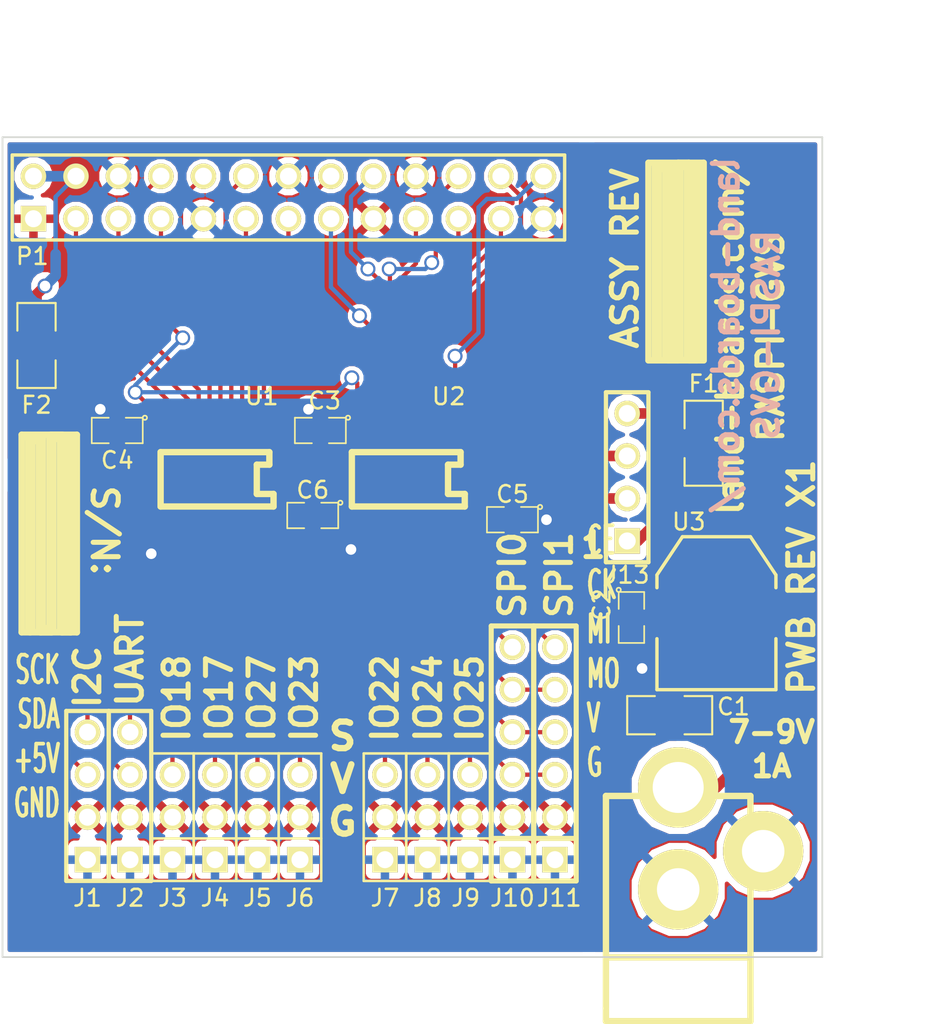
<source format=kicad_pcb>
(kicad_pcb (version 3) (host pcbnew "(2013-05-31 BZR 4019)-stable")

  (general
    (links 93)
    (no_connects 0)
    (area -0.050001 -7.849999 59.999999 53.403501)
    (thickness 1.6)
    (drawings 27)
    (tracks 203)
    (zones 0)
    (modules 27)
    (nets 42)
  )

  (page A3)
  (layers
    (15 F.Cu signal)
    (0 B.Cu signal)
    (20 B.SilkS user)
    (21 F.SilkS user)
    (22 B.Mask user)
    (23 F.Mask user)
    (26 Eco1.User user)
    (28 Edge.Cuts user)
  )

  (setup
    (last_trace_width 0.254)
    (trace_clearance 0.254)
    (zone_clearance 0.254)
    (zone_45_only no)
    (trace_min 0.254)
    (segment_width 0.2)
    (edge_width 0.1)
    (via_size 0.889)
    (via_drill 0.635)
    (via_min_size 0.889)
    (via_min_drill 0.508)
    (uvia_size 0.508)
    (uvia_drill 0.127)
    (uvias_allowed no)
    (uvia_min_size 0.508)
    (uvia_min_drill 0.127)
    (pcb_text_width 0.3)
    (pcb_text_size 1.5 1.5)
    (mod_edge_width 0.15)
    (mod_text_size 1 1)
    (mod_text_width 0.15)
    (pad_size 1.5 1.5)
    (pad_drill 0.6)
    (pad_to_mask_clearance 0)
    (aux_axis_origin 0 0)
    (visible_elements 7FFFFFBF)
    (pcbplotparams
      (layerselection 284196865)
      (usegerberextensions true)
      (excludeedgelayer true)
      (linewidth 0.150000)
      (plotframeref false)
      (viasonmask false)
      (mode 1)
      (useauxorigin false)
      (hpglpennumber 1)
      (hpglpenspeed 20)
      (hpglpendiameter 15)
      (hpglpenoverlay 2)
      (psnegative false)
      (psa4output false)
      (plotreference true)
      (plotvalue true)
      (plotothertext true)
      (plotinvisibletext false)
      (padsonsilk false)
      (subtractmaskfromsilk false)
      (outputformat 1)
      (mirror false)
      (drillshape 0)
      (scaleselection 1)
      (outputdirectory plots/))
  )

  (net 0 "")
  (net 1 /+3.3V)
  (net 2 /BIO_17)
  (net 3 /BIO_18)
  (net 4 /BIO_22)
  (net 5 /BIO_23)
  (net 6 /BIO_24)
  (net 7 /BIO_25)
  (net 8 /BIO_27)
  (net 9 /BRXD0)
  (net 10 /BSCLK1)
  (net 11 /BSDA1)
  (net 12 /BSPICE0)
  (net 13 /BSPICE1)
  (net 14 /BSPIMISO)
  (net 15 /BSPIMOSI)
  (net 16 /BSPISCK)
  (net 17 /BTXD0)
  (net 18 /GND)
  (net 19 /GV5V)
  (net 20 /IO_17)
  (net 21 /IO_18)
  (net 22 /IO_22)
  (net 23 /IO_23)
  (net 24 /IO_24)
  (net 25 /IO_25)
  (net 26 /IO_27)
  (net 27 /IO_4)
  (net 28 /R5)
  (net 29 /RP5V)
  (net 30 /RXD0)
  (net 31 /SCLK1)
  (net 32 /SDA1)
  (net 33 /SPICE0)
  (net 34 /SPICE1)
  (net 35 /SPIMISO)
  (net 36 /SPIMOSI)
  (net 37 /SPISCK)
  (net 38 /TXD0)
  (net 39 /VR5V)
  (net 40 /VRIN)
  (net 41 /VROUT)

  (net_class Default "This is the default net class."
    (clearance 0.254)
    (trace_width 0.254)
    (via_dia 0.889)
    (via_drill 0.635)
    (uvia_dia 0.508)
    (uvia_drill 0.127)
    (add_net "")
    (add_net /BIO_17)
    (add_net /BIO_18)
    (add_net /BIO_22)
    (add_net /BIO_23)
    (add_net /BIO_24)
    (add_net /BIO_25)
    (add_net /BIO_27)
    (add_net /BRXD0)
    (add_net /BSCLK1)
    (add_net /BSDA1)
    (add_net /BSPICE0)
    (add_net /BSPICE1)
    (add_net /BSPIMISO)
    (add_net /BSPIMOSI)
    (add_net /BSPISCK)
    (add_net /BTXD0)
    (add_net /IO_17)
    (add_net /IO_18)
    (add_net /IO_22)
    (add_net /IO_23)
    (add_net /IO_24)
    (add_net /IO_25)
    (add_net /IO_27)
    (add_net /IO_4)
    (add_net /RXD0)
    (add_net /SCLK1)
    (add_net /SDA1)
    (add_net /SPICE0)
    (add_net /SPICE1)
    (add_net /SPIMISO)
    (add_net /SPIMOSI)
    (add_net /SPISCK)
    (add_net /TXD0)
  )

  (net_class POWER025 ""
    (clearance 0.381)
    (trace_width 0.635)
    (via_dia 0.889)
    (via_drill 0.635)
    (uvia_dia 0.508)
    (uvia_drill 0.127)
    (add_net /+3.3V)
    (add_net /GND)
    (add_net /GV5V)
    (add_net /R5)
    (add_net /RP5V)
    (add_net /VR5V)
    (add_net /VRIN)
    (add_net /VROUT)
  )

  (module pin_array_13x2   locked (layer F.Cu) (tedit 53B18EA4) (tstamp 53531AA9)
    (at 17.09 3.6)
    (descr "2 x 13 pins connector")
    (tags CONN)
    (path /53B16746)
    (fp_text reference P1 (at -15.312 3.512) (layer F.SilkS)
      (effects (font (size 1 1) (thickness 0.15)))
    )
    (fp_text value RASPIO (at 7.62 -3.81) (layer F.SilkS) hide
      (effects (font (size 1.016 1.016) (thickness 0.2032)))
    )
    (fp_line (start -16.51 2.54) (end 16.51 2.54) (layer F.SilkS) (width 0.2032))
    (fp_line (start 16.51 -2.54) (end -16.51 -2.54) (layer F.SilkS) (width 0.2032))
    (fp_line (start -16.51 -2.54) (end -16.51 2.54) (layer F.SilkS) (width 0.2032))
    (fp_line (start 16.51 2.54) (end 16.51 -2.54) (layer F.SilkS) (width 0.2032))
    (pad 1 thru_hole rect (at -15.24 1.27) (size 1.524 1.524) (drill 1.016)
      (layers *.Cu *.Mask F.SilkS)
      (net 1 /+3.3V)
    )
    (pad 2 thru_hole circle (at -15.24 -1.27) (size 1.524 1.524) (drill 1.016)
      (layers *.Cu *.Mask F.SilkS)
      (net 28 /R5)
    )
    (pad 3 thru_hole circle (at -12.7 1.27) (size 1.524 1.524) (drill 1.016)
      (layers *.Cu *.Mask F.SilkS)
      (net 32 /SDA1)
    )
    (pad 4 thru_hole circle (at -12.7 -1.27) (size 1.524 1.524) (drill 1.016)
      (layers *.Cu *.Mask F.SilkS)
      (net 28 /R5)
    )
    (pad 5 thru_hole circle (at -10.16 1.27) (size 1.524 1.524) (drill 1.016)
      (layers *.Cu *.Mask F.SilkS)
      (net 31 /SCLK1)
    )
    (pad 6 thru_hole circle (at -10.16 -1.27) (size 1.524 1.524) (drill 1.016)
      (layers *.Cu *.Mask F.SilkS)
      (net 18 /GND)
    )
    (pad 7 thru_hole circle (at -7.62 1.27) (size 1.524 1.524) (drill 1.016)
      (layers *.Cu *.Mask F.SilkS)
      (net 27 /IO_4)
    )
    (pad 8 thru_hole circle (at -7.62 -1.27) (size 1.524 1.524) (drill 1.016)
      (layers *.Cu *.Mask F.SilkS)
      (net 38 /TXD0)
    )
    (pad 9 thru_hole circle (at -5.08 1.27) (size 1.524 1.524) (drill 1.016)
      (layers *.Cu *.Mask F.SilkS)
      (net 18 /GND)
    )
    (pad 10 thru_hole circle (at -5.08 -1.27) (size 1.524 1.524) (drill 1.016)
      (layers *.Cu *.Mask F.SilkS)
      (net 30 /RXD0)
    )
    (pad 11 thru_hole circle (at -2.54 1.27) (size 1.524 1.524) (drill 1.016)
      (layers *.Cu *.Mask F.SilkS)
      (net 20 /IO_17)
    )
    (pad 12 thru_hole circle (at -2.54 -1.27) (size 1.524 1.524) (drill 1.016)
      (layers *.Cu *.Mask F.SilkS)
      (net 21 /IO_18)
    )
    (pad 13 thru_hole circle (at 0 1.27) (size 1.524 1.524) (drill 1.016)
      (layers *.Cu *.Mask F.SilkS)
      (net 26 /IO_27)
    )
    (pad 14 thru_hole circle (at 0 -1.27) (size 1.524 1.524) (drill 1.016)
      (layers *.Cu *.Mask F.SilkS)
      (net 18 /GND)
    )
    (pad 15 thru_hole circle (at 2.54 1.27) (size 1.524 1.524) (drill 1.016)
      (layers *.Cu *.Mask F.SilkS)
      (net 22 /IO_22)
    )
    (pad 16 thru_hole circle (at 2.54 -1.27) (size 1.524 1.524) (drill 1.016)
      (layers *.Cu *.Mask F.SilkS)
      (net 23 /IO_23)
    )
    (pad 17 thru_hole circle (at 5.08 1.27) (size 1.524 1.524) (drill 1.016)
      (layers *.Cu *.Mask F.SilkS)
      (net 1 /+3.3V)
    )
    (pad 18 thru_hole circle (at 5.08 -1.27) (size 1.524 1.524) (drill 1.016)
      (layers *.Cu *.Mask F.SilkS)
      (net 24 /IO_24)
    )
    (pad 19 thru_hole circle (at 7.62 1.27) (size 1.524 1.524) (drill 1.016)
      (layers *.Cu *.Mask F.SilkS)
      (net 36 /SPIMOSI)
    )
    (pad 20 thru_hole circle (at 7.62 -1.27) (size 1.524 1.524) (drill 1.016)
      (layers *.Cu *.Mask F.SilkS)
      (net 18 /GND)
    )
    (pad 21 thru_hole circle (at 10.16 1.27) (size 1.524 1.524) (drill 1.016)
      (layers *.Cu *.Mask F.SilkS)
      (net 35 /SPIMISO)
    )
    (pad 22 thru_hole circle (at 10.16 -1.27) (size 1.524 1.524) (drill 1.016)
      (layers *.Cu *.Mask F.SilkS)
      (net 25 /IO_25)
    )
    (pad 23 thru_hole circle (at 12.7 1.27) (size 1.524 1.524) (drill 1.016)
      (layers *.Cu *.Mask F.SilkS)
      (net 37 /SPISCK)
    )
    (pad 24 thru_hole circle (at 12.7 -1.27) (size 1.524 1.524) (drill 1.016)
      (layers *.Cu *.Mask F.SilkS)
      (net 33 /SPICE0)
    )
    (pad 25 thru_hole circle (at 15.24 1.27) (size 1.524 1.524) (drill 1.016)
      (layers *.Cu *.Mask F.SilkS)
      (net 18 /GND)
    )
    (pad 26 thru_hole circle (at 15.24 -1.27) (size 1.524 1.524) (drill 1.016)
      (layers *.Cu *.Mask F.SilkS)
      (net 34 /SPICE1)
    )
    (model pin_array/pins_array_13x2.wrl
      (at (xyz 0 0 0))
      (scale (xyz 1 1 1))
      (rotate (xyz 0 0 0))
    )
  )

  (module PIN_ARRAY_4x1 (layer F.Cu) (tedit 53B18346) (tstamp 53B15E9B)
    (at 7.62 39.37 90)
    (descr "Double rangee de contacts 2 x 5 pins")
    (tags CONN)
    (path /53B17085)
    (fp_text reference J2 (at -6.096 0 180) (layer F.SilkS)
      (effects (font (size 1 1) (thickness 0.15)))
    )
    (fp_text value CONN_4 (at 0 2.54 90) (layer F.SilkS) hide
      (effects (font (size 1.016 1.016) (thickness 0.2032)))
    )
    (fp_line (start 5.08 1.27) (end -5.08 1.27) (layer F.SilkS) (width 0.254))
    (fp_line (start 5.08 -1.27) (end -5.08 -1.27) (layer F.SilkS) (width 0.254))
    (fp_line (start -5.08 -1.27) (end -5.08 1.27) (layer F.SilkS) (width 0.254))
    (fp_line (start 5.08 1.27) (end 5.08 -1.27) (layer F.SilkS) (width 0.254))
    (pad 1 thru_hole rect (at -3.81 0 90) (size 1.524 1.524) (drill 1.016)
      (layers *.Cu *.Mask F.SilkS)
      (net 18 /GND)
    )
    (pad 2 thru_hole circle (at -1.27 0 90) (size 1.524 1.524) (drill 1.016)
      (layers *.Cu *.Mask F.SilkS)
      (net 19 /GV5V)
    )
    (pad 3 thru_hole circle (at 1.27 0 90) (size 1.524 1.524) (drill 1.016)
      (layers *.Cu *.Mask F.SilkS)
      (net 17 /BTXD0)
    )
    (pad 4 thru_hole circle (at 3.81 0 90) (size 1.524 1.524) (drill 1.016)
      (layers *.Cu *.Mask F.SilkS)
      (net 9 /BRXD0)
    )
    (model pin_array\pins_array_4x1.wrl
      (at (xyz 0 0 0))
      (scale (xyz 1 1 1))
      (rotate (xyz 0 0 0))
    )
  )

  (module PIN_ARRAY_3X1 (layer F.Cu) (tedit 53B18362) (tstamp 53B15EB3)
    (at 10.16 40.64 90)
    (descr "Connecteur 3 pins")
    (tags "CONN DEV")
    (path /53B1860D)
    (fp_text reference J3 (at -4.826 0 180) (layer F.SilkS)
      (effects (font (size 1 1) (thickness 0.15)))
    )
    (fp_text value CONN_3 (at 0 -2.159 90) (layer F.SilkS) hide
      (effects (font (size 1.016 1.016) (thickness 0.1524)))
    )
    (fp_line (start -3.81 1.27) (end -3.81 -1.27) (layer F.SilkS) (width 0.1524))
    (fp_line (start -3.81 -1.27) (end 3.81 -1.27) (layer F.SilkS) (width 0.1524))
    (fp_line (start 3.81 -1.27) (end 3.81 1.27) (layer F.SilkS) (width 0.1524))
    (fp_line (start 3.81 1.27) (end -3.81 1.27) (layer F.SilkS) (width 0.1524))
    (fp_line (start -1.27 -1.27) (end -1.27 1.27) (layer F.SilkS) (width 0.1524))
    (pad 1 thru_hole rect (at -2.54 0 90) (size 1.524 1.524) (drill 1.016)
      (layers *.Cu *.Mask F.SilkS)
      (net 18 /GND)
    )
    (pad 2 thru_hole circle (at 0 0 90) (size 1.524 1.524) (drill 1.016)
      (layers *.Cu *.Mask F.SilkS)
      (net 19 /GV5V)
    )
    (pad 3 thru_hole circle (at 2.54 0 90) (size 1.524 1.524) (drill 1.016)
      (layers *.Cu *.Mask F.SilkS)
      (net 3 /BIO_18)
    )
    (model pin_array/pins_array_3x1.wrl
      (at (xyz 0 0 0))
      (scale (xyz 1 1 1))
      (rotate (xyz 0 0 0))
    )
  )

  (module PIN_ARRAY_3X1 (layer F.Cu) (tedit 53B184B9) (tstamp 53B15EBF)
    (at 15.24 40.64 90)
    (descr "Connecteur 3 pins")
    (tags "CONN DEV")
    (path /53B18601)
    (fp_text reference J5 (at -4.826 0 180) (layer F.SilkS)
      (effects (font (size 1 1) (thickness 0.15)))
    )
    (fp_text value CONN_3 (at 0 -2.159 90) (layer F.SilkS) hide
      (effects (font (size 1.016 1.016) (thickness 0.1524)))
    )
    (fp_line (start -3.81 1.27) (end -3.81 -1.27) (layer F.SilkS) (width 0.1524))
    (fp_line (start -3.81 -1.27) (end 3.81 -1.27) (layer F.SilkS) (width 0.1524))
    (fp_line (start 3.81 -1.27) (end 3.81 1.27) (layer F.SilkS) (width 0.1524))
    (fp_line (start 3.81 1.27) (end -3.81 1.27) (layer F.SilkS) (width 0.1524))
    (fp_line (start -1.27 -1.27) (end -1.27 1.27) (layer F.SilkS) (width 0.1524))
    (pad 1 thru_hole rect (at -2.54 0 90) (size 1.524 1.524) (drill 1.016)
      (layers *.Cu *.Mask F.SilkS)
      (net 18 /GND)
    )
    (pad 2 thru_hole circle (at 0 0 90) (size 1.524 1.524) (drill 1.016)
      (layers *.Cu *.Mask F.SilkS)
      (net 19 /GV5V)
    )
    (pad 3 thru_hole circle (at 2.54 0 90) (size 1.524 1.524) (drill 1.016)
      (layers *.Cu *.Mask F.SilkS)
      (net 8 /BIO_27)
    )
    (model pin_array/pins_array_3x1.wrl
      (at (xyz 0 0 0))
      (scale (xyz 1 1 1))
      (rotate (xyz 0 0 0))
    )
  )

  (module PIN_ARRAY_3X1 (layer F.Cu) (tedit 53B18373) (tstamp 53B15ECB)
    (at 22.86 40.64 90)
    (descr "Connecteur 3 pins")
    (tags "CONN DEV")
    (path /53B17589)
    (fp_text reference J7 (at -4.826 0 180) (layer F.SilkS)
      (effects (font (size 1 1) (thickness 0.15)))
    )
    (fp_text value CONN_3 (at 0 -2.159 90) (layer F.SilkS) hide
      (effects (font (size 1.016 1.016) (thickness 0.1524)))
    )
    (fp_line (start -3.81 1.27) (end -3.81 -1.27) (layer F.SilkS) (width 0.1524))
    (fp_line (start -3.81 -1.27) (end 3.81 -1.27) (layer F.SilkS) (width 0.1524))
    (fp_line (start 3.81 -1.27) (end 3.81 1.27) (layer F.SilkS) (width 0.1524))
    (fp_line (start 3.81 1.27) (end -3.81 1.27) (layer F.SilkS) (width 0.1524))
    (fp_line (start -1.27 -1.27) (end -1.27 1.27) (layer F.SilkS) (width 0.1524))
    (pad 1 thru_hole rect (at -2.54 0 90) (size 1.524 1.524) (drill 1.016)
      (layers *.Cu *.Mask F.SilkS)
      (net 18 /GND)
    )
    (pad 2 thru_hole circle (at 0 0 90) (size 1.524 1.524) (drill 1.016)
      (layers *.Cu *.Mask F.SilkS)
      (net 19 /GV5V)
    )
    (pad 3 thru_hole circle (at 2.54 0 90) (size 1.524 1.524) (drill 1.016)
      (layers *.Cu *.Mask F.SilkS)
      (net 4 /BIO_22)
    )
    (model pin_array/pins_array_3x1.wrl
      (at (xyz 0 0 0))
      (scale (xyz 1 1 1))
      (rotate (xyz 0 0 0))
    )
  )

  (module PIN_ARRAY_3X1 (layer F.Cu) (tedit 53B1836E) (tstamp 53B15ED7)
    (at 27.94 40.64 90)
    (descr "Connecteur 3 pins")
    (tags "CONN DEV")
    (path /53B174B9)
    (fp_text reference J9 (at -4.826 -0.254 180) (layer F.SilkS)
      (effects (font (size 1 1) (thickness 0.15)))
    )
    (fp_text value CONN_3 (at 0 -2.159 90) (layer F.SilkS) hide
      (effects (font (size 1.016 1.016) (thickness 0.1524)))
    )
    (fp_line (start -3.81 1.27) (end -3.81 -1.27) (layer F.SilkS) (width 0.1524))
    (fp_line (start -3.81 -1.27) (end 3.81 -1.27) (layer F.SilkS) (width 0.1524))
    (fp_line (start 3.81 -1.27) (end 3.81 1.27) (layer F.SilkS) (width 0.1524))
    (fp_line (start 3.81 1.27) (end -3.81 1.27) (layer F.SilkS) (width 0.1524))
    (fp_line (start -1.27 -1.27) (end -1.27 1.27) (layer F.SilkS) (width 0.1524))
    (pad 1 thru_hole rect (at -2.54 0 90) (size 1.524 1.524) (drill 1.016)
      (layers *.Cu *.Mask F.SilkS)
      (net 18 /GND)
    )
    (pad 2 thru_hole circle (at 0 0 90) (size 1.524 1.524) (drill 1.016)
      (layers *.Cu *.Mask F.SilkS)
      (net 19 /GV5V)
    )
    (pad 3 thru_hole circle (at 2.54 0 90) (size 1.524 1.524) (drill 1.016)
      (layers *.Cu *.Mask F.SilkS)
      (net 7 /BIO_25)
    )
    (model pin_array/pins_array_3x1.wrl
      (at (xyz 0 0 0))
      (scale (xyz 1 1 1))
      (rotate (xyz 0 0 0))
    )
  )

  (module PIN_ARRAY_3X1 (layer F.Cu) (tedit 53B1835C) (tstamp 53B15EE3)
    (at 17.78 40.64 90)
    (descr "Connecteur 3 pins")
    (tags "CONN DEV")
    (path /53B17388)
    (fp_text reference J6 (at -4.826 0 180) (layer F.SilkS)
      (effects (font (size 1 1) (thickness 0.15)))
    )
    (fp_text value CONN_3 (at 0 -2.159 90) (layer F.SilkS) hide
      (effects (font (size 1.016 1.016) (thickness 0.1524)))
    )
    (fp_line (start -3.81 1.27) (end -3.81 -1.27) (layer F.SilkS) (width 0.1524))
    (fp_line (start -3.81 -1.27) (end 3.81 -1.27) (layer F.SilkS) (width 0.1524))
    (fp_line (start 3.81 -1.27) (end 3.81 1.27) (layer F.SilkS) (width 0.1524))
    (fp_line (start 3.81 1.27) (end -3.81 1.27) (layer F.SilkS) (width 0.1524))
    (fp_line (start -1.27 -1.27) (end -1.27 1.27) (layer F.SilkS) (width 0.1524))
    (pad 1 thru_hole rect (at -2.54 0 90) (size 1.524 1.524) (drill 1.016)
      (layers *.Cu *.Mask F.SilkS)
      (net 18 /GND)
    )
    (pad 2 thru_hole circle (at 0 0 90) (size 1.524 1.524) (drill 1.016)
      (layers *.Cu *.Mask F.SilkS)
      (net 19 /GV5V)
    )
    (pad 3 thru_hole circle (at 2.54 0 90) (size 1.524 1.524) (drill 1.016)
      (layers *.Cu *.Mask F.SilkS)
      (net 5 /BIO_23)
    )
    (model pin_array/pins_array_3x1.wrl
      (at (xyz 0 0 0))
      (scale (xyz 1 1 1))
      (rotate (xyz 0 0 0))
    )
  )

  (module PIN_ARRAY_3X1 (layer F.Cu) (tedit 53B18353) (tstamp 53B15EEF)
    (at 25.4 40.64 90)
    (descr "Connecteur 3 pins")
    (tags "CONN DEV")
    (path /53B1751A)
    (fp_text reference J8 (at -4.826 0 180) (layer F.SilkS)
      (effects (font (size 1 1) (thickness 0.15)))
    )
    (fp_text value CONN_3 (at 0 -2.159 90) (layer F.SilkS) hide
      (effects (font (size 1.016 1.016) (thickness 0.1524)))
    )
    (fp_line (start -3.81 1.27) (end -3.81 -1.27) (layer F.SilkS) (width 0.1524))
    (fp_line (start -3.81 -1.27) (end 3.81 -1.27) (layer F.SilkS) (width 0.1524))
    (fp_line (start 3.81 -1.27) (end 3.81 1.27) (layer F.SilkS) (width 0.1524))
    (fp_line (start 3.81 1.27) (end -3.81 1.27) (layer F.SilkS) (width 0.1524))
    (fp_line (start -1.27 -1.27) (end -1.27 1.27) (layer F.SilkS) (width 0.1524))
    (pad 1 thru_hole rect (at -2.54 0 90) (size 1.524 1.524) (drill 1.016)
      (layers *.Cu *.Mask F.SilkS)
      (net 18 /GND)
    )
    (pad 2 thru_hole circle (at 0 0 90) (size 1.524 1.524) (drill 1.016)
      (layers *.Cu *.Mask F.SilkS)
      (net 19 /GV5V)
    )
    (pad 3 thru_hole circle (at 2.54 0 90) (size 1.524 1.524) (drill 1.016)
      (layers *.Cu *.Mask F.SilkS)
      (net 6 /BIO_24)
    )
    (model pin_array/pins_array_3x1.wrl
      (at (xyz 0 0 0))
      (scale (xyz 1 1 1))
      (rotate (xyz 0 0 0))
    )
  )

  (module PIN_ARRAY-6X1 (layer F.Cu) (tedit 53B184B3) (tstamp 53B15F2C)
    (at 33.02 36.83 90)
    (descr "Connecteur 6 pins")
    (tags "CONN DEV")
    (path /53B1765D)
    (fp_text reference J11 (at -8.636 0.254 180) (layer F.SilkS)
      (effects (font (size 1 1) (thickness 0.15)))
    )
    (fp_text value CONN_6 (at 0 2.159 90) (layer F.SilkS) hide
      (effects (font (size 1.016 0.889) (thickness 0.2032)))
    )
    (fp_line (start -7.62 1.27) (end -7.62 -1.27) (layer F.SilkS) (width 0.3048))
    (fp_line (start -7.62 -1.27) (end 7.62 -1.27) (layer F.SilkS) (width 0.3048))
    (fp_line (start 7.62 -1.27) (end 7.62 1.27) (layer F.SilkS) (width 0.3048))
    (fp_line (start 7.62 1.27) (end -7.62 1.27) (layer F.SilkS) (width 0.3048))
    (fp_line (start -5.08 1.27) (end -5.08 -1.27) (layer F.SilkS) (width 0.3048))
    (pad 1 thru_hole rect (at -6.35 0 90) (size 1.524 1.524) (drill 1.016)
      (layers *.Cu *.Mask F.SilkS)
      (net 18 /GND)
    )
    (pad 2 thru_hole circle (at -3.81 0 90) (size 1.524 1.524) (drill 1.016)
      (layers *.Cu *.Mask F.SilkS)
      (net 19 /GV5V)
    )
    (pad 3 thru_hole circle (at -1.27 0 90) (size 1.524 1.524) (drill 1.016)
      (layers *.Cu *.Mask F.SilkS)
      (net 15 /BSPIMOSI)
    )
    (pad 4 thru_hole circle (at 1.27 0 90) (size 1.524 1.524) (drill 1.016)
      (layers *.Cu *.Mask F.SilkS)
      (net 14 /BSPIMISO)
    )
    (pad 5 thru_hole circle (at 3.81 0 90) (size 1.524 1.524) (drill 1.016)
      (layers *.Cu *.Mask F.SilkS)
      (net 16 /BSPISCK)
    )
    (pad 6 thru_hole circle (at 6.35 0 90) (size 1.524 1.524) (drill 1.016)
      (layers *.Cu *.Mask F.SilkS)
      (net 13 /BSPICE1)
    )
    (model pin_array/pins_array_6x1.wrl
      (at (xyz 0 0 0))
      (scale (xyz 1 1 1))
      (rotate (xyz 0 0 0))
    )
  )

  (module SM1206 (layer F.Cu) (tedit 53B18EE9) (tstamp 53B18B4E)
    (at 41.91 18.288 90)
    (path /53B185B8)
    (attr smd)
    (fp_text reference F1 (at 3.556 0 180) (layer F.SilkS)
      (effects (font (size 1 1) (thickness 0.15)))
    )
    (fp_text value FUSE (at 0 0 90) (layer F.SilkS) hide
      (effects (font (size 0.762 0.762) (thickness 0.127)))
    )
    (fp_line (start -2.54 -1.143) (end -2.54 1.143) (layer F.SilkS) (width 0.127))
    (fp_line (start -2.54 1.143) (end -0.889 1.143) (layer F.SilkS) (width 0.127))
    (fp_line (start 0.889 -1.143) (end 2.54 -1.143) (layer F.SilkS) (width 0.127))
    (fp_line (start 2.54 -1.143) (end 2.54 1.143) (layer F.SilkS) (width 0.127))
    (fp_line (start 2.54 1.143) (end 0.889 1.143) (layer F.SilkS) (width 0.127))
    (fp_line (start -0.889 -1.143) (end -2.54 -1.143) (layer F.SilkS) (width 0.127))
    (pad 1 smd rect (at -1.651 0 90) (size 1.524 2.032)
      (layers F.Cu F.Mask)
      (net 41 /VROUT)
    )
    (pad 2 smd rect (at 1.651 0 90) (size 1.524 2.032)
      (layers F.Cu F.Mask)
      (net 39 /VR5V)
    )
    (model smd/chip_cms.wrl
      (at (xyz 0 0 0))
      (scale (xyz 0.17 0.16 0.16))
      (rotate (xyz 0 0 0))
    )
  )

  (module PIN_ARRAY_4x1 (layer F.Cu) (tedit 53B18E79) (tstamp 53B18B5A)
    (at 5.08 39.37 90)
    (descr "Double rangee de contacts 2 x 5 pins")
    (tags CONN)
    (path /53B17BBF)
    (fp_text reference J1 (at -6.096 0 180) (layer F.SilkS)
      (effects (font (size 1 1) (thickness 0.15)))
    )
    (fp_text value CONN_4 (at 0 2.54 90) (layer F.SilkS) hide
      (effects (font (size 1.016 1.016) (thickness 0.2032)))
    )
    (fp_line (start 5.08 1.27) (end -5.08 1.27) (layer F.SilkS) (width 0.254))
    (fp_line (start 5.08 -1.27) (end -5.08 -1.27) (layer F.SilkS) (width 0.254))
    (fp_line (start -5.08 -1.27) (end -5.08 1.27) (layer F.SilkS) (width 0.254))
    (fp_line (start 5.08 1.27) (end 5.08 -1.27) (layer F.SilkS) (width 0.254))
    (pad 1 thru_hole rect (at -3.81 0 90) (size 1.524 1.524) (drill 1.016)
      (layers *.Cu *.Mask F.SilkS)
      (net 18 /GND)
    )
    (pad 2 thru_hole circle (at -1.27 0 90) (size 1.524 1.524) (drill 1.016)
      (layers *.Cu *.Mask F.SilkS)
      (net 19 /GV5V)
    )
    (pad 3 thru_hole circle (at 1.27 0 90) (size 1.524 1.524) (drill 1.016)
      (layers *.Cu *.Mask F.SilkS)
      (net 11 /BSDA1)
    )
    (pad 4 thru_hole circle (at 3.81 0 90) (size 1.524 1.524) (drill 1.016)
      (layers *.Cu *.Mask F.SilkS)
      (net 10 /BSCLK1)
    )
    (model pin_array\pins_array_4x1.wrl
      (at (xyz 0 0 0))
      (scale (xyz 1 1 1))
      (rotate (xyz 0 0 0))
    )
  )

  (module PIN_ARRAY_3X1 (layer F.Cu) (tedit 53B190A9) (tstamp 53B15EA7)
    (at 12.7 40.64 90)
    (descr "Connecteur 3 pins")
    (tags "CONN DEV")
    (path /53B18607)
    (fp_text reference J4 (at -4.826 0 180) (layer F.SilkS)
      (effects (font (size 1 1) (thickness 0.15)))
    )
    (fp_text value CONN_3 (at 0 -2.159 90) (layer F.SilkS) hide
      (effects (font (size 1.016 1.016) (thickness 0.1524)))
    )
    (fp_line (start -3.81 1.27) (end -3.81 -1.27) (layer F.SilkS) (width 0.1524))
    (fp_line (start -3.81 -1.27) (end 3.81 -1.27) (layer F.SilkS) (width 0.1524))
    (fp_line (start 3.81 -1.27) (end 3.81 1.27) (layer F.SilkS) (width 0.1524))
    (fp_line (start 3.81 1.27) (end -3.81 1.27) (layer F.SilkS) (width 0.1524))
    (fp_line (start -1.27 -1.27) (end -1.27 1.27) (layer F.SilkS) (width 0.1524))
    (pad 1 thru_hole rect (at -2.54 0 90) (size 1.524 1.524) (drill 1.016)
      (layers *.Cu *.Mask F.SilkS)
      (net 18 /GND)
    )
    (pad 2 thru_hole circle (at 0 0 90) (size 1.524 1.524) (drill 1.016)
      (layers *.Cu *.Mask F.SilkS)
      (net 19 /GV5V)
    )
    (pad 3 thru_hole circle (at 2.54 0 90) (size 1.524 1.524) (drill 1.016)
      (layers *.Cu *.Mask F.SilkS)
      (net 2 /BIO_17)
    )
    (model pin_array/pins_array_3x1.wrl
      (at (xyz 0 0 0))
      (scale (xyz 1 1 1))
      (rotate (xyz 0 0 0))
    )
  )

  (module PIN_ARRAY-6X1 (layer F.Cu) (tedit 53B1B778) (tstamp 53B15EFB)
    (at 30.48 36.83 90)
    (descr "Connecteur 6 pins")
    (tags "CONN DEV")
    (path /53B1766F)
    (fp_text reference J10 (at -8.636 0 180) (layer F.SilkS)
      (effects (font (size 1 1) (thickness 0.15)))
    )
    (fp_text value CONN_6 (at 0 2.159 90) (layer F.SilkS) hide
      (effects (font (size 1.016 0.889) (thickness 0.2032)))
    )
    (fp_line (start -7.62 1.27) (end -7.62 -1.27) (layer F.SilkS) (width 0.3048))
    (fp_line (start -7.62 -1.27) (end 7.62 -1.27) (layer F.SilkS) (width 0.3048))
    (fp_line (start 7.62 -1.27) (end 7.62 1.27) (layer F.SilkS) (width 0.3048))
    (fp_line (start 7.62 1.27) (end -7.62 1.27) (layer F.SilkS) (width 0.3048))
    (fp_line (start -5.08 1.27) (end -5.08 -1.27) (layer F.SilkS) (width 0.3048))
    (pad 1 thru_hole rect (at -6.35 0 90) (size 1.524 1.524) (drill 1.016)
      (layers *.Cu *.Mask F.SilkS)
      (net 18 /GND)
    )
    (pad 2 thru_hole circle (at -3.81 0 90) (size 1.524 1.524) (drill 1.016)
      (layers *.Cu *.Mask F.SilkS)
      (net 19 /GV5V)
    )
    (pad 3 thru_hole circle (at -1.27 0 90) (size 1.524 1.524) (drill 1.016)
      (layers *.Cu *.Mask F.SilkS)
      (net 15 /BSPIMOSI)
    )
    (pad 4 thru_hole circle (at 1.27 0 90) (size 1.524 1.524) (drill 1.016)
      (layers *.Cu *.Mask F.SilkS)
      (net 14 /BSPIMISO)
    )
    (pad 5 thru_hole circle (at 3.81 0 90) (size 1.524 1.524) (drill 1.016)
      (layers *.Cu *.Mask F.SilkS)
      (net 16 /BSPISCK)
    )
    (pad 6 thru_hole circle (at 6.35 0 90) (size 1.524 1.524) (drill 1.016)
      (layers *.Cu *.Mask F.SilkS)
      (net 12 /BSPICE0)
    )
    (model pin_array/pins_array_6x1.wrl
      (at (xyz 0 0 0))
      (scale (xyz 1 1 1))
      (rotate (xyz 0 0 0))
    )
  )

  (module SOG20 (layer F.Cu) (tedit 53B1C1F4) (tstamp 53B15E76)
    (at 24.13 20.32 180)
    (descr "Cms SOJ 20 pins large")
    (tags "CMS SOJ")
    (path /53B16C9D)
    (attr smd)
    (fp_text reference U2 (at -2.54 4.826 180) (layer F.SilkS)
      (effects (font (size 1 1) (thickness 0.15)))
    )
    (fp_text value TXB0108 (at 0 0.254 180) (layer F.SilkS) hide
      (effects (font (size 1.524 1.27) (thickness 0.127)))
    )
    (fp_line (start -3.5 -1.75) (end 3.25 -1.75) (layer F.SilkS) (width 0.381))
    (fp_line (start 3.25 -1.75) (end 3.25 1.5) (layer F.SilkS) (width 0.381))
    (fp_line (start 3.25 1.5) (end -3.25 1.5) (layer F.SilkS) (width 0.381))
    (fp_line (start -3.25 1.5) (end -3.25 0.75) (layer F.SilkS) (width 0.381))
    (fp_line (start -3.25 0.75) (end -2.5 0.75) (layer F.SilkS) (width 0.381))
    (fp_line (start -2.5 0.75) (end -2.5 -1) (layer F.SilkS) (width 0.381))
    (fp_line (start -2.5 -1) (end -3.5 -1) (layer F.SilkS) (width 0.381))
    (fp_line (start -3.5 -1) (end -3.5 -1.75) (layer F.SilkS) (width 0.381))
    (pad 11 smd rect (at 2.95 -2.8 180) (size 0.25 1.55)
      (layers F.Cu F.Mask)
      (net 18 /GND)
    )
    (pad 12 smd rect (at 2.275 -2.8 180) (size 0.25 1.55)
      (layers F.Cu F.Mask)
      (net 4 /BIO_22)
    )
    (pad 13 smd rect (at 1.625 -2.8 180) (size 0.25 1.55)
      (layers F.Cu F.Mask)
      (net 6 /BIO_24)
    )
    (pad 14 smd rect (at 0.975 -2.8 180) (size 0.25 1.55)
      (layers F.Cu F.Mask)
      (net 7 /BIO_25)
    )
    (pad 15 smd rect (at 0.325 -2.8 180) (size 0.25 1.55)
      (layers F.Cu F.Mask)
      (net 15 /BSPIMOSI)
    )
    (pad 16 smd rect (at -0.325 -2.8 180) (size 0.25 1.55)
      (layers F.Cu F.Mask)
      (net 14 /BSPIMISO)
    )
    (pad 17 smd rect (at -0.975 -2.8 180) (size 0.25 1.55)
      (layers F.Cu F.Mask)
      (net 16 /BSPISCK)
    )
    (pad 18 smd rect (at -1.625 -2.8 180) (size 0.25 1.55)
      (layers F.Cu F.Mask)
      (net 12 /BSPICE0)
    )
    (pad 19 smd rect (at -2.275 -2.8 180) (size 0.25 1.55)
      (layers F.Cu F.Mask)
      (net 19 /GV5V)
    )
    (pad 20 smd rect (at -2.925 -2.8 180) (size 0.25 1.55)
      (layers F.Cu F.Mask)
      (net 13 /BSPICE1)
    )
    (pad 1 smd rect (at -2.925 2.8 180) (size 0.25 1.55)
      (layers F.Cu F.Mask)
      (net 34 /SPICE1)
    )
    (pad 2 smd rect (at -2.275 2.8 180) (size 0.25 1.55)
      (layers F.Cu F.Mask)
      (net 1 /+3.3V)
    )
    (pad 3 smd rect (at -1.625 2.8 180) (size 0.25 1.55)
      (layers F.Cu F.Mask)
      (net 33 /SPICE0)
    )
    (pad 4 smd rect (at -0.975 2.8 180) (size 0.25 1.55)
      (layers F.Cu F.Mask)
      (net 37 /SPISCK)
    )
    (pad 5 smd rect (at -0.325 2.8 180) (size 0.25 1.55)
      (layers F.Cu F.Mask)
      (net 35 /SPIMISO)
    )
    (pad 6 smd rect (at 0.325 2.8 180) (size 0.25 1.55)
      (layers F.Cu F.Mask)
      (net 36 /SPIMOSI)
    )
    (pad 7 smd rect (at 0.975 2.8 180) (size 0.25 1.55)
      (layers F.Cu F.Mask)
      (net 25 /IO_25)
    )
    (pad 8 smd rect (at 1.625 2.8 180) (size 0.25 1.55)
      (layers F.Cu F.Mask)
      (net 24 /IO_24)
    )
    (pad 9 smd rect (at 2.275 2.8 180) (size 0.25 1.55)
      (layers F.Cu F.Mask)
      (net 22 /IO_22)
    )
    (pad 10 smd rect (at 2.925 2.8 180) (size 0.25 1.55)
      (layers F.Cu F.Mask)
      (net 27 /IO_4)
    )
    (model smd/cms_so20.wrl
      (at (xyz 0 0 0))
      (scale (xyz 0.5 0.6 0.5))
      (rotate (xyz 0 0 0))
    )
  )

  (module SOG20 (layer F.Cu) (tedit 53B1C1CA) (tstamp 53B15E8F)
    (at 12.7 20.32 180)
    (descr "Cms SOJ 20 pins large")
    (tags "CMS SOJ")
    (path /53B16CAA)
    (attr smd)
    (fp_text reference U1 (at -2.794 4.826 180) (layer F.SilkS)
      (effects (font (size 1 1) (thickness 0.15)))
    )
    (fp_text value TXB0108 (at 0 0.254 180) (layer F.SilkS) hide
      (effects (font (size 1.524 1.27) (thickness 0.127)))
    )
    (fp_line (start -3.5 -1.75) (end 3.25 -1.75) (layer F.SilkS) (width 0.381))
    (fp_line (start 3.25 -1.75) (end 3.25 1.5) (layer F.SilkS) (width 0.381))
    (fp_line (start 3.25 1.5) (end -3.25 1.5) (layer F.SilkS) (width 0.381))
    (fp_line (start -3.25 1.5) (end -3.25 0.75) (layer F.SilkS) (width 0.381))
    (fp_line (start -3.25 0.75) (end -2.5 0.75) (layer F.SilkS) (width 0.381))
    (fp_line (start -2.5 0.75) (end -2.5 -1) (layer F.SilkS) (width 0.381))
    (fp_line (start -2.5 -1) (end -3.5 -1) (layer F.SilkS) (width 0.381))
    (fp_line (start -3.5 -1) (end -3.5 -1.75) (layer F.SilkS) (width 0.381))
    (pad 11 smd rect (at 2.95 -2.8 180) (size 0.25 1.55)
      (layers F.Cu F.Mask)
      (net 18 /GND)
    )
    (pad 12 smd rect (at 2.275 -2.8 180) (size 0.25 1.55)
      (layers F.Cu F.Mask)
      (net 11 /BSDA1)
    )
    (pad 13 smd rect (at 1.625 -2.8 180) (size 0.25 1.55)
      (layers F.Cu F.Mask)
      (net 10 /BSCLK1)
    )
    (pad 14 smd rect (at 0.975 -2.8 180) (size 0.25 1.55)
      (layers F.Cu F.Mask)
      (net 17 /BTXD0)
    )
    (pad 15 smd rect (at 0.325 -2.8 180) (size 0.25 1.55)
      (layers F.Cu F.Mask)
      (net 9 /BRXD0)
    )
    (pad 16 smd rect (at -0.325 -2.8 180) (size 0.25 1.55)
      (layers F.Cu F.Mask)
      (net 3 /BIO_18)
    )
    (pad 17 smd rect (at -0.975 -2.8 180) (size 0.25 1.55)
      (layers F.Cu F.Mask)
      (net 2 /BIO_17)
    )
    (pad 18 smd rect (at -1.625 -2.8 180) (size 0.25 1.55)
      (layers F.Cu F.Mask)
      (net 8 /BIO_27)
    )
    (pad 19 smd rect (at -2.275 -2.8 180) (size 0.25 1.55)
      (layers F.Cu F.Mask)
      (net 19 /GV5V)
    )
    (pad 20 smd rect (at -2.925 -2.8 180) (size 0.25 1.55)
      (layers F.Cu F.Mask)
      (net 5 /BIO_23)
    )
    (pad 1 smd rect (at -2.925 2.8 180) (size 0.25 1.55)
      (layers F.Cu F.Mask)
      (net 23 /IO_23)
    )
    (pad 2 smd rect (at -2.275 2.8 180) (size 0.25 1.55)
      (layers F.Cu F.Mask)
      (net 1 /+3.3V)
    )
    (pad 3 smd rect (at -1.625 2.8 180) (size 0.25 1.55)
      (layers F.Cu F.Mask)
      (net 26 /IO_27)
    )
    (pad 4 smd rect (at -0.975 2.8 180) (size 0.25 1.55)
      (layers F.Cu F.Mask)
      (net 20 /IO_17)
    )
    (pad 5 smd rect (at -0.325 2.8 180) (size 0.25 1.55)
      (layers F.Cu F.Mask)
      (net 21 /IO_18)
    )
    (pad 6 smd rect (at 0.325 2.8 180) (size 0.25 1.55)
      (layers F.Cu F.Mask)
      (net 30 /RXD0)
    )
    (pad 7 smd rect (at 0.975 2.8 180) (size 0.25 1.55)
      (layers F.Cu F.Mask)
      (net 38 /TXD0)
    )
    (pad 8 smd rect (at 1.625 2.8 180) (size 0.25 1.55)
      (layers F.Cu F.Mask)
      (net 31 /SCLK1)
    )
    (pad 9 smd rect (at 2.275 2.8 180) (size 0.25 1.55)
      (layers F.Cu F.Mask)
      (net 32 /SDA1)
    )
    (pad 10 smd rect (at 2.925 2.8 180) (size 0.25 1.55)
      (layers F.Cu F.Mask)
      (net 27 /IO_4)
    )
    (model smd/cms_so20.wrl
      (at (xyz 0 0 0))
      (scale (xyz 0.5 0.6 0.5))
      (rotate (xyz 0 0 0))
    )
  )

  (module SOT223 (layer F.Cu) (tedit 53B1CF24) (tstamp 53B1B07C)
    (at 42.672 28.448)
    (descr "module CMS SOT223 4 pins")
    (tags "CMS SOT")
    (path /53B1B57F)
    (attr smd)
    (fp_text reference U3 (at -1.651 -5.461) (layer F.SilkS)
      (effects (font (size 1 1) (thickness 0.15)))
    )
    (fp_text value AP1117 (at 0 0.762) (layer F.SilkS) hide
      (effects (font (size 1.016 1.016) (thickness 0.2032)))
    )
    (fp_line (start -3.556 1.524) (end -3.556 4.572) (layer F.SilkS) (width 0.2032))
    (fp_line (start -3.556 4.572) (end 3.556 4.572) (layer F.SilkS) (width 0.2032))
    (fp_line (start 3.556 4.572) (end 3.556 1.524) (layer F.SilkS) (width 0.2032))
    (fp_line (start -3.556 -1.524) (end -3.556 -2.286) (layer F.SilkS) (width 0.2032))
    (fp_line (start -3.556 -2.286) (end -2.032 -4.572) (layer F.SilkS) (width 0.2032))
    (fp_line (start -2.032 -4.572) (end 2.032 -4.572) (layer F.SilkS) (width 0.2032))
    (fp_line (start 2.032 -4.572) (end 3.556 -2.286) (layer F.SilkS) (width 0.2032))
    (fp_line (start 3.556 -2.286) (end 3.556 -1.524) (layer F.SilkS) (width 0.2032))
    (pad 4 smd rect (at 0 -3.302) (size 3.6576 2.032)
      (layers F.Cu F.Mask)
      (net 41 /VROUT)
    )
    (pad 2 smd rect (at 0 3.302) (size 1.016 2.032)
      (layers F.Cu F.Mask)
      (net 41 /VROUT)
    )
    (pad 3 smd rect (at 2.286 3.302) (size 1.016 2.032)
      (layers F.Cu F.Mask)
      (net 40 /VRIN)
    )
    (pad 1 smd rect (at -2.286 3.302) (size 1.016 2.032)
      (layers F.Cu F.Mask)
      (net 18 /GND)
    )
    (model smd/SOT223.wrl
      (at (xyz 0 0 0))
      (scale (xyz 0.4 0.4 0.4))
      (rotate (xyz 0 0 0))
    )
  )

  (module SM1206 (layer F.Cu) (tedit 53B1C0FA) (tstamp 53B1B088)
    (at 39.878 34.544 180)
    (path /53B1AC65)
    (attr smd)
    (fp_text reference C1 (at -3.81 0.508 180) (layer F.SilkS)
      (effects (font (size 1 1) (thickness 0.15)))
    )
    (fp_text value 106 (at 0 0 180) (layer F.SilkS) hide
      (effects (font (size 0.762 0.762) (thickness 0.127)))
    )
    (fp_line (start -2.54 -1.143) (end -2.54 1.143) (layer F.SilkS) (width 0.127))
    (fp_line (start -2.54 1.143) (end -0.889 1.143) (layer F.SilkS) (width 0.127))
    (fp_line (start 0.889 -1.143) (end 2.54 -1.143) (layer F.SilkS) (width 0.127))
    (fp_line (start 2.54 -1.143) (end 2.54 1.143) (layer F.SilkS) (width 0.127))
    (fp_line (start 2.54 1.143) (end 0.889 1.143) (layer F.SilkS) (width 0.127))
    (fp_line (start -0.889 -1.143) (end -2.54 -1.143) (layer F.SilkS) (width 0.127))
    (pad 1 smd rect (at -1.651 0 180) (size 1.524 2.032)
      (layers F.Cu F.Mask)
      (net 41 /VROUT)
    )
    (pad 2 smd rect (at 1.651 0 180) (size 1.524 2.032)
      (layers F.Cu F.Mask)
      (net 18 /GND)
    )
    (model smd/chip_cms.wrl
      (at (xyz 0 0 0))
      (scale (xyz 0.17 0.16 0.16))
      (rotate (xyz 0 0 0))
    )
  )

  (module SM1206 (layer F.Cu) (tedit 53B1B613) (tstamp 53B1B0AC)
    (at 2.032 12.446 270)
    (path /53B1B2CC)
    (attr smd)
    (fp_text reference F2 (at 3.556 0 360) (layer F.SilkS)
      (effects (font (size 1 1) (thickness 0.15)))
    )
    (fp_text value FUSE (at 0 0 270) (layer F.SilkS) hide
      (effects (font (size 0.762 0.762) (thickness 0.127)))
    )
    (fp_line (start -2.54 -1.143) (end -2.54 1.143) (layer F.SilkS) (width 0.127))
    (fp_line (start -2.54 1.143) (end -0.889 1.143) (layer F.SilkS) (width 0.127))
    (fp_line (start 0.889 -1.143) (end 2.54 -1.143) (layer F.SilkS) (width 0.127))
    (fp_line (start 2.54 -1.143) (end 2.54 1.143) (layer F.SilkS) (width 0.127))
    (fp_line (start 2.54 1.143) (end 0.889 1.143) (layer F.SilkS) (width 0.127))
    (fp_line (start -0.889 -1.143) (end -2.54 -1.143) (layer F.SilkS) (width 0.127))
    (pad 1 smd rect (at -1.651 0 270) (size 1.524 2.032)
      (layers F.Cu F.Mask)
      (net 28 /R5)
    )
    (pad 2 smd rect (at 1.651 0 270) (size 1.524 2.032)
      (layers F.Cu F.Mask)
      (net 29 /RP5V)
    )
    (model smd/chip_cms.wrl
      (at (xyz 0 0 0))
      (scale (xyz 0.17 0.16 0.16))
      (rotate (xyz 0 0 0))
    )
  )

  (module PIN_ARRAY_4x1 (layer F.Cu) (tedit 53B1C1E9) (tstamp 53B1B0B8)
    (at 37.338 20.32 90)
    (descr "Double rangee de contacts 2 x 5 pins")
    (tags CONN)
    (path /53B1B82C)
    (fp_text reference J13 (at -5.842 0 180) (layer F.SilkS)
      (effects (font (size 1 1) (thickness 0.15)))
    )
    (fp_text value CONN_4 (at 0 2.54 90) (layer F.SilkS) hide
      (effects (font (size 1.016 1.016) (thickness 0.2032)))
    )
    (fp_line (start 5.08 1.27) (end -5.08 1.27) (layer F.SilkS) (width 0.254))
    (fp_line (start 5.08 -1.27) (end -5.08 -1.27) (layer F.SilkS) (width 0.254))
    (fp_line (start -5.08 -1.27) (end -5.08 1.27) (layer F.SilkS) (width 0.254))
    (fp_line (start 5.08 1.27) (end 5.08 -1.27) (layer F.SilkS) (width 0.254))
    (pad 1 thru_hole rect (at -3.81 0 90) (size 1.524 1.524) (drill 1.016)
      (layers *.Cu *.Mask F.SilkS)
      (net 39 /VR5V)
    )
    (pad 2 thru_hole circle (at -1.27 0 90) (size 1.524 1.524) (drill 1.016)
      (layers *.Cu *.Mask F.SilkS)
      (net 19 /GV5V)
    )
    (pad 3 thru_hole circle (at 1.27 0 90) (size 1.524 1.524) (drill 1.016)
      (layers *.Cu *.Mask F.SilkS)
      (net 29 /RP5V)
    )
    (pad 4 thru_hole circle (at 3.81 0 90) (size 1.524 1.524) (drill 1.016)
      (layers *.Cu *.Mask F.SilkS)
      (net 39 /VR5V)
    )
    (model pin_array\pins_array_4x1.wrl
      (at (xyz 0 0 0))
      (scale (xyz 1 1 1))
      (rotate (xyz 0 0 0))
    )
  )

  (module JACK_2.1MM (layer F.Cu) (tedit 500C5ED7) (tstamp 53B1B0C6)
    (at 40.386 44.958 90)
    (descr "DC Pwr, 2.1mm Jack")
    (tags "DC Power jack, 2.1mm")
    (path /53B1A8A1)
    (fp_text reference J12 (at -0.0508 -6.05028 90) (layer F.SilkS) hide
      (effects (font (size 1 1) (thickness 0.15)))
    )
    (fp_text value JACK-3.5MM (at -5.588 0.254 180) (layer F.SilkS) hide
      (effects (font (size 1.016 1.016) (thickness 0.254)))
    )
    (fp_line (start -7.112 -4.318) (end -7.874 -4.318) (layer F.SilkS) (width 0.381))
    (fp_line (start -7.874 -4.318) (end -7.874 4.318) (layer F.SilkS) (width 0.381))
    (fp_line (start -7.874 4.318) (end -7.112 4.318) (layer F.SilkS) (width 0.381))
    (fp_line (start -4.064 -4.318) (end -4.064 4.318) (layer F.SilkS) (width 0.381))
    (fp_line (start 5.588 -4.318) (end 5.588 4.318) (layer F.SilkS) (width 0.381))
    (fp_line (start -7.112 4.318) (end 5.588 4.318) (layer F.SilkS) (width 0.381))
    (fp_line (start -7.112 -4.318) (end 5.588 -4.318) (layer F.SilkS) (width 0.381))
    (pad 2 thru_hole circle (at 0 0 90) (size 4.8006 4.8006) (drill 2.54)
      (layers *.Cu *.Mask F.SilkS)
      (net 18 /GND)
    )
    (pad 1 thru_hole circle (at 6.096 0 90) (size 4.8006 4.8006) (drill 3.048)
      (layers *.Cu *.Mask F.SilkS)
      (net 40 /VRIN)
    )
    (pad 3 thru_hole circle (at 2.286 5.08 90) (size 4.8006 4.8006) (drill 2.54)
      (layers *.Cu *.Mask F.SilkS)
      (net 18 /GND)
    )
    (model connectors/POWER_21.wrl
      (at (xyz 0 0 0))
      (scale (xyz 0.8 0.8 0.8))
      (rotate (xyz 0 0 0))
    )
  )

  (module SM0805 (layer F.Cu) (tedit 53B1C1E5) (tstamp 53B1B094)
    (at 37.592 28.702 270)
    (path /53B1AC74)
    (attr smd)
    (fp_text reference C2 (at -0.762 1.778 270) (layer F.SilkS)
      (effects (font (size 1 1) (thickness 0.15)))
    )
    (fp_text value 104 (at 0 1.524 270) (layer F.SilkS) hide
      (effects (font (size 0.50038 0.50038) (thickness 0.10922)))
    )
    (fp_circle (center -1.651 0.762) (end -1.651 0.635) (layer F.SilkS) (width 0.09906))
    (fp_line (start -0.508 0.762) (end -1.524 0.762) (layer F.SilkS) (width 0.09906))
    (fp_line (start -1.524 0.762) (end -1.524 -0.762) (layer F.SilkS) (width 0.09906))
    (fp_line (start -1.524 -0.762) (end -0.508 -0.762) (layer F.SilkS) (width 0.09906))
    (fp_line (start 0.508 -0.762) (end 1.524 -0.762) (layer F.SilkS) (width 0.09906))
    (fp_line (start 1.524 -0.762) (end 1.524 0.762) (layer F.SilkS) (width 0.09906))
    (fp_line (start 1.524 0.762) (end 0.508 0.762) (layer F.SilkS) (width 0.09906))
    (pad 1 smd rect (at -0.9525 0 270) (size 0.889 1.397)
      (layers F.Cu F.Mask)
      (net 41 /VROUT)
    )
    (pad 2 smd rect (at 0.9525 0 270) (size 0.889 1.397)
      (layers F.Cu F.Mask)
      (net 18 /GND)
    )
    (model smd/chip_cms.wrl
      (at (xyz 0 0 0))
      (scale (xyz 0.1 0.1 0.1))
      (rotate (xyz 0 0 0))
    )
  )

  (module SM0805 (layer F.Cu) (tedit 53B1B751) (tstamp 53B1B0A0)
    (at 18.9992 17.526 180)
    (path /53B1AC83)
    (attr smd)
    (fp_text reference C3 (at -0.254 1.778 180) (layer F.SilkS)
      (effects (font (size 1 1) (thickness 0.15)))
    )
    (fp_text value 104 (at 0 0.381 180) (layer F.SilkS) hide
      (effects (font (size 0.50038 0.50038) (thickness 0.10922)))
    )
    (fp_circle (center -1.651 0.762) (end -1.651 0.635) (layer F.SilkS) (width 0.09906))
    (fp_line (start -0.508 0.762) (end -1.524 0.762) (layer F.SilkS) (width 0.09906))
    (fp_line (start -1.524 0.762) (end -1.524 -0.762) (layer F.SilkS) (width 0.09906))
    (fp_line (start -1.524 -0.762) (end -0.508 -0.762) (layer F.SilkS) (width 0.09906))
    (fp_line (start 0.508 -0.762) (end 1.524 -0.762) (layer F.SilkS) (width 0.09906))
    (fp_line (start 1.524 -0.762) (end 1.524 0.762) (layer F.SilkS) (width 0.09906))
    (fp_line (start 1.524 0.762) (end 0.508 0.762) (layer F.SilkS) (width 0.09906))
    (pad 1 smd rect (at -0.9525 0 180) (size 0.889 1.397)
      (layers F.Cu F.Mask)
      (net 1 /+3.3V)
    )
    (pad 2 smd rect (at 0.9525 0 180) (size 0.889 1.397)
      (layers F.Cu F.Mask)
      (net 18 /GND)
    )
    (model smd/chip_cms.wrl
      (at (xyz 0 0 0))
      (scale (xyz 0.1 0.1 0.1))
      (rotate (xyz 0 0 0))
    )
  )

  (module SM0805 (layer F.Cu) (tedit 53B1B744) (tstamp 53B1B21A)
    (at 6.858 17.526 180)
    (path /53B1BACD)
    (attr smd)
    (fp_text reference C4 (at 0 -1.778 180) (layer F.SilkS)
      (effects (font (size 1 1) (thickness 0.15)))
    )
    (fp_text value 104 (at 0 0.381 180) (layer F.SilkS) hide
      (effects (font (size 0.50038 0.50038) (thickness 0.10922)))
    )
    (fp_circle (center -1.651 0.762) (end -1.651 0.635) (layer F.SilkS) (width 0.09906))
    (fp_line (start -0.508 0.762) (end -1.524 0.762) (layer F.SilkS) (width 0.09906))
    (fp_line (start -1.524 0.762) (end -1.524 -0.762) (layer F.SilkS) (width 0.09906))
    (fp_line (start -1.524 -0.762) (end -0.508 -0.762) (layer F.SilkS) (width 0.09906))
    (fp_line (start 0.508 -0.762) (end 1.524 -0.762) (layer F.SilkS) (width 0.09906))
    (fp_line (start 1.524 -0.762) (end 1.524 0.762) (layer F.SilkS) (width 0.09906))
    (fp_line (start 1.524 0.762) (end 0.508 0.762) (layer F.SilkS) (width 0.09906))
    (pad 1 smd rect (at -0.9525 0 180) (size 0.889 1.397)
      (layers F.Cu F.Mask)
      (net 1 /+3.3V)
    )
    (pad 2 smd rect (at 0.9525 0 180) (size 0.889 1.397)
      (layers F.Cu F.Mask)
      (net 18 /GND)
    )
    (model smd/chip_cms.wrl
      (at (xyz 0 0 0))
      (scale (xyz 0.1 0.1 0.1))
      (rotate (xyz 0 0 0))
    )
  )

  (module SM0805 (layer F.Cu) (tedit 53B1B754) (tstamp 53B1B226)
    (at 30.48 22.86 180)
    (path /53B1C1D1)
    (attr smd)
    (fp_text reference C5 (at 0 1.524 180) (layer F.SilkS)
      (effects (font (size 1 1) (thickness 0.15)))
    )
    (fp_text value 104 (at 0 0.381 180) (layer F.SilkS) hide
      (effects (font (size 0.50038 0.50038) (thickness 0.10922)))
    )
    (fp_circle (center -1.651 0.762) (end -1.651 0.635) (layer F.SilkS) (width 0.09906))
    (fp_line (start -0.508 0.762) (end -1.524 0.762) (layer F.SilkS) (width 0.09906))
    (fp_line (start -1.524 0.762) (end -1.524 -0.762) (layer F.SilkS) (width 0.09906))
    (fp_line (start -1.524 -0.762) (end -0.508 -0.762) (layer F.SilkS) (width 0.09906))
    (fp_line (start 0.508 -0.762) (end 1.524 -0.762) (layer F.SilkS) (width 0.09906))
    (fp_line (start 1.524 -0.762) (end 1.524 0.762) (layer F.SilkS) (width 0.09906))
    (fp_line (start 1.524 0.762) (end 0.508 0.762) (layer F.SilkS) (width 0.09906))
    (pad 1 smd rect (at -0.9525 0 180) (size 0.889 1.397)
      (layers F.Cu F.Mask)
      (net 18 /GND)
    )
    (pad 2 smd rect (at 0.9525 0 180) (size 0.889 1.397)
      (layers F.Cu F.Mask)
      (net 19 /GV5V)
    )
    (model smd/chip_cms.wrl
      (at (xyz 0 0 0))
      (scale (xyz 0.1 0.1 0.1))
      (rotate (xyz 0 0 0))
    )
  )

  (module SM0805 (layer F.Cu) (tedit 53B1B74C) (tstamp 53B1B232)
    (at 18.542 22.606 180)
    (path /53B1C1D7)
    (attr smd)
    (fp_text reference C6 (at 0 1.524 180) (layer F.SilkS)
      (effects (font (size 1 1) (thickness 0.15)))
    )
    (fp_text value 104 (at 0 0.381 180) (layer F.SilkS) hide
      (effects (font (size 0.50038 0.50038) (thickness 0.10922)))
    )
    (fp_circle (center -1.651 0.762) (end -1.651 0.635) (layer F.SilkS) (width 0.09906))
    (fp_line (start -0.508 0.762) (end -1.524 0.762) (layer F.SilkS) (width 0.09906))
    (fp_line (start -1.524 0.762) (end -1.524 -0.762) (layer F.SilkS) (width 0.09906))
    (fp_line (start -1.524 -0.762) (end -0.508 -0.762) (layer F.SilkS) (width 0.09906))
    (fp_line (start 0.508 -0.762) (end 1.524 -0.762) (layer F.SilkS) (width 0.09906))
    (fp_line (start 1.524 -0.762) (end 1.524 0.762) (layer F.SilkS) (width 0.09906))
    (fp_line (start 1.524 0.762) (end 0.508 0.762) (layer F.SilkS) (width 0.09906))
    (pad 1 smd rect (at -0.9525 0 180) (size 0.889 1.397)
      (layers F.Cu F.Mask)
      (net 18 /GND)
    )
    (pad 2 smd rect (at 0.9525 0 180) (size 0.889 1.397)
      (layers F.Cu F.Mask)
      (net 19 /GV5V)
    )
    (model smd/chip_cms.wrl
      (at (xyz 0 0 0))
      (scale (xyz 0.1 0.1 0.1))
      (rotate (xyz 0 0 0))
    )
  )

  (module REV_BLOCK (layer F.Cu) (tedit 50F8397A) (tstamp 53B1CEB4)
    (at 2.921 24.13 90)
    (path /53B1CE77)
    (fp_text reference COUP?2 (at 0.508 3.429 90) (layer F.SilkS) hide
      (effects (font (size 1.524 1.524) (thickness 0.3048)))
    )
    (fp_text value COUPON (at 1.143 5.715 90) (layer F.SilkS) hide
      (effects (font (size 1.524 1.524) (thickness 0.3048)))
    )
    (fp_line (start -5.334 -1.27) (end 6.096 -1.27) (layer F.SilkS) (width 0.635))
    (fp_line (start 6.096 -1.27) (end 6.096 -0.635) (layer F.SilkS) (width 0.635))
    (fp_line (start 6.096 -0.635) (end -5.334 -0.635) (layer F.SilkS) (width 0.635))
    (fp_line (start -5.334 -0.635) (end -5.334 0) (layer F.SilkS) (width 0.635))
    (fp_line (start -5.334 0) (end 6.223 0) (layer F.SilkS) (width 0.635))
    (fp_line (start 6.223 0) (end 6.223 0.635) (layer F.SilkS) (width 0.635))
    (fp_line (start 6.223 0.635) (end -5.334 0.635) (layer F.SilkS) (width 0.635))
    (fp_line (start -5.334 0.635) (end -5.334 1.143) (layer F.SilkS) (width 0.635))
    (fp_line (start -5.334 1.143) (end 6.096 1.143) (layer F.SilkS) (width 0.635))
    (fp_line (start 6.35 -1.778) (end -5.461 -1.778) (layer F.SilkS) (width 0.381))
    (fp_line (start -5.461 -1.778) (end -5.461 1.524) (layer F.SilkS) (width 0.381))
    (fp_line (start -5.461 1.524) (end 6.35 1.524) (layer F.SilkS) (width 0.381))
    (fp_line (start 6.35 1.524) (end 6.35 -1.778) (layer F.SilkS) (width 0.381))
  )

  (module REV_BLOCK (layer F.Cu) (tedit 50F8397A) (tstamp 53B1CEC5)
    (at 40.386 7.874 90)
    (path /53B1CE86)
    (fp_text reference COUP?1 (at 0.508 3.429 90) (layer F.SilkS) hide
      (effects (font (size 1.524 1.524) (thickness 0.3048)))
    )
    (fp_text value COUPON (at 1.143 5.715 90) (layer F.SilkS) hide
      (effects (font (size 1.524 1.524) (thickness 0.3048)))
    )
    (fp_line (start -5.334 -1.27) (end 6.096 -1.27) (layer F.SilkS) (width 0.635))
    (fp_line (start 6.096 -1.27) (end 6.096 -0.635) (layer F.SilkS) (width 0.635))
    (fp_line (start 6.096 -0.635) (end -5.334 -0.635) (layer F.SilkS) (width 0.635))
    (fp_line (start -5.334 -0.635) (end -5.334 0) (layer F.SilkS) (width 0.635))
    (fp_line (start -5.334 0) (end 6.223 0) (layer F.SilkS) (width 0.635))
    (fp_line (start 6.223 0) (end 6.223 0.635) (layer F.SilkS) (width 0.635))
    (fp_line (start 6.223 0.635) (end -5.334 0.635) (layer F.SilkS) (width 0.635))
    (fp_line (start -5.334 0.635) (end -5.334 1.143) (layer F.SilkS) (width 0.635))
    (fp_line (start -5.334 1.143) (end 6.096 1.143) (layer F.SilkS) (width 0.635))
    (fp_line (start 6.35 -1.778) (end -5.461 -1.778) (layer F.SilkS) (width 0.381))
    (fp_line (start -5.461 -1.778) (end -5.461 1.524) (layer F.SilkS) (width 0.381))
    (fp_line (start -5.461 1.524) (end 6.35 1.524) (layer F.SilkS) (width 0.381))
    (fp_line (start 6.35 1.524) (end 6.35 -1.778) (layer F.SilkS) (width 0.381))
  )

  (gr_text "PWB REV X1" (at 47.752 26.289 90) (layer F.SilkS)
    (effects (font (size 1.5 1.5) (thickness 0.3)))
  )
  (gr_text "ASSY REV" (at 37.211 7.239 90) (layer F.SilkS)
    (effects (font (size 1.5 1.5) (thickness 0.3)))
  )
  (gr_text S/N: (at 6.096 23.495 270) (layer F.SilkS)
    (effects (font (size 1.5 1.5) (thickness 0.3)))
  )
  (gr_text "land-boards.com/\nRASPI-GVS" (at 44.45 11.811 90) (layer B.SilkS)
    (effects (font (size 1.5 1.5) (thickness 0.3)) (justify mirror))
  )
  (gr_text 1 (at 35.306 24.384) (layer F.SilkS)
    (effects (font (size 1.5 1.5) (thickness 0.3)))
  )
  (gr_text "7-9V\n1A" (at 45.974 36.576) (layer F.SilkS)
    (effects (font (size 1.27 1.27) (thickness 0.3)))
  )
  (gr_text "SCK\nSDA\n+5V\nGND" (at 3.556 35.814) (layer F.SilkS)
    (effects (font (size 1.651 0.889) (thickness 0.22225)) (justify right))
  )
  (gr_text "CE\nCK\nMI\nMO\nV\nG" (at 34.798 30.734) (layer F.SilkS)
    (effects (font (size 1.651 0.889) (thickness 0.22225)) (justify left))
  )
  (gr_text "land-boards.com/\nRASPI-GVS" (at 44.704 11.938 90) (layer F.SilkS)
    (effects (font (size 1.5 1.5) (thickness 0.3)))
  )
  (gr_text SPI1 (at 33.274 26.162 90) (layer F.SilkS)
    (effects (font (size 1.5 1.5) (thickness 0.3)))
  )
  (gr_text SPI0 (at 30.48 26.162 90) (layer F.SilkS)
    (effects (font (size 1.5 1.5) (thickness 0.3)))
  )
  (gr_text IO25 (at 27.94 33.528 90) (layer F.SilkS)
    (effects (font (size 1.5 1.5) (thickness 0.3)))
  )
  (gr_text IO24 (at 25.4508 33.528 90) (layer F.SilkS)
    (effects (font (size 1.5 1.5) (thickness 0.3)))
  )
  (gr_text IO22 (at 22.86 33.528 90) (layer F.SilkS)
    (effects (font (size 1.5 1.5) (thickness 0.3)))
  )
  (gr_text IO23 (at 18.034 33.528 90) (layer F.SilkS)
    (effects (font (size 1.5 1.5) (thickness 0.3)))
  )
  (gr_text IO27 (at 15.494 33.528 90) (layer F.SilkS)
    (effects (font (size 1.5 1.5) (thickness 0.3)))
  )
  (gr_text IO17 (at 12.954 33.528 90) (layer F.SilkS)
    (effects (font (size 1.5 1.5) (thickness 0.3)))
  )
  (gr_text IO18 (at 10.414 33.528 90) (layer F.SilkS)
    (effects (font (size 1.5 1.5) (thickness 0.3)))
  )
  (gr_text UART (at 7.62 31.242 90) (layer F.SilkS)
    (effects (font (size 1.5 1.5) (thickness 0.3)))
  )
  (gr_text I2C (at 5.08 32.258 90) (layer F.SilkS)
    (effects (font (size 1.5 1.5) (thickness 0.3)))
  )
  (gr_text "S\nV\nG" (at 20.32 38.354) (layer F.SilkS)
    (effects (font (size 1.5875 1.5875) (thickness 0.381)))
  )
  (dimension 49 (width 0.3) (layer Eco1.User)
    (gr_text "49.000 mm" (at 24.5 -6.349999) (layer Eco1.User)
      (effects (font (size 1.5 1.5) (thickness 0.3)))
    )
    (feature1 (pts (xy 49 0) (xy 49 -7.699999)))
    (feature2 (pts (xy 0 0) (xy 0 -7.699999)))
    (crossbar (pts (xy 0 -4.999999) (xy 49 -4.999999)))
    (arrow1a (pts (xy 49 -4.999999) (xy 47.873497 -4.413579)))
    (arrow1b (pts (xy 49 -4.999999) (xy 47.873497 -5.586419)))
    (arrow2a (pts (xy 0 -4.999999) (xy 1.126503 -4.413579)))
    (arrow2b (pts (xy 0 -4.999999) (xy 1.126503 -5.586419)))
  )
  (dimension 49 (width 0.3) (layer Eco1.User)
    (gr_text "49.000 mm" (at 53.349999 24.5 270) (layer Eco1.User)
      (effects (font (size 1.5 1.5) (thickness 0.3)))
    )
    (feature1 (pts (xy 49 49) (xy 54.699999 49)))
    (feature2 (pts (xy 49 0) (xy 54.699999 0)))
    (crossbar (pts (xy 51.999999 0) (xy 51.999999 49)))
    (arrow1a (pts (xy 51.999999 49) (xy 51.413579 47.873497)))
    (arrow1b (pts (xy 51.999999 49) (xy 52.586419 47.873497)))
    (arrow2a (pts (xy 51.999999 0) (xy 51.413579 1.126503)))
    (arrow2b (pts (xy 51.999999 0) (xy 52.586419 1.126503)))
  )
  (gr_line (start 0 49) (end 0 0) (angle 90) (layer Edge.Cuts) (width 0.1))
  (gr_line (start 49 49) (end 0 49) (angle 90) (layer Edge.Cuts) (width 0.1))
  (gr_line (start 49 0) (end 49 49) (angle 90) (layer Edge.Cuts) (width 0.1))
  (gr_line (start 0 0) (end 49 0) (angle 90) (layer Edge.Cuts) (width 0.1))

  (segment (start 13.675 23.12) (end 13.675 31.791) (width 0.254) (layer F.Cu) (net 2) (status 10))
  (segment (start 12.7 32.766) (end 12.7 38.1) (width 0.254) (layer F.Cu) (net 2) (tstamp 53B18F53) (status 20))
  (segment (start 13.675 31.791) (end 12.7 32.766) (width 0.254) (layer F.Cu) (net 2) (tstamp 53B18F50))
  (segment (start 13.025 23.12) (end 13.025 29.901) (width 0.254) (layer F.Cu) (net 3) (status 10))
  (segment (start 10.16 32.766) (end 10.16 38.1) (width 0.254) (layer F.Cu) (net 3) (tstamp 53B18F4B) (status 20))
  (segment (start 13.025 29.901) (end 10.16 32.766) (width 0.254) (layer F.Cu) (net 3) (tstamp 53B18F48))
  (segment (start 21.855 23.12) (end 21.855 34.555) (width 0.254) (layer F.Cu) (net 4) (status 10))
  (segment (start 22.86 35.56) (end 22.86 38.1) (width 0.254) (layer F.Cu) (net 4) (tstamp 53B18E3E) (status 20))
  (segment (start 21.855 34.555) (end 22.86 35.56) (width 0.254) (layer F.Cu) (net 4) (tstamp 53B18E3D))
  (segment (start 15.625 23.12) (end 15.625 23.753) (width 0.254) (layer F.Cu) (net 5) (status 30))
  (segment (start 17.78 25.908) (end 17.78 38.1) (width 0.254) (layer F.Cu) (net 5) (tstamp 53B18DE5) (status 20))
  (segment (start 15.625 23.753) (end 17.78 25.908) (width 0.254) (layer F.Cu) (net 5) (tstamp 53B18DE4) (status 10))
  (segment (start 22.505 23.12) (end 22.505 32.665) (width 0.254) (layer F.Cu) (net 6) (status 10))
  (segment (start 25.4 35.56) (end 25.4 38.1) (width 0.254) (layer F.Cu) (net 6) (tstamp 53B18E42) (status 20))
  (segment (start 22.505 32.665) (end 25.4 35.56) (width 0.254) (layer F.Cu) (net 6) (tstamp 53B18E40))
  (segment (start 23.155 23.12) (end 23.155 31.537) (width 0.254) (layer F.Cu) (net 7) (status 10))
  (segment (start 27.94 36.322) (end 27.94 38.1) (width 0.254) (layer F.Cu) (net 7) (tstamp 53B18F62) (status 20))
  (segment (start 23.155 31.537) (end 27.94 36.322) (width 0.254) (layer F.Cu) (net 7) (tstamp 53B18F5F))
  (segment (start 14.325 23.12) (end 14.325 25.501) (width 0.254) (layer F.Cu) (net 8) (status 10))
  (segment (start 15.24 26.416) (end 15.24 38.1) (width 0.254) (layer F.Cu) (net 8) (tstamp 53B18DE9) (status 20))
  (segment (start 14.325 25.501) (end 15.24 26.416) (width 0.254) (layer F.Cu) (net 8) (tstamp 53B18DE8))
  (segment (start 12.375 23.12) (end 12.375 28.265) (width 0.254) (layer F.Cu) (net 9) (status 10))
  (segment (start 7.62 33.02) (end 7.62 35.56) (width 0.254) (layer F.Cu) (net 9) (tstamp 53B18F44) (status 20))
  (segment (start 12.375 28.265) (end 7.62 33.02) (width 0.254) (layer F.Cu) (net 9) (tstamp 53B18F41))
  (segment (start 11.075 23.12) (end 11.075 25.755) (width 0.254) (layer F.Cu) (net 10) (status 10))
  (segment (start 5.08 31.75) (end 5.08 35.56) (width 0.254) (layer F.Cu) (net 10) (tstamp 53B18F34) (status 20))
  (segment (start 11.075 25.755) (end 5.08 31.75) (width 0.254) (layer F.Cu) (net 10) (tstamp 53B18F32))
  (segment (start 10.425 23.12) (end 10.425 25.135) (width 0.254) (layer F.Cu) (net 11) (status 10))
  (segment (start 3.81 36.83) (end 5.08 38.1) (width 0.254) (layer F.Cu) (net 11) (tstamp 53B18E3A) (status 20))
  (segment (start 3.81 31.75) (end 3.81 36.83) (width 0.254) (layer F.Cu) (net 11) (tstamp 53B18E38))
  (segment (start 10.425 25.135) (end 3.81 31.75) (width 0.254) (layer F.Cu) (net 11) (tstamp 53B18E36))
  (segment (start 25.755 23.12) (end 25.755 25.755) (width 0.254) (layer F.Cu) (net 12) (status 10))
  (segment (start 25.755 25.755) (end 30.48 30.48) (width 0.254) (layer F.Cu) (net 12) (tstamp 53B18E5F) (status 20))
  (segment (start 27.055 23.12) (end 27.055 24.515) (width 0.254) (layer F.Cu) (net 13) (status 10))
  (segment (start 27.055 24.515) (end 33.02 30.48) (width 0.254) (layer F.Cu) (net 13) (tstamp 53B18E62) (status 20))
  (segment (start 24.455 23.12) (end 24.455 29.535) (width 0.254) (layer F.Cu) (net 14) (status 10))
  (segment (start 24.455 29.535) (end 30.48 35.56) (width 0.254) (layer F.Cu) (net 14) (tstamp 53B18E59) (status 20))
  (segment (start 30.48 35.56) (end 33.02 35.56) (width 0.254) (layer F.Cu) (net 14) (tstamp 53B17A96) (status 30))
  (segment (start 23.805 23.12) (end 23.805 30.663) (width 0.254) (layer F.Cu) (net 15) (status 10))
  (segment (start 23.805 30.663) (end 29.21 36.068) (width 0.254) (layer F.Cu) (net 15) (tstamp 53B18F68))
  (segment (start 29.21 36.068) (end 29.21 36.83) (width 0.254) (layer F.Cu) (net 15) (tstamp 53B18F6E))
  (segment (start 29.21 36.83) (end 30.48 38.1) (width 0.254) (layer F.Cu) (net 15) (tstamp 53B18E56) (status 20))
  (segment (start 30.48 38.1) (end 33.02 38.1) (width 0.254) (layer F.Cu) (net 15) (tstamp 53B17AA0) (status 30))
  (segment (start 25.105 23.12) (end 25.105 27.645) (width 0.254) (layer F.Cu) (net 16) (status 10))
  (segment (start 25.105 27.645) (end 30.48 33.02) (width 0.254) (layer F.Cu) (net 16) (tstamp 53B18E5C) (status 20))
  (segment (start 30.48 33.02) (end 33.02 33.02) (width 0.254) (layer F.Cu) (net 16) (status 30))
  (segment (start 11.725 23.12) (end 11.725 26.883) (width 0.254) (layer F.Cu) (net 17) (status 10))
  (segment (start 6.35 32.258) (end 6.35 37.084) (width 0.254) (layer F.Cu) (net 17) (tstamp 53B18F3A))
  (segment (start 11.725 26.883) (end 6.35 32.258) (width 0.254) (layer F.Cu) (net 17) (tstamp 53B18F37))
  (segment (start 7.366 38.1) (end 7.62 38.1) (width 0.254) (layer F.Cu) (net 17) (tstamp 53B18E2F) (status 30))
  (segment (start 6.35 37.084) (end 7.366 38.1) (width 0.254) (layer F.Cu) (net 17) (tstamp 53B18E2E) (status 20))
  (segment (start 38.227 34.544) (end 38.227 31.75) (width 0.635) (layer F.Cu) (net 18))
  (segment (start 38.227 31.75) (end 38.1 31.75) (width 0.635) (layer B.Cu) (net 18) (tstamp 53B1C19B))
  (via (at 38.227 31.75) (size 0.889) (layers F.Cu B.Cu) (net 18))
  (segment (start 38.227 34.544) (end 38.227 31.877) (width 0.635) (layer F.Cu) (net 18))
  (segment (start 38.227 31.877) (end 38.1 31.75) (width 0.635) (layer F.Cu) (net 18) (tstamp 53B1C18A))
  (segment (start 37.592 29.6545) (end 37.592 31.242) (width 0.635) (layer F.Cu) (net 18))
  (segment (start 37.592 31.242) (end 38.1 31.75) (width 0.635) (layer F.Cu) (net 18) (tstamp 53B1C187))
  (segment (start 40.386 31.75) (end 38.1 31.75) (width 0.635) (layer F.Cu) (net 18))
  (segment (start 5.9055 17.526) (end 5.9055 16.3195) (width 0.254) (layer F.Cu) (net 18))
  (via (at 5.842 16.256) (size 0.889) (layers F.Cu B.Cu) (net 18))
  (segment (start 5.9055 16.3195) (end 5.842 16.256) (width 0.254) (layer F.Cu) (net 18) (tstamp 53B1B5B8))
  (segment (start 18.3515 17.526) (end 18.3515 16.3195) (width 0.254) (layer F.Cu) (net 18))
  (via (at 18.288 16.256) (size 0.889) (layers F.Cu B.Cu) (net 18))
  (segment (start 18.3515 16.3195) (end 18.288 16.256) (width 0.254) (layer F.Cu) (net 18) (tstamp 53B1B5AE))
  (segment (start 19.4945 22.606) (end 19.4945 23.3045) (width 0.254) (layer F.Cu) (net 18))
  (segment (start 21.18 24.286) (end 20.828 24.638) (width 0.254) (layer F.Cu) (net 18) (tstamp 53B18E79))
  (via (at 20.828 24.638) (size 0.889) (layers F.Cu B.Cu) (net 18))
  (segment (start 21.18 24.286) (end 21.18 23.12) (width 0.254) (layer F.Cu) (net 18) (status 10))
  (segment (start 19.4945 23.3045) (end 20.828 24.638) (width 0.254) (layer F.Cu) (net 18) (tstamp 53B1B5AA))
  (segment (start 31.4325 22.86) (end 32.512 22.86) (width 0.254) (layer F.Cu) (net 18))
  (via (at 32.512 22.86) (size 0.889) (layers F.Cu B.Cu) (net 18))
  (segment (start 38.227 31.877) (end 38.1 31.75) (width 0.254) (layer F.Cu) (net 18) (tstamp 53B1B4F7))
  (segment (start 37.592 31.242) (end 38.1 31.75) (width 0.254) (layer F.Cu) (net 18) (tstamp 53B1B4FB))
  (segment (start 9.75 23.12) (end 9.75 24.032) (width 0.254) (layer F.Cu) (net 18) (status 10))
  (via (at 8.89 24.892) (size 0.889) (layers F.Cu B.Cu) (net 18))
  (segment (start 9.75 24.032) (end 8.89 24.892) (width 0.254) (layer F.Cu) (net 18) (tstamp 53B18E75))
  (segment (start 37.338 21.59) (end 34.163 21.59) (width 0.635) (layer F.Cu) (net 19))
  (segment (start 14.55 4.87) (end 14.55 12.12) (width 0.254) (layer F.Cu) (net 20) (status 10))
  (segment (start 14.55 12.12) (end 13.675 12.995) (width 0.254) (layer F.Cu) (net 20) (tstamp 53B18F2D))
  (segment (start 13.675 17.52) (end 13.675 12.995) (width 0.254) (layer F.Cu) (net 20) (status 10))
  (segment (start 13.025 8.001) (end 13.025 6.533) (width 0.254) (layer F.Cu) (net 21))
  (segment (start 13.335 3.545) (end 14.55 2.33) (width 0.254) (layer F.Cu) (net 21) (tstamp 53B1C26E))
  (segment (start 13.335 6.223) (end 13.335 3.545) (width 0.254) (layer F.Cu) (net 21) (tstamp 53B1C26D))
  (segment (start 13.025 6.533) (end 13.335 6.223) (width 0.254) (layer F.Cu) (net 21) (tstamp 53B1C26C))
  (segment (start 13.025 17.52) (end 13.025 8.001) (width 0.254) (layer F.Cu) (net 21) (status 10))
  (segment (start 21.855 17.52) (end 21.855 11.187) (width 0.254) (layer F.Cu) (net 22))
  (segment (start 19.63 8.962) (end 19.63 4.87) (width 0.254) (layer B.Cu) (net 22) (tstamp 53B1C79B))
  (segment (start 21.336 10.668) (end 19.63 8.962) (width 0.254) (layer B.Cu) (net 22) (tstamp 53B1C79A))
  (via (at 21.336 10.668) (size 0.889) (layers F.Cu B.Cu) (net 22))
  (segment (start 21.855 11.187) (end 21.336 10.668) (width 0.254) (layer F.Cu) (net 22) (tstamp 53B1C797))
  (segment (start 18.288 11.684) (end 15.625 14.347) (width 0.254) (layer F.Cu) (net 23) (tstamp 53B18F1F))
  (segment (start 15.625 17.52) (end 15.625 14.347) (width 0.254) (layer F.Cu) (net 23) (status 10))
  (segment (start 18.288 3.672) (end 19.63 2.33) (width 0.254) (layer F.Cu) (net 23) (tstamp 53B18DB5) (status 20))
  (segment (start 18.288 11.684) (end 18.288 3.672) (width 0.254) (layer F.Cu) (net 23) (tstamp 53B18EFE))
  (segment (start 22.17 2.33) (end 22.054 2.33) (width 0.254) (layer B.Cu) (net 24))
  (segment (start 20.828 6.858) (end 21.844 7.874) (width 0.254) (layer B.Cu) (net 24) (tstamp 53B1C954))
  (segment (start 20.828 3.556) (end 20.828 6.858) (width 0.254) (layer B.Cu) (net 24) (tstamp 53B1C950))
  (segment (start 22.054 2.33) (end 20.828 3.556) (width 0.254) (layer B.Cu) (net 24) (tstamp 53B1C94F))
  (via (at 21.844 7.874) (size 0.889) (layers F.Cu B.Cu) (net 24))
  (segment (start 22.505 17.52) (end 22.505 8.535) (width 0.254) (layer F.Cu) (net 24) (status 10))
  (segment (start 22.505 8.535) (end 21.844 7.874) (width 0.254) (layer F.Cu) (net 24) (tstamp 53B18DBD))
  (segment (start 27.25 2.33) (end 25.897 3.683) (width 0.254) (layer F.Cu) (net 25))
  (segment (start 25.897 3.683) (end 25.897 7.25) (width 0.254) (layer F.Cu) (net 25) (tstamp 53B1C755))
  (segment (start 23.114 7.874) (end 23.155 7.874) (width 0.254) (layer F.Cu) (net 25) (tstamp 53B1C75E))
  (via (at 23.114 7.874) (size 0.889) (layers F.Cu B.Cu) (net 25))
  (segment (start 25.273 7.874) (end 23.114 7.874) (width 0.254) (layer B.Cu) (net 25) (tstamp 53B1C759))
  (segment (start 25.654 7.493) (end 25.273 7.874) (width 0.254) (layer B.Cu) (net 25) (tstamp 53B1C758))
  (via (at 25.654 7.493) (size 0.889) (layers F.Cu B.Cu) (net 25))
  (segment (start 25.897 7.25) (end 25.654 7.493) (width 0.254) (layer F.Cu) (net 25) (tstamp 53B1C756))
  (segment (start 23.155 17.52) (end 23.155 7.874) (width 0.254) (layer F.Cu) (net 25) (status 10))
  (segment (start 17.09 4.87) (end 17.09 11.104) (width 0.254) (layer F.Cu) (net 26) (status 10))
  (segment (start 17.09 11.104) (end 14.325 13.869) (width 0.254) (layer F.Cu) (net 26) (tstamp 53B18F26))
  (segment (start 14.325 17.52) (end 14.325 13.869) (width 0.254) (layer F.Cu) (net 26) (status 10))
  (segment (start 9.47 9.0932) (end 9.47 10.6892) (width 0.254) (layer F.Cu) (net 27))
  (segment (start 7.9375 14.8209) (end 7.9375 15.24) (width 0.254) (layer B.Cu) (net 27) (tstamp 53B34FF5))
  (segment (start 10.7696 11.9888) (end 7.9375 14.8209) (width 0.254) (layer B.Cu) (net 27) (tstamp 53B34FF4))
  (via (at 10.7696 11.9888) (size 0.889) (layers F.Cu B.Cu) (net 27))
  (segment (start 9.47 10.6892) (end 10.7696 11.9888) (width 0.254) (layer F.Cu) (net 27) (tstamp 53B34FF0))
  (segment (start 9.47 8.5344) (end 9.47 9.0932) (width 0.254) (layer F.Cu) (net 27))
  (segment (start 21.205 17.52) (end 21.205 14.7026) (width 0.254) (layer F.Cu) (net 27))
  (segment (start 21.205 14.7026) (end 20.8788 14.3764) (width 0.254) (layer F.Cu) (net 27) (tstamp 53B34F4D))
  (segment (start 7.9375 15.24) (end 20.0152 15.24) (width 0.254) (layer B.Cu) (net 27))
  (segment (start 20.0152 15.24) (end 20.8788 14.3764) (width 0.254) (layer B.Cu) (net 27) (tstamp 53B34F07))
  (via (at 20.8788 14.3764) (size 0.889) (layers F.Cu B.Cu) (net 27))
  (segment (start 20.9296 14.4272) (end 20.9804 14.4272) (width 0.254) (layer F.Cu) (net 27) (tstamp 53B34F0D))
  (segment (start 20.8788 14.3764) (end 20.9296 14.4272) (width 0.254) (layer F.Cu) (net 27) (tstamp 53B34F0C))
  (segment (start 9.47 4.87) (end 9.47 8.5344) (width 0.254) (layer F.Cu) (net 27))
  (segment (start 9.775 17.0775) (end 9.775 17.52) (width 0.254) (layer F.Cu) (net 27) (tstamp 53B34ECB))
  (via (at 7.9375 15.24) (size 0.889) (layers F.Cu B.Cu) (net 27))
  (segment (start 7.9375 15.24) (end 9.775 17.0775) (width 0.254) (layer F.Cu) (net 27) (tstamp 53B34ECA))
  (segment (start 4.39 2.33) (end 4.39 2.341) (width 0.254) (layer B.Cu) (net 28))
  (segment (start 4.39 2.341) (end 3.175 3.556) (width 0.254) (layer B.Cu) (net 28) (tstamp 53B1C9EB))
  (segment (start 3.175 3.556) (end 3.175 6.985) (width 0.254) (layer B.Cu) (net 28) (tstamp 53B1C9EC))
  (segment (start 4.39 2.33) (end 1.85 2.33) (width 0.635) (layer B.Cu) (net 28))
  (segment (start 2.54 8.89) (end 3.175 8.255) (width 0.635) (layer B.Cu) (net 28))
  (segment (start 3.175 8.255) (end 3.175 6.985) (width 0.635) (layer B.Cu) (net 28) (tstamp 53B1C39B))
  (segment (start 3.175 3.556) (end 3.175 6.985) (width 0.254) (layer B.Cu) (net 28) (tstamp 53B1C344))
  (segment (start 3.175 6.985) (end 3.175 8.255) (width 0.254) (layer B.Cu) (net 28) (tstamp 53B1C3A1))
  (segment (start 2.032 10.795) (end 2.032 9.398) (width 0.635) (layer F.Cu) (net 28))
  (via (at 2.54 8.89) (size 0.889) (layers F.Cu B.Cu) (net 28))
  (segment (start 2.032 9.398) (end 2.54 8.89) (width 0.635) (layer F.Cu) (net 28) (tstamp 53B1C152))
  (segment (start 4.39 2.33) (end 4.39 2.468) (width 0.254) (layer F.Cu) (net 28) (status 30))
  (segment (start 37.338 19.05) (end 36.068 19.05) (width 0.635) (layer F.Cu) (net 29))
  (segment (start 2.032 18.288) (end 2.032 14.097) (width 0.635) (layer F.Cu) (net 29) (tstamp 53B1BD4A))
  (segment (start 3.556 19.812) (end 2.032 18.288) (width 0.635) (layer F.Cu) (net 29) (tstamp 53B1BD46))
  (segment (start 35.306 19.812) (end 3.556 19.812) (width 0.635) (layer F.Cu) (net 29) (tstamp 53B1BD3E))
  (segment (start 36.068 19.05) (end 35.306 19.812) (width 0.635) (layer F.Cu) (net 29) (tstamp 53B1BD3C))
  (segment (start 12.375 17.52) (end 12.375 10.8002) (width 0.254) (layer F.Cu) (net 30))
  (segment (start 12.375 10.8002) (end 10.668 9.0932) (width 0.254) (layer F.Cu) (net 30) (tstamp 53B34FCF))
  (segment (start 10.668 3.672) (end 12.01 2.33) (width 0.254) (layer F.Cu) (net 30) (tstamp 53B18DA1) (status 20))
  (segment (start 10.668 9.0932) (end 10.668 3.672) (width 0.254) (layer F.Cu) (net 30) (tstamp 53B34FD4))
  (segment (start 6.93 4.87) (end 6.93 11.502) (width 0.254) (layer F.Cu) (net 31))
  (segment (start 6.93 11.502) (end 11.075 15.647) (width 0.254) (layer F.Cu) (net 31) (tstamp 53B34F9F))
  (segment (start 11.075 15.647) (end 11.075 17.52) (width 0.254) (layer F.Cu) (net 31) (tstamp 53B34FA5))
  (segment (start 6.985 4.925) (end 6.93 4.87) (width 0.254) (layer F.Cu) (net 31) (tstamp 53B16921) (status 30))
  (segment (start 10.425 17.52) (end 10.425 16.267) (width 0.254) (layer F.Cu) (net 32) (status 10))
  (segment (start 4.39 10.232) (end 4.39 4.87) (width 0.254) (layer F.Cu) (net 32) (tstamp 53B18D8E) (status 20))
  (segment (start 10.425 16.267) (end 4.39 10.232) (width 0.254) (layer F.Cu) (net 32) (tstamp 53B18D8C))
  (segment (start 25.755 17.52) (end 25.755 11.075) (width 0.254) (layer F.Cu) (net 33) (status 10))
  (segment (start 30.988 3.528) (end 29.79 2.33) (width 0.254) (layer F.Cu) (net 33) (tstamp 53B18DDA) (status 20))
  (segment (start 30.988 5.842) (end 30.988 3.528) (width 0.254) (layer F.Cu) (net 33) (tstamp 53B18DD8))
  (segment (start 25.755 11.075) (end 30.988 5.842) (width 0.254) (layer F.Cu) (net 33) (tstamp 53B18DD6))
  (segment (start 29.972 3.683) (end 28.956 3.683) (width 0.254) (layer B.Cu) (net 34))
  (segment (start 28.956 3.683) (end 28.448 4.191) (width 0.254) (layer B.Cu) (net 34) (tstamp 53B1C806))
  (segment (start 32.33 2.33) (end 32.087 2.33) (width 0.254) (layer B.Cu) (net 34))
  (segment (start 32.087 2.33) (end 30.734 3.683) (width 0.254) (layer B.Cu) (net 34) (tstamp 53B1C7E5))
  (segment (start 27.051 13.081) (end 27.055 13.081) (width 0.254) (layer F.Cu) (net 34) (tstamp 53B1C7F6))
  (via (at 27.051 13.081) (size 0.889) (layers F.Cu B.Cu) (net 34))
  (segment (start 28.448 11.684) (end 27.051 13.081) (width 0.254) (layer B.Cu) (net 34) (tstamp 53B1C7F0))
  (segment (start 28.448 4.191) (end 28.448 11.684) (width 0.254) (layer B.Cu) (net 34) (tstamp 53B1C808))
  (segment (start 30.734 3.683) (end 29.972 3.683) (width 0.254) (layer B.Cu) (net 34) (tstamp 53B1C7E6))
  (segment (start 27.055 13.081) (end 27.055 17.52) (width 0.254) (layer F.Cu) (net 34) (tstamp 53B1C7F9))
  (segment (start 24.455 10.922) (end 24.455 10.343) (width 0.254) (layer F.Cu) (net 35))
  (segment (start 27.25 7.548) (end 27.25 4.87) (width 0.254) (layer F.Cu) (net 35) (tstamp 53B1C752))
  (segment (start 24.455 10.343) (end 27.25 7.548) (width 0.254) (layer F.Cu) (net 35) (tstamp 53B1C751))
  (segment (start 24.455 17.52) (end 24.455 10.922) (width 0.254) (layer F.Cu) (net 35) (status 10))
  (segment (start 23.805 9.271) (end 23.805 8.453) (width 0.254) (layer F.Cu) (net 36))
  (segment (start 24.71 7.548) (end 24.71 4.87) (width 0.254) (layer F.Cu) (net 36) (tstamp 53B1C6FC))
  (segment (start 23.805 8.453) (end 24.71 7.548) (width 0.254) (layer F.Cu) (net 36) (tstamp 53B1C6FB))
  (segment (start 23.805 17.52) (end 23.805 9.271) (width 0.254) (layer F.Cu) (net 36) (status 10))
  (segment (start 25.105 11.303) (end 25.105 10.836) (width 0.254) (layer F.Cu) (net 37))
  (segment (start 29.79 6.151) (end 29.79 4.87) (width 0.254) (layer F.Cu) (net 37) (tstamp 53B1C74E))
  (segment (start 25.105 10.836) (end 29.79 6.151) (width 0.254) (layer F.Cu) (net 37) (tstamp 53B1C74D))
  (segment (start 25.105 17.52) (end 25.105 11.303) (width 0.254) (layer F.Cu) (net 37) (status 10))
  (segment (start 8.128 9.144) (end 8.128 11.4808) (width 0.254) (layer F.Cu) (net 38))
  (segment (start 8.128 11.4808) (end 11.725 15.0778) (width 0.254) (layer F.Cu) (net 38) (tstamp 53B34FA9))
  (segment (start 8.128 3.672) (end 8.128 9.144) (width 0.254) (layer F.Cu) (net 38))
  (segment (start 11.725 17.52) (end 11.725 15.0778) (width 0.254) (layer F.Cu) (net 38) (status 10))
  (segment (start 8.128 3.672) (end 9.47 2.33) (width 0.254) (layer F.Cu) (net 38) (tstamp 53B18D9A) (status 20))
  (segment (start 37.338 24.13) (end 37.973 24.13) (width 0.635) (layer F.Cu) (net 39))
  (segment (start 37.973 24.13) (end 39.116 22.987) (width 0.635) (layer F.Cu) (net 39) (tstamp 53B1C8FF))
  (segment (start 39.116 22.987) (end 39.116 16.51) (width 0.635) (layer F.Cu) (net 39) (tstamp 53B1C900))
  (segment (start 37.338 16.51) (end 39.116 16.51) (width 0.635) (layer F.Cu) (net 39))
  (segment (start 39.116 16.51) (end 39.37 16.51) (width 0.635) (layer F.Cu) (net 39) (tstamp 53B1C905))
  (segment (start 39.37 16.51) (end 41.783 16.51) (width 0.635) (layer F.Cu) (net 39) (tstamp 53B1C8D1))
  (segment (start 41.783 16.51) (end 41.91 16.637) (width 0.635) (layer F.Cu) (net 39) (tstamp 53B1BD50))
  (segment (start 37.338 16.51) (end 39.878 16.51) (width 0.254) (layer F.Cu) (net 39))
  (segment (start 39.878 16.51) (end 41.783 16.51) (width 0.254) (layer F.Cu) (net 39) (tstamp 53B1B6B0))
  (segment (start 41.783 16.51) (end 41.91 16.637) (width 0.254) (layer F.Cu) (net 39) (tstamp 53B1B504))
  (segment (start 40.386 38.862) (end 42.672 38.862) (width 0.635) (layer F.Cu) (net 40))
  (segment (start 42.672 38.862) (end 44.958 36.576) (width 0.635) (layer F.Cu) (net 40) (tstamp 53B1C173))
  (segment (start 44.958 36.576) (end 44.958 31.75) (width 0.635) (layer F.Cu) (net 40) (tstamp 53B1C174))

  (zone (net 19) (net_name /GV5V) (layer F.Cu) (tstamp 53B17A7C) (hatch edge 0.508)
    (connect_pads (clearance 0.254))
    (min_thickness 0.254)
    (fill (arc_segments 16) (thermal_gap 0.508) (thermal_bridge_width 0.508))
    (polygon
      (pts
        (xy 0 48.768) (xy 34.798 49.022) (xy 34.798 21.082) (xy 0 21.082)
      )
    )
    (filled_polygon
      (pts
        (xy 34.671 48.569) (xy 34.429143 48.569) (xy 34.429143 40.847696) (xy 34.40136 40.292631) (xy 34.242396 39.908858)
        (xy 34.163197 39.886141) (xy 34.163197 37.873641) (xy 33.989553 37.453389) (xy 33.668302 37.131577) (xy 33.248354 36.9572)
        (xy 32.793641 36.956803) (xy 32.373389 37.130447) (xy 32.051577 37.451698) (xy 31.993318 37.592) (xy 31.506825 37.592)
        (xy 31.449553 37.453389) (xy 31.128302 37.131577) (xy 30.708354 36.9572) (xy 30.253641 36.956803) (xy 30.113236 37.014816)
        (xy 29.718 36.61958) (xy 29.718 36.414526) (xy 29.831698 36.528423) (xy 30.251646 36.7028) (xy 30.706359 36.703197)
        (xy 31.126611 36.529553) (xy 31.448423 36.208302) (xy 31.506681 36.068) (xy 31.993174 36.068) (xy 32.050447 36.206611)
        (xy 32.371698 36.528423) (xy 32.791646 36.7028) (xy 33.246359 36.703197) (xy 33.666611 36.529553) (xy 33.988423 36.208302)
        (xy 34.1628 35.788354) (xy 34.163197 35.333641) (xy 33.989553 34.913389) (xy 33.668302 34.591577) (xy 33.248354 34.4172)
        (xy 32.793641 34.416803) (xy 32.373389 34.590447) (xy 32.051577 34.911698) (xy 31.993318 35.052) (xy 31.506825 35.052)
        (xy 31.449553 34.913389) (xy 31.128302 34.591577) (xy 30.708354 34.4172) (xy 30.253641 34.416803) (xy 30.113237 34.474816)
        (xy 24.963 29.324579) (xy 24.963 28.22142) (xy 29.394714 32.653135) (xy 29.3372 32.791646) (xy 29.336803 33.246359)
        (xy 29.510447 33.666611) (xy 29.831698 33.988423) (xy 30.251646 34.1628) (xy 30.706359 34.163197) (xy 31.126611 33.989553)
        (xy 31.448423 33.668302) (xy 31.506681 33.528) (xy 31.993174 33.528) (xy 32.050447 33.666611) (xy 32.371698 33.988423)
        (xy 32.791646 34.1628) (xy 33.246359 34.163197) (xy 33.666611 33.989553) (xy 33.988423 33.668302) (xy 34.1628 33.248354)
        (xy 34.163197 32.793641) (xy 34.163197 30.253641) (xy 33.989553 29.833389) (xy 33.668302 29.511577) (xy 33.464665 29.427019)
        (xy 33.464665 22.671367) (xy 33.319961 22.321157) (xy 33.052253 22.05298) (xy 32.702295 21.907665) (xy 32.323367 21.907335)
        (xy 32.32189 21.907945) (xy 32.307913 21.874117) (xy 32.165135 21.73109) (xy 31.978491 21.653588) (xy 31.776396 21.653412)
        (xy 30.887396 21.653412) (xy 30.700617 21.730587) (xy 30.55759 21.873365) (xy 30.548756 21.894637) (xy 30.510013 21.801332)
        (xy 30.331229 21.622859) (xy 30.097755 21.52639) (xy 29.81325 21.5265) (xy 29.6545 21.68525) (xy 29.6545 22.733)
        (xy 29.6745 22.733) (xy 29.6745 22.987) (xy 29.6545 22.987) (xy 29.6545 24.03475) (xy 29.81325 24.1935)
        (xy 30.097755 24.19361) (xy 30.331229 24.097141) (xy 30.510013 23.918668) (xy 30.548682 23.825541) (xy 30.557087 23.845883)
        (xy 30.699865 23.98891) (xy 30.886509 24.066412) (xy 31.088604 24.066588) (xy 31.977604 24.066588) (xy 32.164383 23.989413)
        (xy 32.30741 23.846635) (xy 32.32166 23.812316) (xy 32.321705 23.812335) (xy 32.700633 23.812665) (xy 33.050843 23.667961)
        (xy 33.31902 23.400253) (xy 33.464335 23.050295) (xy 33.464665 22.671367) (xy 33.464665 29.427019) (xy 33.248354 29.3372)
        (xy 32.793641 29.336803) (xy 32.653237 29.394816) (xy 29.4005 26.142079) (xy 29.4005 24.03475) (xy 29.4005 22.987)
        (xy 29.4005 22.733) (xy 29.4005 21.68525) (xy 29.24175 21.5265) (xy 28.957245 21.52639) (xy 28.723771 21.622859)
        (xy 28.544987 21.801332) (xy 28.448111 22.034636) (xy 28.44789 22.287255) (xy 28.448 22.57425) (xy 28.60675 22.733)
        (xy 29.4005 22.733) (xy 29.4005 22.987) (xy 28.60675 22.987) (xy 28.448 23.14575) (xy 28.44789 23.432745)
        (xy 28.448111 23.685364) (xy 28.544987 23.918668) (xy 28.723771 24.097141) (xy 28.957245 24.19361) (xy 29.24175 24.1935)
        (xy 29.4005 24.03475) (xy 29.4005 26.142079) (xy 27.563 24.304579) (xy 27.563 23.12) (xy 27.561066 23.110277)
        (xy 27.561066 22.269547) (xy 27.503184 22.129463) (xy 27.396101 22.022192) (xy 27.256118 21.964066) (xy 27.104547 21.963934)
        (xy 27.047078 21.963934) (xy 26.889229 21.806359) (xy 26.655755 21.70989) (xy 26.62625 21.71) (xy 26.4675 21.86875)
        (xy 26.4675 22.993) (xy 26.53 22.993) (xy 26.53 23.247) (xy 26.4675 23.247) (xy 26.4675 24.37125)
        (xy 26.547 24.45075) (xy 26.547 24.515) (xy 26.585669 24.709403) (xy 26.69579 24.87421) (xy 31.934714 30.113135)
        (xy 31.8772 30.251646) (xy 31.876803 30.706359) (xy 32.050447 31.126611) (xy 32.371698 31.448423) (xy 32.791646 31.6228)
        (xy 33.246359 31.623197) (xy 33.666611 31.449553) (xy 33.988423 31.128302) (xy 34.1628 30.708354) (xy 34.163197 30.253641)
        (xy 34.163197 32.793641) (xy 33.989553 32.373389) (xy 33.668302 32.051577) (xy 33.248354 31.8772) (xy 32.793641 31.876803)
        (xy 32.373389 32.050447) (xy 32.051577 32.371698) (xy 31.993318 32.512) (xy 31.506825 32.512) (xy 31.449553 32.373389)
        (xy 31.128302 32.051577) (xy 30.708354 31.8772) (xy 30.253641 31.876803) (xy 30.113237 31.934816) (xy 25.613 27.434579)
        (xy 25.613 26.33142) (xy 29.394714 30.113134) (xy 29.3372 30.251646) (xy 29.336803 30.706359) (xy 29.510447 31.126611)
        (xy 29.831698 31.448423) (xy 30.251646 31.6228) (xy 30.706359 31.623197) (xy 31.126611 31.449553) (xy 31.448423 31.128302)
        (xy 31.6228 30.708354) (xy 31.623197 30.253641) (xy 31.449553 29.833389) (xy 31.128302 29.511577) (xy 30.708354 29.3372)
        (xy 30.253641 29.336803) (xy 30.113236 29.394816) (xy 26.263 25.54458) (xy 26.263 24.45075) (xy 26.3425 24.37125)
        (xy 26.3425 23.247) (xy 26.28 23.247) (xy 26.28 22.993) (xy 26.3425 22.993) (xy 26.3425 21.86875)
        (xy 26.18375 21.71) (xy 26.154245 21.70989) (xy 25.920771 21.806359) (xy 25.762921 21.963934) (xy 25.554547 21.963934)
        (xy 25.429867 22.015451) (xy 25.306118 21.964066) (xy 25.154547 21.963934) (xy 24.904547 21.963934) (xy 24.779867 22.015451)
        (xy 24.656118 21.964066) (xy 24.504547 21.963934) (xy 24.254547 21.963934) (xy 24.129867 22.015451) (xy 24.006118 21.964066)
        (xy 23.854547 21.963934) (xy 23.604547 21.963934) (xy 23.479867 22.015451) (xy 23.356118 21.964066) (xy 23.204547 21.963934)
        (xy 22.954547 21.963934) (xy 22.829867 22.015451) (xy 22.706118 21.964066) (xy 22.554547 21.963934) (xy 22.304547 21.963934)
        (xy 22.179867 22.015451) (xy 22.056118 21.964066) (xy 21.904547 21.963934) (xy 21.654547 21.963934) (xy 21.645942 21.967489)
        (xy 21.593135 21.91459) (xy 21.406491 21.837088) (xy 21.204396 21.836912) (xy 20.954396 21.836912) (xy 20.767617 21.914087)
        (xy 20.62459 22.056865) (xy 20.547088 22.243509) (xy 20.546912 22.445604) (xy 20.546912 23.110387) (xy 20.545 23.12)
        (xy 20.545 23.456974) (xy 20.446952 23.358927) (xy 20.447088 23.203896) (xy 20.447088 21.806896) (xy 20.369913 21.620117)
        (xy 20.227135 21.47709) (xy 20.040491 21.399588) (xy 19.838396 21.399412) (xy 18.949396 21.399412) (xy 18.762617 21.476587)
        (xy 18.61959 21.619365) (xy 18.610756 21.640637) (xy 18.572013 21.547332) (xy 18.393229 21.368859) (xy 18.159755 21.27239)
        (xy 17.87525 21.2725) (xy 17.7165 21.43125) (xy 17.7165 22.479) (xy 17.7365 22.479) (xy 17.7365 22.733)
        (xy 17.7165 22.733) (xy 17.7165 23.78075) (xy 17.87525 23.9395) (xy 18.159755 23.93961) (xy 18.393229 23.843141)
        (xy 18.572013 23.664668) (xy 18.610682 23.571541) (xy 18.619087 23.591883) (xy 18.761865 23.73491) (xy 18.948509 23.812412)
        (xy 19.104521 23.812547) (xy 19.875546 24.583572) (xy 19.875335 24.826633) (xy 20.020039 25.176843) (xy 20.287747 25.44502)
        (xy 20.637705 25.590335) (xy 21.016633 25.590665) (xy 21.347 25.454159) (xy 21.347 34.555) (xy 21.385669 34.749403)
        (xy 21.49579 34.91421) (xy 22.352 35.77042) (xy 22.352 37.073174) (xy 22.213389 37.130447) (xy 21.891577 37.451698)
        (xy 21.7172 37.871646) (xy 21.716803 38.326359) (xy 21.890447 38.746611) (xy 22.211698 39.068423) (xy 22.631646 39.2428)
        (xy 22.825706 39.242969) (xy 22.512631 39.25864) (xy 22.128858 39.417604) (xy 22.059393 39.659788) (xy 22.86 40.460395)
        (xy 23.660607 39.659788) (xy 23.591142 39.417604) (xy 23.093738 39.240147) (xy 23.506611 39.069553) (xy 23.828423 38.748302)
        (xy 24.0028 38.328354) (xy 24.003197 37.873641) (xy 23.829553 37.453389) (xy 23.508302 37.131577) (xy 23.368 37.073318)
        (xy 23.368 35.56) (xy 23.329331 35.365597) (xy 23.32933 35.365596) (xy 23.29279 35.31091) (xy 23.21921 35.20079)
        (xy 23.21921 35.200789) (xy 22.363 34.344579) (xy 22.363 33.24142) (xy 24.892 35.77042) (xy 24.892 37.073174)
        (xy 24.753389 37.130447) (xy 24.431577 37.451698) (xy 24.2572 37.871646) (xy 24.256803 38.326359) (xy 24.430447 38.746611)
        (xy 24.751698 39.068423) (xy 25.171646 39.2428) (xy 25.365706 39.242969) (xy 25.052631 39.25864) (xy 24.668858 39.417604)
        (xy 24.599393 39.659788) (xy 25.4 40.460395) (xy 26.200607 39.659788) (xy 26.131142 39.417604) (xy 25.633738 39.240147)
        (xy 26.046611 39.069553) (xy 26.368423 38.748302) (xy 26.5428 38.328354) (xy 26.543197 37.873641) (xy 26.369553 37.453389)
        (xy 26.048302 37.131577) (xy 25.908 37.073318) (xy 25.908 35.56) (xy 25.875746 35.397849) (xy 25.869331 35.365597)
        (xy 25.869331 35.365596) (xy 25.75921 35.20079) (xy 23.013 32.45458) (xy 23.013 32.11342) (xy 27.432 36.53242)
        (xy 27.432 37.073174) (xy 27.293389 37.130447) (xy 26.971577 37.451698) (xy 26.7972 37.871646) (xy 26.796803 38.326359)
        (xy 26.970447 38.746611) (xy 27.291698 39.068423) (xy 27.711646 39.2428) (xy 27.905706 39.242969) (xy 27.592631 39.25864)
        (xy 27.208858 39.417604) (xy 27.139393 39.659788) (xy 27.94 40.460395) (xy 28.740607 39.659788) (xy 28.671142 39.417604)
        (xy 28.173738 39.240147) (xy 28.586611 39.069553) (xy 28.908423 38.748302) (xy 29.0828 38.328354) (xy 29.083197 37.873641)
        (xy 28.909553 37.453389) (xy 28.588302 37.131577) (xy 28.448 37.073318) (xy 28.448 36.322) (xy 28.447999 36.321999)
        (xy 28.409331 36.127597) (xy 28.40933 36.127596) (xy 28.37279 36.07291) (xy 28.29921 35.96279) (xy 28.29921 35.962789)
        (xy 23.663 31.326579) (xy 23.663 31.23942) (xy 28.702 36.27842) (xy 28.702 36.83) (xy 28.740669 37.024403)
        (xy 28.85079 37.18921) (xy 29.394714 37.733134) (xy 29.3372 37.871646) (xy 29.336803 38.326359) (xy 29.510447 38.746611)
        (xy 29.831698 39.068423) (xy 30.251646 39.2428) (xy 30.445706 39.242969) (xy 30.132631 39.25864) (xy 29.748858 39.417604)
        (xy 29.679393 39.659788) (xy 30.48 40.460395) (xy 31.280607 39.659788) (xy 31.211142 39.417604) (xy 30.713738 39.240147)
        (xy 31.126611 39.069553) (xy 31.448423 38.748302) (xy 31.506681 38.608) (xy 31.993174 38.608) (xy 32.050447 38.746611)
        (xy 32.371698 39.068423) (xy 32.791646 39.2428) (xy 32.985706 39.242969) (xy 32.672631 39.25864) (xy 32.288858 39.417604)
        (xy 32.219393 39.659788) (xy 33.02 40.460395) (xy 33.820607 39.659788) (xy 33.751142 39.417604) (xy 33.253738 39.240147)
        (xy 33.666611 39.069553) (xy 33.988423 38.748302) (xy 34.1628 38.328354) (xy 34.163197 37.873641) (xy 34.163197 39.886141)
        (xy 34.000212 39.839393) (xy 33.199605 40.64) (xy 34.000212 41.440607) (xy 34.242396 41.371142) (xy 34.429143 40.847696)
        (xy 34.429143 48.569) (xy 34.290088 48.569) (xy 34.290088 43.841396) (xy 34.290088 42.317396) (xy 34.212913 42.130617)
        (xy 34.070135 41.98759) (xy 33.883491 41.910088) (xy 33.681396 41.909912) (xy 33.636428 41.909912) (xy 33.751142 41.862396)
        (xy 33.820607 41.620212) (xy 33.02 40.819605) (xy 32.840395 40.99921) (xy 32.840395 40.64) (xy 32.039788 39.839393)
        (xy 31.797604 39.908858) (xy 31.753547 40.032347) (xy 31.702396 39.908858) (xy 31.460212 39.839393) (xy 30.659605 40.64)
        (xy 31.460212 41.440607) (xy 31.702396 41.371142) (xy 31.746452 41.247652) (xy 31.797604 41.371142) (xy 32.039788 41.440607)
        (xy 32.840395 40.64) (xy 32.840395 40.99921) (xy 32.219393 41.620212) (xy 32.288858 41.862396) (xy 32.422043 41.909912)
        (xy 32.157396 41.909912) (xy 31.970617 41.987087) (xy 31.82759 42.129865) (xy 31.750088 42.316509) (xy 31.750087 42.317394)
        (xy 31.672913 42.130617) (xy 31.530135 41.98759) (xy 31.343491 41.910088) (xy 31.141396 41.909912) (xy 31.096428 41.909912)
        (xy 31.211142 41.862396) (xy 31.280607 41.620212) (xy 30.48 40.819605) (xy 30.300395 40.99921) (xy 30.300395 40.64)
        (xy 29.499788 39.839393) (xy 29.257604 39.908858) (xy 29.213547 40.032347) (xy 29.162396 39.908858) (xy 28.920212 39.839393)
        (xy 28.119605 40.64) (xy 28.920212 41.440607) (xy 29.162396 41.371142) (xy 29.206452 41.247652) (xy 29.257604 41.371142)
        (xy 29.499788 41.440607) (xy 30.300395 40.64) (xy 30.300395 40.99921) (xy 29.679393 41.620212) (xy 29.748858 41.862396)
        (xy 29.882043 41.909912) (xy 29.617396 41.909912) (xy 29.430617 41.987087) (xy 29.28759 42.129865) (xy 29.210088 42.316509)
        (xy 29.210087 42.317394) (xy 29.132913 42.130617) (xy 28.990135 41.98759) (xy 28.803491 41.910088) (xy 28.601396 41.909912)
        (xy 28.556428 41.909912) (xy 28.671142 41.862396) (xy 28.740607 41.620212) (xy 27.94 40.819605) (xy 27.760395 40.99921)
        (xy 27.760395 40.64) (xy 26.959788 39.839393) (xy 26.717604 39.908858) (xy 26.673547 40.032347) (xy 26.622396 39.908858)
        (xy 26.380212 39.839393) (xy 25.579605 40.64) (xy 26.380212 41.440607) (xy 26.622396 41.371142) (xy 26.666452 41.247652)
        (xy 26.717604 41.371142) (xy 26.959788 41.440607) (xy 27.760395 40.64) (xy 27.760395 40.99921) (xy 27.139393 41.620212)
        (xy 27.208858 41.862396) (xy 27.342043 41.909912) (xy 27.077396 41.909912) (xy 26.890617 41.987087) (xy 26.74759 42.129865)
        (xy 26.670088 42.316509) (xy 26.670087 42.317394) (xy 26.592913 42.130617) (xy 26.450135 41.98759) (xy 26.263491 41.910088)
        (xy 26.061396 41.909912) (xy 26.016428 41.909912) (xy 26.131142 41.862396) (xy 26.200607 41.620212) (xy 25.4 40.819605)
        (xy 25.220395 40.99921) (xy 25.220395 40.64) (xy 24.419788 39.839393) (xy 24.177604 39.908858) (xy 24.133547 40.032347)
        (xy 24.082396 39.908858) (xy 23.840212 39.839393) (xy 23.039605 40.64) (xy 23.840212 41.440607) (xy 24.082396 41.371142)
        (xy 24.126452 41.247652) (xy 24.177604 41.371142) (xy 24.419788 41.440607) (xy 25.220395 40.64) (xy 25.220395 40.99921)
        (xy 24.599393 41.620212) (xy 24.668858 41.862396) (xy 24.802043 41.909912) (xy 24.537396 41.909912) (xy 24.350617 41.987087)
        (xy 24.20759 42.129865) (xy 24.130088 42.316509) (xy 24.130087 42.317394) (xy 24.052913 42.130617) (xy 23.910135 41.98759)
        (xy 23.723491 41.910088) (xy 23.521396 41.909912) (xy 23.476428 41.909912) (xy 23.591142 41.862396) (xy 23.660607 41.620212)
        (xy 22.86 40.819605) (xy 22.680395 40.99921) (xy 22.680395 40.64) (xy 21.879788 39.839393) (xy 21.637604 39.908858)
        (xy 21.450857 40.432304) (xy 21.47864 40.987369) (xy 21.637604 41.371142) (xy 21.879788 41.440607) (xy 22.680395 40.64)
        (xy 22.680395 40.99921) (xy 22.059393 41.620212) (xy 22.128858 41.862396) (xy 22.262043 41.909912) (xy 21.997396 41.909912)
        (xy 21.810617 41.987087) (xy 21.66759 42.129865) (xy 21.590088 42.316509) (xy 21.589912 42.518604) (xy 21.589912 44.042604)
        (xy 21.667087 44.229383) (xy 21.809865 44.37241) (xy 21.996509 44.449912) (xy 22.198604 44.450088) (xy 23.722604 44.450088)
        (xy 23.909383 44.372913) (xy 24.05241 44.230135) (xy 24.129912 44.043491) (xy 24.129912 44.042605) (xy 24.207087 44.229383)
        (xy 24.349865 44.37241) (xy 24.536509 44.449912) (xy 24.738604 44.450088) (xy 26.262604 44.450088) (xy 26.449383 44.372913)
        (xy 26.59241 44.230135) (xy 26.669912 44.043491) (xy 26.669912 44.042605) (xy 26.747087 44.229383) (xy 26.889865 44.37241)
        (xy 27.076509 44.449912) (xy 27.278604 44.450088) (xy 28.802604 44.450088) (xy 28.989383 44.372913) (xy 29.13241 44.230135)
        (xy 29.209912 44.043491) (xy 29.209912 44.042605) (xy 29.287087 44.229383) (xy 29.429865 44.37241) (xy 29.616509 44.449912)
        (xy 29.818604 44.450088) (xy 31.342604 44.450088) (xy 31.529383 44.372913) (xy 31.67241 44.230135) (xy 31.749912 44.043491)
        (xy 31.749912 44.042605) (xy 31.827087 44.229383) (xy 31.969865 44.37241) (xy 32.156509 44.449912) (xy 32.358604 44.450088)
        (xy 33.882604 44.450088) (xy 34.069383 44.372913) (xy 34.21241 44.230135) (xy 34.289912 44.043491) (xy 34.290088 43.841396)
        (xy 34.290088 48.569) (xy 19.189143 48.569) (xy 19.189143 40.847696) (xy 19.16136 40.292631) (xy 19.002396 39.908858)
        (xy 18.923197 39.886141) (xy 18.923197 37.873641) (xy 18.749553 37.453389) (xy 18.428302 37.131577) (xy 18.288 37.073318)
        (xy 18.288 25.908) (xy 18.255746 25.745849) (xy 18.249331 25.713597) (xy 18.249331 25.713596) (xy 18.13921 25.54879)
        (xy 17.4625 24.87208) (xy 17.4625 23.78075) (xy 17.4625 22.733) (xy 17.4625 22.479) (xy 17.4625 21.43125)
        (xy 17.30375 21.2725) (xy 17.019245 21.27239) (xy 16.785771 21.368859) (xy 16.606987 21.547332) (xy 16.510111 21.780636)
        (xy 16.50989 22.033255) (xy 16.51 22.32025) (xy 16.66875 22.479) (xy 17.4625 22.479) (xy 17.4625 22.733)
        (xy 16.66875 22.733) (xy 16.51 22.89175) (xy 16.50989 23.178745) (xy 16.510111 23.431364) (xy 16.606987 23.664668)
        (xy 16.785771 23.843141) (xy 17.019245 23.93961) (xy 17.30375 23.9395) (xy 17.4625 23.78075) (xy 17.4625 24.87208)
        (xy 16.133 23.54258) (xy 16.133 23.12) (xy 16.131066 23.110277) (xy 16.131066 22.269547) (xy 16.073184 22.129463)
        (xy 15.966101 22.022192) (xy 15.826118 21.964066) (xy 15.674547 21.963934) (xy 15.617078 21.963934) (xy 15.459229 21.806359)
        (xy 15.225755 21.70989) (xy 15.19625 21.71) (xy 15.0375 21.86875) (xy 15.0375 22.993) (xy 15.1 22.993)
        (xy 15.1 23.247) (xy 15.0375 23.247) (xy 15.0375 24.37125) (xy 15.19625 24.53) (xy 15.225755 24.53011)
        (xy 15.459229 24.433641) (xy 15.52328 24.3697) (xy 17.272 26.11842) (xy 17.272 37.073174) (xy 17.133389 37.130447)
        (xy 16.811577 37.451698) (xy 16.6372 37.871646) (xy 16.636803 38.326359) (xy 16.810447 38.746611) (xy 17.131698 39.068423)
        (xy 17.551646 39.2428) (xy 17.745706 39.242969) (xy 17.432631 39.25864) (xy 17.048858 39.417604) (xy 16.979393 39.659788)
        (xy 17.78 40.460395) (xy 18.580607 39.659788) (xy 18.511142 39.417604) (xy 18.013738 39.240147) (xy 18.426611 39.069553)
        (xy 18.748423 38.748302) (xy 18.9228 38.328354) (xy 18.923197 37.873641) (xy 18.923197 39.886141) (xy 18.760212 39.839393)
        (xy 17.959605 40.64) (xy 18.760212 41.440607) (xy 19.002396 41.371142) (xy 19.189143 40.847696) (xy 19.189143 48.569)
        (xy 19.050088 48.569) (xy 19.050088 43.841396) (xy 19.050088 42.317396) (xy 18.972913 42.130617) (xy 18.830135 41.98759)
        (xy 18.643491 41.910088) (xy 18.441396 41.909912) (xy 18.396428 41.909912) (xy 18.511142 41.862396) (xy 18.580607 41.620212)
        (xy 17.78 40.819605) (xy 17.600395 40.99921) (xy 17.600395 40.64) (xy 16.799788 39.839393) (xy 16.557604 39.908858)
        (xy 16.513547 40.032347) (xy 16.462396 39.908858) (xy 16.383197 39.886141) (xy 16.383197 37.873641) (xy 16.209553 37.453389)
        (xy 15.888302 37.131577) (xy 15.748 37.073318) (xy 15.748 26.416) (xy 15.715746 26.253849) (xy 15.709331 26.221597)
        (xy 15.709331 26.221596) (xy 15.59921 26.05679) (xy 15.59921 26.056789) (xy 14.833 25.290579) (xy 14.833 24.45075)
        (xy 14.9125 24.37125) (xy 14.9125 23.247) (xy 14.85 23.247) (xy 14.85 22.993) (xy 14.9125 22.993)
        (xy 14.9125 21.86875) (xy 14.75375 21.71) (xy 14.724245 21.70989) (xy 14.490771 21.806359) (xy 14.332921 21.963934)
        (xy 14.124547 21.963934) (xy 13.999867 22.015451) (xy 13.876118 21.964066) (xy 13.724547 21.963934) (xy 13.474547 21.963934)
        (xy 13.349867 22.015451) (xy 13.226118 21.964066) (xy 13.074547 21.963934) (xy 12.824547 21.963934) (xy 12.699867 22.015451)
        (xy 12.576118 21.964066) (xy 12.424547 21.963934) (xy 12.174547 21.963934) (xy 12.049867 22.015451) (xy 11.926118 21.964066)
        (xy 11.774547 21.963934) (xy 11.524547 21.963934) (xy 11.399867 22.015451) (xy 11.276118 21.964066) (xy 11.124547 21.963934)
        (xy 10.874547 21.963934) (xy 10.749867 22.015451) (xy 10.626118 21.964066) (xy 10.474547 21.963934) (xy 10.224547 21.963934)
        (xy 10.215942 21.967489) (xy 10.163135 21.91459) (xy 9.976491 21.837088) (xy 9.774396 21.836912) (xy 9.524396 21.836912)
        (xy 9.337617 21.914087) (xy 9.19459 22.056865) (xy 9.117088 22.243509) (xy 9.116912 22.445604) (xy 9.116912 23.110387)
        (xy 9.115 23.12) (xy 9.115 23.768974) (xy 8.944427 23.939546) (xy 8.701367 23.939335) (xy 8.351157 24.084039)
        (xy 8.08298 24.351747) (xy 7.937665 24.701705) (xy 7.937335 25.080633) (xy 8.082039 25.430843) (xy 8.349747 25.69902)
        (xy 8.699705 25.844335) (xy 8.996985 25.844593) (xy 3.45079 31.39079) (xy 3.340669 31.555597) (xy 3.302 31.75)
        (xy 3.302 36.83) (xy 3.340669 37.024403) (xy 3.45079 37.18921) (xy 3.994714 37.733134) (xy 3.9372 37.871646)
        (xy 3.936803 38.326359) (xy 4.110447 38.746611) (xy 4.431698 39.068423) (xy 4.851646 39.2428) (xy 5.045706 39.242969)
        (xy 4.732631 39.25864) (xy 4.348858 39.417604) (xy 4.279393 39.659788) (xy 5.08 40.460395) (xy 5.880607 39.659788)
        (xy 5.811142 39.417604) (xy 5.313738 39.240147) (xy 5.726611 39.069553) (xy 6.048423 38.748302) (xy 6.2228 38.328354)
        (xy 6.223197 37.873641) (xy 6.083762 37.536182) (xy 6.477149 37.929569) (xy 6.476803 38.326359) (xy 6.650447 38.746611)
        (xy 6.971698 39.068423) (xy 7.391646 39.2428) (xy 7.585706 39.242969) (xy 7.272631 39.25864) (xy 6.888858 39.417604)
        (xy 6.819393 39.659788) (xy 7.62 40.460395) (xy 8.420607 39.659788) (xy 8.351142 39.417604) (xy 7.853738 39.240147)
        (xy 8.266611 39.069553) (xy 8.588423 38.748302) (xy 8.7628 38.328354) (xy 8.763197 37.873641) (xy 8.589553 37.453389)
        (xy 8.268302 37.131577) (xy 7.848354 36.9572) (xy 7.393641 36.956803) (xy 7.073501 37.089081) (xy 6.858 36.873579)
        (xy 6.858 36.414526) (xy 6.971698 36.528423) (xy 7.391646 36.7028) (xy 7.846359 36.703197) (xy 8.266611 36.529553)
        (xy 8.588423 36.208302) (xy 8.7628 35.788354) (xy 8.763197 35.333641) (xy 8.589553 34.913389) (xy 8.268302 34.591577)
        (xy 8.128 34.533318) (xy 8.128 33.23042) (xy 12.517 28.84142) (xy 12.517 29.690579) (xy 9.80079 32.40679)
        (xy 9.690669 32.571597) (xy 9.652 32.766) (xy 9.652 37.073174) (xy 9.513389 37.130447) (xy 9.191577 37.451698)
        (xy 9.0172 37.871646) (xy 9.016803 38.326359) (xy 9.190447 38.746611) (xy 9.511698 39.068423) (xy 9.931646 39.2428)
        (xy 10.125706 39.242969) (xy 9.812631 39.25864) (xy 9.428858 39.417604) (xy 9.359393 39.659788) (xy 10.16 40.460395)
        (xy 10.960607 39.659788) (xy 10.891142 39.417604) (xy 10.393738 39.240147) (xy 10.806611 39.069553) (xy 11.128423 38.748302)
        (xy 11.3028 38.328354) (xy 11.303197 37.873641) (xy 11.129553 37.453389) (xy 10.808302 37.131577) (xy 10.668 37.073318)
        (xy 10.668 32.97642) (xy 13.167 30.47742) (xy 13.167 31.58058) (xy 12.34079 32.40679) (xy 12.230669 32.571597)
        (xy 12.192 32.766) (xy 12.192 37.073174) (xy 12.053389 37.130447) (xy 11.731577 37.451698) (xy 11.5572 37.871646)
        (xy 11.556803 38.326359) (xy 11.730447 38.746611) (xy 12.051698 39.068423) (xy 12.471646 39.2428) (xy 12.665706 39.242969)
        (xy 12.352631 39.25864) (xy 11.968858 39.417604) (xy 11.899393 39.659788) (xy 12.7 40.460395) (xy 13.500607 39.659788)
        (xy 13.431142 39.417604) (xy 12.933738 39.240147) (xy 13.346611 39.069553) (xy 13.668423 38.748302) (xy 13.8428 38.328354)
        (xy 13.843197 37.873641) (xy 13.669553 37.453389) (xy 13.348302 37.131577) (xy 13.208 37.073318) (xy 13.208 32.97642)
        (xy 14.03421 32.15021) (xy 14.144331 31.985404) (xy 14.144331 31.985403) (xy 14.150746 31.95315) (xy 14.182999 31.791)
        (xy 14.183 31.791) (xy 14.183 26.07742) (xy 14.732 26.62642) (xy 14.732 37.073174) (xy 14.593389 37.130447)
        (xy 14.271577 37.451698) (xy 14.0972 37.871646) (xy 14.096803 38.326359) (xy 14.270447 38.746611) (xy 14.591698 39.068423)
        (xy 15.011646 39.2428) (xy 15.205706 39.242969) (xy 14.892631 39.25864) (xy 14.508858 39.417604) (xy 14.439393 39.659788)
        (xy 15.24 40.460395) (xy 16.040607 39.659788) (xy 15.971142 39.417604) (xy 15.473738 39.240147) (xy 15.886611 39.069553)
        (xy 16.208423 38.748302) (xy 16.3828 38.328354) (xy 16.383197 37.873641) (xy 16.383197 39.886141) (xy 16.220212 39.839393)
        (xy 15.419605 40.64) (xy 16.220212 41.440607) (xy 16.462396 41.371142) (xy 16.506452 41.247652) (xy 16.557604 41.371142)
        (xy 16.799788 41.440607) (xy 17.600395 40.64) (xy 17.600395 40.99921) (xy 16.979393 41.620212) (xy 17.048858 41.862396)
        (xy 17.182043 41.909912) (xy 16.917396 41.909912) (xy 16.730617 41.987087) (xy 16.58759 42.129865) (xy 16.510088 42.316509)
        (xy 16.510087 42.317394) (xy 16.432913 42.130617) (xy 16.290135 41.98759) (xy 16.103491 41.910088) (xy 15.901396 41.909912)
        (xy 15.856428 41.909912) (xy 15.971142 41.862396) (xy 16.040607 41.620212) (xy 15.24 40.819605) (xy 15.060395 40.99921)
        (xy 15.060395 40.64) (xy 14.259788 39.839393) (xy 14.017604 39.908858) (xy 13.973547 40.032347) (xy 13.922396 39.908858)
        (xy 13.680212 39.839393) (xy 12.879605 40.64) (xy 13.680212 41.440607) (xy 13.922396 41.371142) (xy 13.966452 41.247652)
        (xy 14.017604 41.371142) (xy 14.259788 41.440607) (xy 15.060395 40.64) (xy 15.060395 40.99921) (xy 14.439393 41.620212)
        (xy 14.508858 41.862396) (xy 14.642043 41.909912) (xy 14.377396 41.909912) (xy 14.190617 41.987087) (xy 14.04759 42.129865)
        (xy 13.970088 42.316509) (xy 13.970087 42.317394) (xy 13.892913 42.130617) (xy 13.750135 41.98759) (xy 13.563491 41.910088)
        (xy 13.361396 41.909912) (xy 13.316428 41.909912) (xy 13.431142 41.862396) (xy 13.500607 41.620212) (xy 12.7 40.819605)
        (xy 12.520395 40.99921) (xy 12.520395 40.64) (xy 11.719788 39.839393) (xy 11.477604 39.908858) (xy 11.433547 40.032347)
        (xy 11.382396 39.908858) (xy 11.140212 39.839393) (xy 10.339605 40.64) (xy 11.140212 41.440607) (xy 11.382396 41.371142)
        (xy 11.426452 41.247652) (xy 11.477604 41.371142) (xy 11.719788 41.440607) (xy 12.520395 40.64) (xy 12.520395 40.99921)
        (xy 11.899393 41.620212) (xy 11.968858 41.862396) (xy 12.102043 41.909912) (xy 11.837396 41.909912) (xy 11.650617 41.987087)
        (xy 11.50759 42.129865) (xy 11.430088 42.316509) (xy 11.430087 42.317394) (xy 11.352913 42.130617) (xy 11.210135 41.98759)
        (xy 11.023491 41.910088) (xy 10.821396 41.909912) (xy 10.776428 41.909912) (xy 10.891142 41.862396) (xy 10.960607 41.620212)
        (xy 10.16 40.819605) (xy 9.980395 40.99921) (xy 9.980395 40.64) (xy 9.179788 39.839393) (xy 8.937604 39.908858)
        (xy 8.893547 40.032347) (xy 8.842396 39.908858) (xy 8.600212 39.839393) (xy 7.799605 40.64) (xy 8.600212 41.440607)
        (xy 8.842396 41.371142) (xy 8.886452 41.247652) (xy 8.937604 41.371142) (xy 9.179788 41.440607) (xy 9.980395 40.64)
        (xy 9.980395 40.99921) (xy 9.359393 41.620212) (xy 9.428858 41.862396) (xy 9.562043 41.909912) (xy 9.297396 41.909912)
        (xy 9.110617 41.987087) (xy 8.96759 42.129865) (xy 8.890088 42.316509) (xy 8.890087 42.317394) (xy 8.812913 42.130617)
        (xy 8.670135 41.98759) (xy 8.483491 41.910088) (xy 8.281396 41.909912) (xy 8.236428 41.909912) (xy 8.351142 41.862396)
        (xy 8.420607 41.620212) (xy 7.62 40.819605) (xy 7.440395 40.99921) (xy 7.440395 40.64) (xy 6.639788 39.839393)
        (xy 6.397604 39.908858) (xy 6.353547 40.032347) (xy 6.302396 39.908858) (xy 6.060212 39.839393) (xy 5.259605 40.64)
        (xy 6.060212 41.440607) (xy 6.302396 41.371142) (xy 6.346452 41.247652) (xy 6.397604 41.371142) (xy 6.639788 41.440607)
        (xy 7.440395 40.64) (xy 7.440395 40.99921) (xy 6.819393 41.620212) (xy 6.888858 41.862396) (xy 7.022043 41.909912)
        (xy 6.757396 41.909912) (xy 6.570617 41.987087) (xy 6.42759 42.129865) (xy 6.350088 42.316509) (xy 6.350087 42.317394)
        (xy 6.272913 42.130617) (xy 6.130135 41.98759) (xy 5.943491 41.910088) (xy 5.741396 41.909912) (xy 5.696428 41.909912)
        (xy 5.811142 41.862396) (xy 5.880607 41.620212) (xy 5.08 40.819605) (xy 4.900395 40.99921) (xy 4.900395 40.64)
        (xy 4.099788 39.839393) (xy 3.857604 39.908858) (xy 3.670857 40.432304) (xy 3.69864 40.987369) (xy 3.857604 41.371142)
        (xy 4.099788 41.440607) (xy 4.900395 40.64) (xy 4.900395 40.99921) (xy 4.279393 41.620212) (xy 4.348858 41.862396)
        (xy 4.482043 41.909912) (xy 4.217396 41.909912) (xy 4.030617 41.987087) (xy 3.88759 42.129865) (xy 3.810088 42.316509)
        (xy 3.809912 42.518604) (xy 3.809912 44.042604) (xy 3.887087 44.229383) (xy 4.029865 44.37241) (xy 4.216509 44.449912)
        (xy 4.418604 44.450088) (xy 5.942604 44.450088) (xy 6.129383 44.372913) (xy 6.27241 44.230135) (xy 6.349912 44.043491)
        (xy 6.349912 44.042605) (xy 6.427087 44.229383) (xy 6.569865 44.37241) (xy 6.756509 44.449912) (xy 6.958604 44.450088)
        (xy 8.482604 44.450088) (xy 8.669383 44.372913) (xy 8.81241 44.230135) (xy 8.889912 44.043491) (xy 8.889912 44.042605)
        (xy 8.967087 44.229383) (xy 9.109865 44.37241) (xy 9.296509 44.449912) (xy 9.498604 44.450088) (xy 11.022604 44.450088)
        (xy 11.209383 44.372913) (xy 11.35241 44.230135) (xy 11.429912 44.043491) (xy 11.429912 44.042605) (xy 11.507087 44.229383)
        (xy 11.649865 44.37241) (xy 11.836509 44.449912) (xy 12.038604 44.450088) (xy 13.562604 44.450088) (xy 13.749383 44.372913)
        (xy 13.89241 44.230135) (xy 13.969912 44.043491) (xy 13.969912 44.042605) (xy 14.047087 44.229383) (xy 14.189865 44.37241)
        (xy 14.376509 44.449912) (xy 14.578604 44.450088) (xy 16.102604 44.450088) (xy 16.289383 44.372913) (xy 16.43241 44.230135)
        (xy 16.509912 44.043491) (xy 16.509912 44.042605) (xy 16.587087 44.229383) (xy 16.729865 44.37241) (xy 16.916509 44.449912)
        (xy 17.118604 44.450088) (xy 18.642604 44.450088) (xy 18.829383 44.372913) (xy 18.97241 44.230135) (xy 19.049912 44.043491)
        (xy 19.050088 43.841396) (xy 19.050088 48.569) (xy 0.431 48.569) (xy 0.431 21.209) (xy 34.671 21.209)
        (xy 34.671 48.569)
      )
    )
  )
  (zone (net 1) (net_name /+3.3V) (layer F.Cu) (tstamp 53B17A7D) (hatch edge 0.508)
    (connect_pads (clearance 0.254))
    (min_thickness 0.254)
    (fill (arc_segments 16) (thermal_gap 0.508) (thermal_bridge_width 0.508))
    (polygon
      (pts
        (xy 34.544 19.304) (xy 0 19.304) (xy 0 0) (xy 34.544 0)
      )
    )
    (filled_polygon
      (pts
        (xy 34.417 18.9865) (xy 33.600219 18.9865) (xy 33.600219 4.61849) (xy 33.473197 4.311072) (xy 33.473197 2.103641)
        (xy 33.299553 1.683389) (xy 32.978302 1.361577) (xy 32.558354 1.1872) (xy 32.103641 1.186803) (xy 31.683389 1.360447)
        (xy 31.361577 1.681698) (xy 31.1872 2.101646) (xy 31.186803 2.556359) (xy 31.360447 2.976611) (xy 31.681698 3.298423)
        (xy 32.101646 3.4728) (xy 32.556359 3.473197) (xy 32.976611 3.299553) (xy 33.298423 2.978302) (xy 33.4728 2.558354)
        (xy 33.473197 2.103641) (xy 33.473197 4.311072) (xy 33.407281 4.151543) (xy 33.050336 3.793975) (xy 32.583727 3.600222)
        (xy 32.07849 3.599781) (xy 31.611543 3.792719) (xy 31.496 3.90806) (xy 31.496 3.528) (xy 31.495999 3.527999)
        (xy 31.457331 3.333597) (xy 31.45733 3.333596) (xy 31.42079 3.27891) (xy 31.34721 3.16879) (xy 31.34721 3.168789)
        (xy 30.875285 2.696864) (xy 30.9328 2.558354) (xy 30.933197 2.103641) (xy 30.759553 1.683389) (xy 30.438302 1.361577)
        (xy 30.018354 1.1872) (xy 29.563641 1.186803) (xy 29.143389 1.360447) (xy 28.821577 1.681698) (xy 28.6472 2.101646)
        (xy 28.646803 2.556359) (xy 28.820447 2.976611) (xy 29.141698 3.298423) (xy 29.561646 3.4728) (xy 30.016359 3.473197)
        (xy 30.156762 3.415183) (xy 30.48 3.73842) (xy 30.48 3.943347) (xy 30.438302 3.901577) (xy 30.018354 3.7272)
        (xy 29.563641 3.726803) (xy 29.143389 3.900447) (xy 28.821577 4.221698) (xy 28.6472 4.641646) (xy 28.646803 5.096359)
        (xy 28.820447 5.516611) (xy 29.141698 5.838423) (xy 29.282 5.896681) (xy 29.282 5.940579) (xy 27.758 7.464579)
        (xy 27.758 5.896825) (xy 27.896611 5.839553) (xy 28.218423 5.518302) (xy 28.3928 5.098354) (xy 28.393197 4.643641)
        (xy 28.219553 4.223389) (xy 27.898302 3.901577) (xy 27.478354 3.7272) (xy 27.023641 3.726803) (xy 26.603389 3.900447)
        (xy 26.405 4.09849) (xy 26.405 3.89342) (xy 26.883135 3.415285) (xy 27.021646 3.4728) (xy 27.476359 3.473197)
        (xy 27.896611 3.299553) (xy 28.218423 2.978302) (xy 28.3928 2.558354) (xy 28.393197 2.103641) (xy 28.219553 1.683389)
        (xy 27.898302 1.361577) (xy 27.478354 1.1872) (xy 27.023641 1.186803) (xy 26.603389 1.360447) (xy 26.281577 1.681698)
        (xy 26.1072 2.101646) (xy 26.106803 2.556359) (xy 26.164816 2.696762) (xy 25.980219 2.881359) (xy 25.980219 2.07849)
        (xy 25.787281 1.611543) (xy 25.430336 1.253975) (xy 24.963727 1.060222) (xy 24.45849 1.059781) (xy 23.991543 1.252719)
        (xy 23.633975 1.609664) (xy 23.440222 2.076273) (xy 23.439781 2.58151) (xy 23.632719 3.048457) (xy 23.989664 3.406025)
        (xy 24.456273 3.599778) (xy 24.96151 3.600219) (xy 25.428457 3.407281) (xy 25.786025 3.050336) (xy 25.979778 2.583727)
        (xy 25.980219 2.07849) (xy 25.980219 2.881359) (xy 25.53779 3.32379) (xy 25.427669 3.488597) (xy 25.389 3.683)
        (xy 25.389 3.932328) (xy 25.358302 3.901577) (xy 24.938354 3.7272) (xy 24.483641 3.726803) (xy 24.063389 3.900447)
        (xy 23.741577 4.221698) (xy 23.5672 4.641646) (xy 23.56703 4.835706) (xy 23.55136 4.522631) (xy 23.392396 4.138858)
        (xy 23.313197 4.116141) (xy 23.313197 2.103641) (xy 23.139553 1.683389) (xy 22.818302 1.361577) (xy 22.398354 1.1872)
        (xy 21.943641 1.186803) (xy 21.523389 1.360447) (xy 21.201577 1.681698) (xy 21.0272 2.101646) (xy 21.026803 2.556359)
        (xy 21.200447 2.976611) (xy 21.521698 3.298423) (xy 21.941646 3.4728) (xy 22.135706 3.472969) (xy 21.822631 3.48864)
        (xy 21.438858 3.647604) (xy 21.369393 3.889788) (xy 22.17 4.690395) (xy 22.970607 3.889788) (xy 22.901142 3.647604)
        (xy 22.403738 3.470147) (xy 22.816611 3.299553) (xy 23.138423 2.978302) (xy 23.3128 2.558354) (xy 23.313197 2.103641)
        (xy 23.313197 4.116141) (xy 23.150212 4.069393) (xy 22.349605 4.87) (xy 23.150212 5.670607) (xy 23.392396 5.601142)
        (xy 23.569852 5.103738) (xy 23.740447 5.516611) (xy 24.061698 5.838423) (xy 24.202 5.896681) (xy 24.202 7.33758)
        (xy 23.907311 7.632268) (xy 23.814233 7.407002) (xy 23.582219 7.174583) (xy 23.278923 7.048643) (xy 22.970607 7.048374)
        (xy 22.970607 5.850212) (xy 22.17 5.049605) (xy 21.990395 5.22921) (xy 21.990395 4.87) (xy 21.189788 4.069393)
        (xy 20.947604 4.138858) (xy 20.770147 4.636261) (xy 20.599553 4.223389) (xy 20.278302 3.901577) (xy 19.858354 3.7272)
        (xy 19.403641 3.726803) (xy 18.983389 3.900447) (xy 18.796 4.087509) (xy 18.796 3.88242) (xy 19.263135 3.415285)
        (xy 19.401646 3.4728) (xy 19.856359 3.473197) (xy 20.276611 3.299553) (xy 20.598423 2.978302) (xy 20.7728 2.558354)
        (xy 20.773197 2.103641) (xy 20.599553 1.683389) (xy 20.278302 1.361577) (xy 19.858354 1.1872) (xy 19.403641 1.186803)
        (xy 18.983389 1.360447) (xy 18.661577 1.681698) (xy 18.4872 2.101646) (xy 18.486803 2.556359) (xy 18.544816 2.696762)
        (xy 18.360219 2.881359) (xy 18.360219 2.07849) (xy 18.167281 1.611543) (xy 17.810336 1.253975) (xy 17.343727 1.060222)
        (xy 16.83849 1.059781) (xy 16.371543 1.252719) (xy 16.013975 1.609664) (xy 15.820222 2.076273) (xy 15.819781 2.58151)
        (xy 16.012719 3.048457) (xy 16.369664 3.406025) (xy 16.836273 3.599778) (xy 17.34151 3.600219) (xy 17.808457 3.407281)
        (xy 18.166025 3.050336) (xy 18.359778 2.583727) (xy 18.360219 2.07849) (xy 18.360219 2.881359) (xy 17.92879 3.31279)
        (xy 17.818669 3.477597) (xy 17.78 3.672) (xy 17.78 3.943347) (xy 17.738302 3.901577) (xy 17.318354 3.7272)
        (xy 16.863641 3.726803) (xy 16.443389 3.900447) (xy 16.121577 4.221698) (xy 15.9472 4.641646) (xy 15.946803 5.096359)
        (xy 16.120447 5.516611) (xy 16.441698 5.838423) (xy 16.582 5.896681) (xy 16.582 10.893579) (xy 14.183 13.292579)
        (xy 14.183 13.20542) (xy 14.90921 12.479211) (xy 14.90921 12.47921) (xy 14.98279 12.36909) (xy 15.01933 12.314404)
        (xy 15.019331 12.314403) (xy 15.057999 12.120001) (xy 15.058 12.12) (xy 15.058 5.896825) (xy 15.196611 5.839553)
        (xy 15.518423 5.518302) (xy 15.6928 5.098354) (xy 15.693197 4.643641) (xy 15.519553 4.223389) (xy 15.198302 3.901577)
        (xy 14.778354 3.7272) (xy 14.323641 3.726803) (xy 13.903389 3.900447) (xy 13.843 3.96073) (xy 13.843 3.75542)
        (xy 14.183134 3.415285) (xy 14.321646 3.4728) (xy 14.776359 3.473197) (xy 15.196611 3.299553) (xy 15.518423 2.978302)
        (xy 15.6928 2.558354) (xy 15.693197 2.103641) (xy 15.519553 1.683389) (xy 15.198302 1.361577) (xy 14.778354 1.1872)
        (xy 14.323641 1.186803) (xy 13.903389 1.360447) (xy 13.581577 1.681698) (xy 13.4072 2.101646) (xy 13.406803 2.556359)
        (xy 13.464816 2.696763) (xy 12.97579 3.18579) (xy 12.865669 3.350597) (xy 12.827 3.545) (xy 12.827 3.890807)
        (xy 12.730336 3.793975) (xy 12.263727 3.600222) (xy 11.75849 3.599781) (xy 11.291543 3.792719) (xy 11.176 3.90806)
        (xy 11.176 3.88242) (xy 11.643135 3.415285) (xy 11.781646 3.4728) (xy 12.236359 3.473197) (xy 12.656611 3.299553)
        (xy 12.978423 2.978302) (xy 13.1528 2.558354) (xy 13.153197 2.103641) (xy 12.979553 1.683389) (xy 12.658302 1.361577)
        (xy 12.238354 1.1872) (xy 11.783641 1.186803) (xy 11.363389 1.360447) (xy 11.041577 1.681698) (xy 10.8672 2.101646)
        (xy 10.866803 2.556359) (xy 10.924816 2.696762) (xy 10.30879 3.31279) (xy 10.198669 3.477597) (xy 10.16 3.672)
        (xy 10.16 3.943347) (xy 10.118302 3.901577) (xy 9.698354 3.7272) (xy 9.243641 3.726803) (xy 8.823389 3.900447)
        (xy 8.636 4.087509) (xy 8.636 3.88242) (xy 9.103135 3.415285) (xy 9.241646 3.4728) (xy 9.696359 3.473197)
        (xy 10.116611 3.299553) (xy 10.438423 2.978302) (xy 10.6128 2.558354) (xy 10.613197 2.103641) (xy 10.439553 1.683389)
        (xy 10.118302 1.361577) (xy 9.698354 1.1872) (xy 9.243641 1.186803) (xy 8.823389 1.360447) (xy 8.501577 1.681698)
        (xy 8.3272 2.101646) (xy 8.326803 2.556359) (xy 8.384816 2.696762) (xy 8.200219 2.881359) (xy 8.200219 2.07849)
        (xy 8.007281 1.611543) (xy 7.650336 1.253975) (xy 7.183727 1.060222) (xy 6.67849 1.059781) (xy 6.211543 1.252719)
        (xy 5.853975 1.609664) (xy 5.660222 2.076273) (xy 5.660219 2.079709) (xy 5.660219 2.07849) (xy 5.467281 1.611543)
        (xy 5.110336 1.253975) (xy 4.643727 1.060222) (xy 4.13849 1.059781) (xy 3.671543 1.252719) (xy 3.313975 1.609664)
        (xy 3.120222 2.076273) (xy 3.119781 2.58151) (xy 3.312719 3.048457) (xy 3.669664 3.406025) (xy 4.136273 3.599778)
        (xy 4.64151 3.600219) (xy 5.108457 3.407281) (xy 5.466025 3.050336) (xy 5.659778 2.583727) (xy 5.660219 2.07849)
        (xy 5.660219 2.079709) (xy 5.659781 2.58151) (xy 5.852719 3.048457) (xy 6.209664 3.406025) (xy 6.676273 3.599778)
        (xy 7.18151 3.600219) (xy 7.648457 3.407281) (xy 8.006025 3.050336) (xy 8.199778 2.583727) (xy 8.200219 2.07849)
        (xy 8.200219 2.881359) (xy 7.76879 3.31279) (xy 7.658669 3.477597) (xy 7.62 3.672) (xy 7.62 3.943347)
        (xy 7.578302 3.901577) (xy 7.158354 3.7272) (xy 6.703641 3.726803) (xy 6.283389 3.900447) (xy 5.961577 4.221698)
        (xy 5.7872 4.641646) (xy 5.786803 5.096359) (xy 5.960447 5.516611) (xy 6.281698 5.838423) (xy 6.422 5.896681)
        (xy 6.422 11.502) (xy 6.43282 11.5564) (xy 4.898 10.021579) (xy 4.898 5.896825) (xy 5.036611 5.839553)
        (xy 5.358423 5.518302) (xy 5.5328 5.098354) (xy 5.533197 4.643641) (xy 5.359553 4.223389) (xy 5.038302 3.901577)
        (xy 4.618354 3.7272) (xy 4.163641 3.726803) (xy 3.743389 3.900447) (xy 3.421577 4.221698) (xy 3.2472 4.641646)
        (xy 3.24711 4.744729) (xy 3.24711 4.233755) (xy 3.246889 3.981136) (xy 3.150013 3.747832) (xy 2.971229 3.569359)
        (xy 2.737755 3.47289) (xy 2.409525 3.472949) (xy 2.568457 3.407281) (xy 2.926025 3.050336) (xy 3.119778 2.583727)
        (xy 3.120219 2.07849) (xy 2.927281 1.611543) (xy 2.570336 1.253975) (xy 2.103727 1.060222) (xy 1.59849 1.059781)
        (xy 1.131543 1.252719) (xy 0.773975 1.609664) (xy 0.580222 2.076273) (xy 0.579781 2.58151) (xy 0.772719 3.048457)
        (xy 1.129664 3.406025) (xy 1.290837 3.47295) (xy 0.962245 3.47289) (xy 0.728771 3.569359) (xy 0.549987 3.747832)
        (xy 0.453111 3.981136) (xy 0.45289 4.233755) (xy 0.453 4.58425) (xy 0.61175 4.743) (xy 1.723 4.743)
        (xy 1.723 4.723) (xy 1.977 4.723) (xy 1.977 4.743) (xy 3.08825 4.743) (xy 3.247 4.58425)
        (xy 3.24711 4.233755) (xy 3.24711 4.744729) (xy 3.246803 5.096359) (xy 3.420447 5.516611) (xy 3.741698 5.838423)
        (xy 3.882 5.896681) (xy 3.882 10.232) (xy 3.920669 10.426403) (xy 4.03079 10.59121) (xy 7.854006 14.414426)
        (xy 7.774018 14.414357) (xy 7.470502 14.539767) (xy 7.238083 14.771781) (xy 7.112143 15.075077) (xy 7.111857 15.403482)
        (xy 7.237267 15.706998) (xy 7.469281 15.939417) (xy 7.772577 16.065357) (xy 8.044673 16.065593) (xy 8.17155 16.19247)
        (xy 8.09625 16.1925) (xy 7.9375 16.35125) (xy 7.9375 17.399) (xy 8.73125 17.399) (xy 8.89 17.24025)
        (xy 8.89011 16.953255) (xy 8.890073 16.910993) (xy 9.267 17.28792) (xy 9.267 17.52) (xy 9.268934 17.529722)
        (xy 9.268934 18.370453) (xy 9.326816 18.510537) (xy 9.433899 18.617808) (xy 9.573882 18.675934) (xy 9.725453 18.676066)
        (xy 9.975453 18.676066) (xy 10.100132 18.624548) (xy 10.223882 18.675934) (xy 10.375453 18.676066) (xy 10.625453 18.676066)
        (xy 10.750132 18.624548) (xy 10.873882 18.675934) (xy 11.025453 18.676066) (xy 11.275453 18.676066) (xy 11.400132 18.624548)
        (xy 11.523882 18.675934) (xy 11.675453 18.676066) (xy 11.925453 18.676066) (xy 12.050132 18.624548) (xy 12.173882 18.675934)
        (xy 12.325453 18.676066) (xy 12.575453 18.676066) (xy 12.700132 18.624548) (xy 12.823882 18.675934) (xy 12.975453 18.676066)
        (xy 13.225453 18.676066) (xy 13.350132 18.624548) (xy 13.473882 18.675934) (xy 13.625453 18.676066) (xy 13.875453 18.676066)
        (xy 14.000132 18.624548) (xy 14.123882 18.675934) (xy 14.275453 18.676066) (xy 14.332921 18.676066) (xy 14.490771 18.833641)
        (xy 14.724245 18.93011) (xy 14.75375 18.93) (xy 14.9125 18.77125) (xy 14.9125 17.647) (xy 14.85 17.647)
        (xy 14.85 17.393) (xy 14.9125 17.393) (xy 14.9125 16.26875) (xy 14.833 16.18925) (xy 14.833 14.07942)
        (xy 17.44921 11.463211) (xy 17.44921 11.46321) (xy 17.52279 11.35309) (xy 17.55933 11.298404) (xy 17.559331 11.298403)
        (xy 17.597999 11.104) (xy 17.598 11.104) (xy 17.598 5.896825) (xy 17.736611 5.839553) (xy 17.78 5.796239)
        (xy 17.78 11.473579) (xy 15.26579 13.98779) (xy 15.155669 14.152597) (xy 15.117 14.347) (xy 15.117 16.18925)
        (xy 15.0375 16.26875) (xy 15.0375 17.393) (xy 15.1 17.393) (xy 15.1 17.647) (xy 15.0375 17.647)
        (xy 15.0375 18.77125) (xy 15.19625 18.93) (xy 15.225755 18.93011) (xy 15.459229 18.833641) (xy 15.617078 18.676066)
        (xy 15.825453 18.676066) (xy 15.965537 18.618184) (xy 16.072808 18.511101) (xy 16.130934 18.371118) (xy 16.131066 18.219547)
        (xy 16.131066 17.529722) (xy 16.133 17.52) (xy 16.133 14.55742) (xy 18.64721 12.043211) (xy 18.64721 12.04321)
        (xy 18.72079 11.93309) (xy 18.75733 11.878404) (xy 18.757331 11.878403) (xy 18.795999 11.684001) (xy 18.796 11.684)
        (xy 18.796 5.6524) (xy 18.981698 5.838423) (xy 19.401646 6.0128) (xy 19.856359 6.013197) (xy 20.276611 5.839553)
        (xy 20.598423 5.518302) (xy 20.7728 5.098354) (xy 20.772969 4.904293) (xy 20.78864 5.217369) (xy 20.947604 5.601142)
        (xy 21.189788 5.670607) (xy 21.990395 4.87) (xy 21.990395 5.22921) (xy 21.369393 5.850212) (xy 21.438858 6.092396)
        (xy 21.962304 6.279143) (xy 22.517369 6.25136) (xy 22.901142 6.092396) (xy 22.970607 5.850212) (xy 22.970607 7.048374)
        (xy 22.950518 7.048357) (xy 22.647002 7.173767) (xy 22.47891 7.341565) (xy 22.312219 7.174583) (xy 22.008923 7.048643)
        (xy 21.680518 7.048357) (xy 21.377002 7.173767) (xy 21.144583 7.405781) (xy 21.018643 7.709077) (xy 21.018357 8.037482)
        (xy 21.143767 8.340998) (xy 21.375781 8.573417) (xy 21.679077 8.699357) (xy 21.951173 8.699593) (xy 21.997 8.74542)
        (xy 21.997 10.1617) (xy 21.804219 9.968583) (xy 21.500923 9.842643) (xy 21.172518 9.842357) (xy 20.869002 9.967767)
        (xy 20.636583 10.199781) (xy 20.510643 10.503077) (xy 20.510357 10.831482) (xy 20.635767 11.134998) (xy 20.867781 11.367417)
        (xy 21.171077 11.493357) (xy 21.347 11.49351) (xy 21.347 13.676975) (xy 21.043723 13.551043) (xy 20.715318 13.550757)
        (xy 20.411802 13.676167) (xy 20.179383 13.908181) (xy 20.053443 14.211477) (xy 20.053157 14.539882) (xy 20.178567 14.843398)
        (xy 20.410581 15.075817) (xy 20.697 15.194749) (xy 20.697 16.264716) (xy 20.521955 16.19239) (xy 20.23745 16.1925)
        (xy 20.0787 16.35125) (xy 20.0787 17.399) (xy 20.0987 17.399) (xy 20.0987 17.653) (xy 20.0787 17.653)
        (xy 20.0787 18.70075) (xy 20.23745 18.8595) (xy 20.521955 18.85961) (xy 20.755429 18.763141) (xy 20.890111 18.628692)
        (xy 21.003882 18.675934) (xy 21.155453 18.676066) (xy 21.405453 18.676066) (xy 21.530132 18.624548) (xy 21.653882 18.675934)
        (xy 21.805453 18.676066) (xy 22.055453 18.676066) (xy 22.180132 18.624548) (xy 22.303882 18.675934) (xy 22.455453 18.676066)
        (xy 22.705453 18.676066) (xy 22.830132 18.624548) (xy 22.953882 18.675934) (xy 23.105453 18.676066) (xy 23.355453 18.676066)
        (xy 23.480132 18.624548) (xy 23.603882 18.675934) (xy 23.755453 18.676066) (xy 24.005453 18.676066) (xy 24.130132 18.624548)
        (xy 24.253882 18.675934) (xy 24.405453 18.676066) (xy 24.655453 18.676066) (xy 24.780132 18.624548) (xy 24.903882 18.675934)
        (xy 25.055453 18.676066) (xy 25.305453 18.676066) (xy 25.430132 18.624548) (xy 25.553882 18.675934) (xy 25.705453 18.676066)
        (xy 25.762921 18.676066) (xy 25.920771 18.833641) (xy 26.154245 18.93011) (xy 26.18375 18.93) (xy 26.3425 18.77125)
        (xy 26.3425 17.647) (xy 26.28 17.647) (xy 26.28 17.393) (xy 26.3425 17.393) (xy 26.3425 16.26875)
        (xy 26.263 16.18925) (xy 26.263 13.335585) (xy 26.350767 13.547998) (xy 26.547 13.744573) (xy 26.547 16.18925)
        (xy 26.4675 16.26875) (xy 26.4675 17.393) (xy 26.53 17.393) (xy 26.53 17.647) (xy 26.4675 17.647)
        (xy 26.4675 18.77125) (xy 26.62625 18.93) (xy 26.655755 18.93011) (xy 26.889229 18.833641) (xy 27.047078 18.676066)
        (xy 27.255453 18.676066) (xy 27.395537 18.618184) (xy 27.502808 18.511101) (xy 27.560934 18.371118) (xy 27.561066 18.219547)
        (xy 27.561066 17.529722) (xy 27.563 17.52) (xy 27.563 13.736309) (xy 27.750417 13.549219) (xy 27.876357 13.245923)
        (xy 27.876643 12.917518) (xy 27.751233 12.614002) (xy 27.519219 12.381583) (xy 27.215923 12.255643) (xy 26.887518 12.255357)
        (xy 26.584002 12.380767) (xy 26.351583 12.612781) (xy 26.263 12.826111) (xy 26.263 11.28542) (xy 31.34721 6.201211)
        (xy 31.34721 6.20121) (xy 31.42079 6.09109) (xy 31.45733 6.036404) (xy 31.457331 6.036403) (xy 31.495999 5.842)
        (xy 31.496 5.842) (xy 31.496 5.832162) (xy 31.609664 5.946025) (xy 32.076273 6.139778) (xy 32.58151 6.140219)
        (xy 33.048457 5.947281) (xy 33.406025 5.590336) (xy 33.599778 5.123727) (xy 33.600219 4.61849) (xy 33.600219 18.9865)
        (xy 19.8247 18.9865) (xy 19.8247 18.70075) (xy 19.8247 17.653) (xy 19.8047 17.653) (xy 19.8047 17.399)
        (xy 19.8247 17.399) (xy 19.8247 16.35125) (xy 19.66595 16.1925) (xy 19.381445 16.19239) (xy 19.240505 16.250624)
        (xy 19.240665 16.067367) (xy 19.095961 15.717157) (xy 18.828253 15.44898) (xy 18.478295 15.303665) (xy 18.099367 15.303335)
        (xy 17.749157 15.448039) (xy 17.48098 15.715747) (xy 17.335665 16.065705) (xy 17.335384 16.388088) (xy 17.314817 16.396587)
        (xy 17.17179 16.539365) (xy 17.094288 16.726009) (xy 17.094112 16.928104) (xy 17.094112 18.325104) (xy 17.171287 18.511883)
        (xy 17.314065 18.65491) (xy 17.500709 18.732412) (xy 17.702804 18.732588) (xy 18.591804 18.732588) (xy 18.778583 18.655413)
        (xy 18.92161 18.512635) (xy 18.930443 18.491362) (xy 18.969187 18.584668) (xy 19.147971 18.763141) (xy 19.381445 18.85961)
        (xy 19.66595 18.8595) (xy 19.8247 18.70075) (xy 19.8247 18.9865) (xy 8.89011 18.9865) (xy 8.89011 18.098745)
        (xy 8.89 17.81175) (xy 8.73125 17.653) (xy 7.9375 17.653) (xy 7.9375 18.70075) (xy 8.09625 18.8595)
        (xy 8.380755 18.85961) (xy 8.614229 18.763141) (xy 8.793013 18.584668) (xy 8.889889 18.351364) (xy 8.89011 18.098745)
        (xy 8.89011 18.9865) (xy 7.6835 18.9865) (xy 7.6835 18.70075) (xy 7.6835 17.653) (xy 7.6635 17.653)
        (xy 7.6635 17.399) (xy 7.6835 17.399) (xy 7.6835 16.35125) (xy 7.52475 16.1925) (xy 7.240245 16.19239)
        (xy 7.006771 16.288859) (xy 6.827987 16.467332) (xy 6.789317 16.560458) (xy 6.780913 16.540117) (xy 6.762878 16.52205)
        (xy 6.794335 16.446295) (xy 6.794665 16.067367) (xy 6.649961 15.717157) (xy 6.382253 15.44898) (xy 6.032295 15.303665)
        (xy 5.653367 15.303335) (xy 5.303157 15.448039) (xy 5.03498 15.715747) (xy 4.889665 16.065705) (xy 4.889335 16.444633)
        (xy 4.979407 16.662624) (xy 4.953088 16.726009) (xy 4.952912 16.928104) (xy 4.952912 18.325104) (xy 5.030087 18.511883)
        (xy 5.172865 18.65491) (xy 5.359509 18.732412) (xy 5.561604 18.732588) (xy 6.450604 18.732588) (xy 6.637383 18.655413)
        (xy 6.78041 18.512635) (xy 6.789243 18.491362) (xy 6.827987 18.584668) (xy 7.006771 18.763141) (xy 7.240245 18.85961)
        (xy 7.52475 18.8595) (xy 7.6835 18.70075) (xy 7.6835 18.9865) (xy 3.897933 18.9865) (xy 2.8575 17.946066)
        (xy 2.8575 15.367088) (xy 3.148604 15.367088) (xy 3.335383 15.289913) (xy 3.47841 15.147135) (xy 3.555912 14.960491)
        (xy 3.556088 14.758396) (xy 3.556088 13.234396) (xy 3.556088 11.456396) (xy 3.556088 9.932396) (xy 3.478913 9.745617)
        (xy 3.336135 9.60259) (xy 3.221899 9.555154) (xy 3.34702 9.430253) (xy 3.492335 9.080295) (xy 3.492665 8.701367)
        (xy 3.347961 8.351157) (xy 3.24711 8.250129) (xy 3.24711 5.506245) (xy 3.247 5.15575) (xy 3.08825 4.997)
        (xy 1.977 4.997) (xy 1.977 6.10825) (xy 2.13575 6.267) (xy 2.737755 6.26711) (xy 2.971229 6.170641)
        (xy 3.150013 5.992168) (xy 3.246889 5.758864) (xy 3.24711 5.506245) (xy 3.24711 8.250129) (xy 3.080253 8.08298)
        (xy 2.730295 7.937665) (xy 2.351367 7.937335) (xy 2.001157 8.082039) (xy 1.73298 8.349747) (xy 1.723 8.373781)
        (xy 1.723 6.10825) (xy 1.723 4.997) (xy 0.61175 4.997) (xy 0.453 5.15575) (xy 0.45289 5.506245)
        (xy 0.453111 5.758864) (xy 0.549987 5.992168) (xy 0.728771 6.170641) (xy 0.962245 6.26711) (xy 1.56425 6.267)
        (xy 1.723 6.10825) (xy 1.723 8.373781) (xy 1.605277 8.657288) (xy 1.448283 8.814283) (xy 1.269337 9.082094)
        (xy 1.2065 9.398) (xy 1.2065 9.524912) (xy 0.915396 9.524912) (xy 0.728617 9.602087) (xy 0.58559 9.744865)
        (xy 0.508088 9.931509) (xy 0.507912 10.133604) (xy 0.507912 11.657604) (xy 0.585087 11.844383) (xy 0.727865 11.98741)
        (xy 0.914509 12.064912) (xy 1.116604 12.065088) (xy 3.148604 12.065088) (xy 3.335383 11.987913) (xy 3.47841 11.845135)
        (xy 3.555912 11.658491) (xy 3.556088 11.456396) (xy 3.556088 13.234396) (xy 3.478913 13.047617) (xy 3.336135 12.90459)
        (xy 3.149491 12.827088) (xy 2.947396 12.826912) (xy 0.915396 12.826912) (xy 0.728617 12.904087) (xy 0.58559 13.046865)
        (xy 0.508088 13.233509) (xy 0.507912 13.435604) (xy 0.507912 14.959604) (xy 0.585087 15.146383) (xy 0.727865 15.28941)
        (xy 0.914509 15.366912) (xy 1.116604 15.367088) (xy 1.2065 15.367088) (xy 1.2065 18.288) (xy 1.269337 18.603906)
        (xy 1.448283 18.871717) (xy 1.753566 19.177) (xy 0.431 19.177) (xy 0.431 0.431) (xy 34.417 0.431)
        (xy 34.417 18.9865)
      )
    )
  )
  (zone (net 18) (net_name /GND) (layer B.Cu) (tstamp 53B18306) (hatch edge 0.508)
    (connect_pads (clearance 0.254))
    (min_thickness 0.254)
    (fill (arc_segments 16) (thermal_gap 0.508) (thermal_bridge_width 0.508))
    (polygon
      (pts
        (xy 0 0) (xy 49 0) (xy 49 49) (xy 0 49)
      )
    )
    (filled_polygon
      (pts
        (xy 48.569 48.569) (xy 48.502369 48.569) (xy 48.502369 43.270358) (xy 48.500221 42.062843) (xy 48.042257 40.957221)
        (xy 47.629935 40.68767) (xy 47.45033 40.867275) (xy 47.45033 40.508065) (xy 47.180779 40.095743) (xy 46.064358 39.635631)
        (xy 44.856843 39.637779) (xy 43.751221 40.095743) (xy 43.48167 40.508065) (xy 45.466 42.492395) (xy 47.45033 40.508065)
        (xy 47.45033 40.867275) (xy 45.645605 42.672) (xy 47.629935 44.65633) (xy 48.042257 44.386779) (xy 48.502369 43.270358)
        (xy 48.502369 48.569) (xy 47.45033 48.569) (xy 47.45033 44.835935) (xy 45.466 42.851605) (xy 45.451857 42.865747)
        (xy 45.286395 42.700285) (xy 45.272252 42.686142) (xy 45.286395 42.672) (xy 43.302065 40.68767) (xy 43.294803 40.692417)
        (xy 43.294803 38.286042) (xy 42.852974 37.216733) (xy 42.03557 36.397902) (xy 40.967034 35.954207) (xy 39.810042 35.953197)
        (xy 38.740733 36.395026) (xy 38.608219 36.527309) (xy 38.608219 21.33849) (xy 38.608219 18.79849) (xy 38.608219 16.25849)
        (xy 38.415281 15.791543) (xy 38.058336 15.433975) (xy 37.591727 15.240222) (xy 37.08649 15.239781) (xy 36.619543 15.432719)
        (xy 36.261975 15.789664) (xy 36.068222 16.256273) (xy 36.067781 16.76151) (xy 36.260719 17.228457) (xy 36.617664 17.586025)
        (xy 37.084273 17.779778) (xy 37.58951 17.780219) (xy 38.056457 17.587281) (xy 38.414025 17.230336) (xy 38.607778 16.763727)
        (xy 38.608219 16.25849) (xy 38.608219 18.79849) (xy 38.415281 18.331543) (xy 38.058336 17.973975) (xy 37.591727 17.780222)
        (xy 37.08649 17.779781) (xy 36.619543 17.972719) (xy 36.261975 18.329664) (xy 36.068222 18.796273) (xy 36.067781 19.30151)
        (xy 36.260719 19.768457) (xy 36.617664 20.126025) (xy 37.084273 20.319778) (xy 37.58951 20.320219) (xy 38.056457 20.127281)
        (xy 38.414025 19.770336) (xy 38.607778 19.303727) (xy 38.608219 18.79849) (xy 38.608219 21.33849) (xy 38.415281 20.871543)
        (xy 38.058336 20.513975) (xy 37.591727 20.320222) (xy 37.08649 20.319781) (xy 36.619543 20.512719) (xy 36.261975 20.869664)
        (xy 36.068222 21.336273) (xy 36.067781 21.84151) (xy 36.260719 22.308457) (xy 36.617664 22.666025) (xy 37.084273 22.859778)
        (xy 37.237791 22.859912) (xy 36.475396 22.859912) (xy 36.288617 22.937087) (xy 36.14559 23.079865) (xy 36.068088 23.266509)
        (xy 36.067912 23.468604) (xy 36.067912 24.992604) (xy 36.145087 25.179383) (xy 36.287865 25.32241) (xy 36.474509 25.399912)
        (xy 36.676604 25.400088) (xy 38.200604 25.400088) (xy 38.387383 25.322913) (xy 38.53041 25.180135) (xy 38.607912 24.993491)
        (xy 38.608088 24.791396) (xy 38.608088 23.267396) (xy 38.530913 23.080617) (xy 38.388135 22.93759) (xy 38.201491 22.860088)
        (xy 37.999396 22.859912) (xy 37.590252 22.859912) (xy 38.056457 22.667281) (xy 38.414025 22.310336) (xy 38.607778 21.843727)
        (xy 38.608219 21.33849) (xy 38.608219 36.527309) (xy 37.921902 37.21243) (xy 37.478207 38.280966) (xy 37.477197 39.437958)
        (xy 37.919026 40.507267) (xy 38.73643 41.326098) (xy 39.804966 41.769793) (xy 40.961958 41.770803) (xy 42.031267 41.328974)
        (xy 42.850098 40.51157) (xy 43.293793 39.443034) (xy 43.294803 38.286042) (xy 43.294803 40.692417) (xy 42.889743 40.957221)
        (xy 42.429631 42.073642) (xy 42.430804 42.733587) (xy 42.370328 42.794063) (xy 42.100779 42.381743) (xy 40.984358 41.921631)
        (xy 39.776843 41.923779) (xy 38.671221 42.381743) (xy 38.40167 42.794065) (xy 40.386 44.778395) (xy 40.400142 44.764252)
        (xy 40.579747 44.943857) (xy 40.565605 44.958) (xy 42.549935 46.94233) (xy 42.962257 46.672779) (xy 43.422369 45.556358)
        (xy 43.421194 44.896413) (xy 43.481671 44.835936) (xy 43.751221 45.248257) (xy 44.867642 45.708369) (xy 46.075157 45.706221)
        (xy 47.180779 45.248257) (xy 47.45033 44.835935) (xy 47.45033 48.569) (xy 42.37033 48.569) (xy 42.37033 47.121935)
        (xy 40.386 45.137605) (xy 40.206395 45.31721) (xy 40.206395 44.958) (xy 38.222065 42.97367) (xy 37.809743 43.243221)
        (xy 37.349631 44.359642) (xy 37.351779 45.567157) (xy 37.809743 46.672779) (xy 38.222065 46.94233) (xy 40.206395 44.958)
        (xy 40.206395 45.31721) (xy 38.40167 47.121935) (xy 38.671221 47.534257) (xy 39.787642 47.994369) (xy 40.995157 47.992221)
        (xy 42.100779 47.534257) (xy 42.37033 47.121935) (xy 42.37033 48.569) (xy 34.41711 48.569) (xy 34.41711 44.067755)
        (xy 34.41711 42.292245) (xy 34.320641 42.058771) (xy 34.142168 41.879987) (xy 33.908864 41.783111) (xy 33.656245 41.78289)
        (xy 33.579612 41.782914) (xy 33.738457 41.717281) (xy 34.096025 41.360336) (xy 34.289778 40.893727) (xy 34.290219 40.38849)
        (xy 34.163197 40.081072) (xy 34.163197 37.873641) (xy 34.163197 35.333641) (xy 34.163197 32.793641) (xy 34.163197 30.253641)
        (xy 33.989553 29.833389) (xy 33.739143 29.582541) (xy 33.739143 5.077696) (xy 33.71136 4.522631) (xy 33.552396 4.138858)
        (xy 33.473197 4.116141) (xy 33.473197 2.103641) (xy 33.299553 1.683389) (xy 32.978302 1.361577) (xy 32.558354 1.1872)
        (xy 32.103641 1.186803) (xy 31.683389 1.360447) (xy 31.361577 1.681698) (xy 31.1872 2.101646) (xy 31.186841 2.511737)
        (xy 30.785509 2.91307) (xy 30.9328 2.558354) (xy 30.933197 2.103641) (xy 30.759553 1.683389) (xy 30.438302 1.361577)
        (xy 30.018354 1.1872) (xy 29.563641 1.186803) (xy 29.143389 1.360447) (xy 28.821577 1.681698) (xy 28.6472 2.101646)
        (xy 28.646803 2.556359) (xy 28.820447 2.976611) (xy 29.01849 3.175) (xy 28.956 3.175) (xy 28.761597 3.213669)
        (xy 28.70691 3.250209) (xy 28.596789 3.32379) (xy 28.393197 3.527382) (xy 28.393197 2.103641) (xy 28.219553 1.683389)
        (xy 27.898302 1.361577) (xy 27.478354 1.1872) (xy 27.023641 1.186803) (xy 26.603389 1.360447) (xy 26.281577 1.681698)
        (xy 26.1072 2.101646) (xy 26.10703 2.295706) (xy 26.09136 1.982631) (xy 25.932396 1.598858) (xy 25.690212 1.529393)
        (xy 25.510607 1.708998) (xy 25.510607 1.349788) (xy 25.441142 1.107604) (xy 24.917696 0.920857) (xy 24.362631 0.94864)
        (xy 23.978858 1.107604) (xy 23.909393 1.349788) (xy 24.71 2.150395) (xy 25.510607 1.349788) (xy 25.510607 1.708998)
        (xy 24.889605 2.33) (xy 25.690212 3.130607) (xy 25.932396 3.061142) (xy 26.109852 2.563738) (xy 26.280447 2.976611)
        (xy 26.601698 3.298423) (xy 27.021646 3.4728) (xy 27.476359 3.473197) (xy 27.896611 3.299553) (xy 28.218423 2.978302)
        (xy 28.3928 2.558354) (xy 28.393197 2.103641) (xy 28.393197 3.527382) (xy 28.08879 3.83179) (xy 27.984477 3.987903)
        (xy 27.898302 3.901577) (xy 27.478354 3.7272) (xy 27.023641 3.726803) (xy 26.603389 3.900447) (xy 26.281577 4.221698)
        (xy 26.1072 4.641646) (xy 26.106803 5.096359) (xy 26.280447 5.516611) (xy 26.601698 5.838423) (xy 27.021646 6.0128)
        (xy 27.476359 6.013197) (xy 27.896611 5.839553) (xy 27.94 5.796239) (xy 27.94 11.47358) (xy 27.157987 12.255592)
        (xy 26.887518 12.255357) (xy 26.584002 12.380767) (xy 26.479643 12.484944) (xy 26.479643 7.329518) (xy 26.354233 7.026002)
        (xy 26.122219 6.793583) (xy 25.853197 6.681874) (xy 25.853197 4.643641) (xy 25.679553 4.223389) (xy 25.358302 3.901577)
        (xy 24.938354 3.7272) (xy 24.744293 3.72703) (xy 25.057369 3.71136) (xy 25.441142 3.552396) (xy 25.510607 3.310212)
        (xy 24.71 2.509605) (xy 23.909393 3.310212) (xy 23.978858 3.552396) (xy 24.476261 3.729852) (xy 24.063389 3.900447)
        (xy 23.741577 4.221698) (xy 23.5672 4.641646) (xy 23.566803 5.096359) (xy 23.740447 5.516611) (xy 24.061698 5.838423)
        (xy 24.481646 6.0128) (xy 24.936359 6.013197) (xy 25.356611 5.839553) (xy 25.678423 5.518302) (xy 25.8528 5.098354)
        (xy 25.853197 4.643641) (xy 25.853197 6.681874) (xy 25.818923 6.667643) (xy 25.490518 6.667357) (xy 25.187002 6.792767)
        (xy 24.954583 7.024781) (xy 24.828643 7.328077) (xy 24.828609 7.366) (xy 23.773302 7.366) (xy 23.582219 7.174583)
        (xy 23.278923 7.048643) (xy 22.950518 7.048357) (xy 22.647002 7.173767) (xy 22.47891 7.341565) (xy 22.312219 7.174583)
        (xy 22.008923 7.048643) (xy 21.736826 7.048406) (xy 21.336 6.647579) (xy 21.336 5.832162) (xy 21.449664 5.946025)
        (xy 21.916273 6.139778) (xy 22.42151 6.140219) (xy 22.888457 5.947281) (xy 23.246025 5.590336) (xy 23.439778 5.123727)
        (xy 23.440219 4.61849) (xy 23.247281 4.151543) (xy 22.890336 3.793975) (xy 22.423727 3.600222) (xy 21.91849 3.599781)
        (xy 21.451543 3.792719) (xy 21.336 3.90806) (xy 21.336 3.76642) (xy 21.721169 3.38125) (xy 21.941646 3.4728)
        (xy 22.396359 3.473197) (xy 22.816611 3.299553) (xy 23.138423 2.978302) (xy 23.3128 2.558354) (xy 23.312969 2.364293)
        (xy 23.32864 2.677369) (xy 23.487604 3.061142) (xy 23.729788 3.130607) (xy 24.530395 2.33) (xy 23.729788 1.529393)
        (xy 23.487604 1.598858) (xy 23.310147 2.096261) (xy 23.139553 1.683389) (xy 22.818302 1.361577) (xy 22.398354 1.1872)
        (xy 21.943641 1.186803) (xy 21.523389 1.360447) (xy 21.201577 1.681698) (xy 21.0272 2.101646) (xy 21.026803 2.556359)
        (xy 21.0509 2.614679) (xy 20.773197 2.892382) (xy 20.773197 2.103641) (xy 20.599553 1.683389) (xy 20.278302 1.361577)
        (xy 19.858354 1.1872) (xy 19.403641 1.186803) (xy 18.983389 1.360447) (xy 18.661577 1.681698) (xy 18.4872 2.101646)
        (xy 18.48703 2.295706) (xy 18.47136 1.982631) (xy 18.312396 1.598858) (xy 18.070212 1.529393) (xy 17.890607 1.708998)
        (xy 17.890607 1.349788) (xy 17.821142 1.107604) (xy 17.297696 0.920857) (xy 16.742631 0.94864) (xy 16.358858 1.107604)
        (xy 16.289393 1.349788) (xy 17.09 2.150395) (xy 17.890607 1.349788) (xy 17.890607 1.708998) (xy 17.269605 2.33)
        (xy 18.070212 3.130607) (xy 18.312396 3.061142) (xy 18.489852 2.563738) (xy 18.660447 2.976611) (xy 18.981698 3.298423)
        (xy 19.401646 3.4728) (xy 19.856359 3.473197) (xy 20.276611 3.299553) (xy 20.598423 2.978302) (xy 20.7728 2.558354)
        (xy 20.773197 2.103641) (xy 20.773197 2.892382) (xy 20.46879 3.19679) (xy 20.358669 3.361597) (xy 20.32 3.556)
        (xy 20.32 3.943347) (xy 20.278302 3.901577) (xy 19.858354 3.7272) (xy 19.403641 3.726803) (xy 18.983389 3.900447)
        (xy 18.661577 4.221698) (xy 18.4872 4.641646) (xy 18.486803 5.096359) (xy 18.660447 5.516611) (xy 18.981698 5.838423)
        (xy 19.122 5.896681) (xy 19.122 8.962) (xy 19.160669 9.156403) (xy 19.27079 9.32121) (xy 20.510592 10.561012)
        (xy 20.510357 10.831482) (xy 20.635767 11.134998) (xy 20.867781 11.367417) (xy 21.171077 11.493357) (xy 21.499482 11.493643)
        (xy 21.802998 11.368233) (xy 22.035417 11.136219) (xy 22.161357 10.832923) (xy 22.161643 10.504518) (xy 22.036233 10.201002)
        (xy 21.804219 9.968583) (xy 21.500923 9.842643) (xy 21.228826 9.842406) (xy 20.138 8.75158) (xy 20.138 5.896825)
        (xy 20.276611 5.839553) (xy 20.32 5.796239) (xy 20.32 6.858) (xy 20.358669 7.052403) (xy 20.46879 7.21721)
        (xy 21.018592 7.767013) (xy 21.018357 8.037482) (xy 21.143767 8.340998) (xy 21.375781 8.573417) (xy 21.679077 8.699357)
        (xy 22.007482 8.699643) (xy 22.310998 8.574233) (xy 22.479089 8.406434) (xy 22.645781 8.573417) (xy 22.949077 8.699357)
        (xy 23.277482 8.699643) (xy 23.580998 8.574233) (xy 23.773566 8.382) (xy 25.273 8.382) (xy 25.467403 8.343331)
        (xy 25.504758 8.31837) (xy 25.817482 8.318643) (xy 26.120998 8.193233) (xy 26.353417 7.961219) (xy 26.479357 7.657923)
        (xy 26.479643 7.329518) (xy 26.479643 12.484944) (xy 26.351583 12.612781) (xy 26.225643 12.916077) (xy 26.225357 13.244482)
        (xy 26.350767 13.547998) (xy 26.582781 13.780417) (xy 26.886077 13.906357) (xy 27.214482 13.906643) (xy 27.517998 13.781233)
        (xy 27.750417 13.549219) (xy 27.876357 13.245923) (xy 27.876593 12.973826) (xy 28.80721 12.04321) (xy 28.917331 11.878404)
        (xy 28.917331 11.878403) (xy 28.923746 11.84615) (xy 28.955999 11.684) (xy 28.956 11.684) (xy 28.956 5.6524)
        (xy 29.141698 5.838423) (xy 29.561646 6.0128) (xy 30.016359 6.013197) (xy 30.436611 5.839553) (xy 30.758423 5.518302)
        (xy 30.9328 5.098354) (xy 30.932969 4.904293) (xy 30.94864 5.217369) (xy 31.107604 5.601142) (xy 31.349788 5.670607)
        (xy 32.150395 4.87) (xy 31.349788 4.069393) (xy 31.107604 4.138858) (xy 30.930147 4.636261) (xy 30.759553 4.223389)
        (xy 30.72722 4.191) (xy 30.734 4.191) (xy 30.928403 4.152331) (xy 31.09321 4.04221) (xy 31.791432 3.343988)
        (xy 32.101646 3.4728) (xy 32.295706 3.472969) (xy 31.982631 3.48864) (xy 31.598858 3.647604) (xy 31.529393 3.889788)
        (xy 32.33 4.690395) (xy 33.130607 3.889788) (xy 33.061142 3.647604) (xy 32.563738 3.470147) (xy 32.976611 3.299553)
        (xy 33.298423 2.978302) (xy 33.4728 2.558354) (xy 33.473197 2.103641) (xy 33.473197 4.116141) (xy 33.310212 4.069393)
        (xy 32.509605 4.87) (xy 33.310212 5.670607) (xy 33.552396 5.601142) (xy 33.739143 5.077696) (xy 33.739143 29.582541)
        (xy 33.668302 29.511577) (xy 33.248354 29.3372) (xy 33.130607 29.337097) (xy 33.130607 5.850212) (xy 32.33 5.049605)
        (xy 31.529393 5.850212) (xy 31.598858 6.092396) (xy 32.122304 6.279143) (xy 32.677369 6.25136) (xy 33.061142 6.092396)
        (xy 33.130607 5.850212) (xy 33.130607 29.337097) (xy 32.793641 29.336803) (xy 32.373389 29.510447) (xy 32.051577 29.831698)
        (xy 31.8772 30.251646) (xy 31.876803 30.706359) (xy 32.050447 31.126611) (xy 32.371698 31.448423) (xy 32.791646 31.6228)
        (xy 33.246359 31.623197) (xy 33.666611 31.449553) (xy 33.988423 31.128302) (xy 34.1628 30.708354) (xy 34.163197 30.253641)
        (xy 34.163197 32.793641) (xy 33.989553 32.373389) (xy 33.668302 32.051577) (xy 33.248354 31.8772) (xy 32.793641 31.876803)
        (xy 32.373389 32.050447) (xy 32.051577 32.371698) (xy 31.8772 32.791646) (xy 31.876803 33.246359) (xy 32.050447 33.666611)
        (xy 32.371698 33.988423) (xy 32.791646 34.1628) (xy 33.246359 34.163197) (xy 33.666611 33.989553) (xy 33.988423 33.668302)
        (xy 34.1628 33.248354) (xy 34.163197 32.793641) (xy 34.163197 35.333641) (xy 33.989553 34.913389) (xy 33.668302 34.591577)
        (xy 33.248354 34.4172) (xy 32.793641 34.416803) (xy 32.373389 34.590447) (xy 32.051577 34.911698) (xy 31.8772 35.331646)
        (xy 31.876803 35.786359) (xy 32.050447 36.206611) (xy 32.371698 36.528423) (xy 32.791646 36.7028) (xy 33.246359 36.703197)
        (xy 33.666611 36.529553) (xy 33.988423 36.208302) (xy 34.1628 35.788354) (xy 34.163197 35.333641) (xy 34.163197 37.873641)
        (xy 33.989553 37.453389) (xy 33.668302 37.131577) (xy 33.248354 36.9572) (xy 32.793641 36.956803) (xy 32.373389 37.130447)
        (xy 32.051577 37.451698) (xy 31.8772 37.871646) (xy 31.876803 38.326359) (xy 32.050447 38.746611) (xy 32.371698 39.068423)
        (xy 32.791646 39.2428) (xy 33.246359 39.243197) (xy 33.666611 39.069553) (xy 33.988423 38.748302) (xy 34.1628 38.328354)
        (xy 34.163197 37.873641) (xy 34.163197 40.081072) (xy 34.097281 39.921543) (xy 33.740336 39.563975) (xy 33.273727 39.370222)
        (xy 32.76849 39.369781) (xy 32.301543 39.562719) (xy 31.943975 39.919664) (xy 31.750222 40.386273) (xy 31.749781 40.89151)
        (xy 31.942719 41.358457) (xy 32.299664 41.716025) (xy 32.46075 41.782914) (xy 32.383755 41.78289) (xy 32.131136 41.783111)
        (xy 31.897832 41.879987) (xy 31.75 42.028076) (xy 31.602168 41.879987) (xy 31.368864 41.783111) (xy 31.116245 41.78289)
        (xy 31.039612 41.782914) (xy 31.198457 41.717281) (xy 31.556025 41.360336) (xy 31.749778 40.893727) (xy 31.750219 40.38849)
        (xy 31.623197 40.081072) (xy 31.623197 37.873641) (xy 31.623197 35.333641) (xy 31.623197 32.793641) (xy 31.623197 30.253641)
        (xy 31.449553 29.833389) (xy 31.128302 29.511577) (xy 30.708354 29.3372) (xy 30.253641 29.336803) (xy 29.833389 29.510447)
        (xy 29.511577 29.831698) (xy 29.3372 30.251646) (xy 29.336803 30.706359) (xy 29.510447 31.126611) (xy 29.831698 31.448423)
        (xy 30.251646 31.6228) (xy 30.706359 31.623197) (xy 31.126611 31.449553) (xy 31.448423 31.128302) (xy 31.6228 30.708354)
        (xy 31.623197 30.253641) (xy 31.623197 32.793641) (xy 31.449553 32.373389) (xy 31.128302 32.051577) (xy 30.708354 31.8772)
        (xy 30.253641 31.876803) (xy 29.833389 32.050447) (xy 29.511577 32.371698) (xy 29.3372 32.791646) (xy 29.336803 33.246359)
        (xy 29.510447 33.666611) (xy 29.831698 33.988423) (xy 30.251646 34.1628) (xy 30.706359 34.163197) (xy 31.126611 33.989553)
        (xy 31.448423 33.668302) (xy 31.6228 33.248354) (xy 31.623197 32.793641) (xy 31.623197 35.333641) (xy 31.449553 34.913389)
        (xy 31.128302 34.591577) (xy 30.708354 34.4172) (xy 30.253641 34.416803) (xy 29.833389 34.590447) (xy 29.511577 34.911698)
        (xy 29.3372 35.331646) (xy 29.336803 35.786359) (xy 29.510447 36.206611) (xy 29.831698 36.528423) (xy 30.251646 36.7028)
        (xy 30.706359 36.703197) (xy 31.126611 36.529553) (xy 31.448423 36.208302) (xy 31.6228 35.788354) (xy 31.623197 35.333641)
        (xy 31.623197 37.873641) (xy 31.449553 37.453389) (xy 31.128302 37.131577) (xy 30.708354 36.9572) (xy 30.253641 36.956803)
        (xy 29.833389 37.130447) (xy 29.511577 37.451698) (xy 29.3372 37.871646) (xy 29.336803 38.326359) (xy 29.510447 38.746611)
        (xy 29.831698 39.068423) (xy 30.251646 39.2428) (xy 30.706359 39.243197) (xy 31.126611 39.069553) (xy 31.448423 38.748302)
        (xy 31.6228 38.328354) (xy 31.623197 37.873641) (xy 31.623197 40.081072) (xy 31.557281 39.921543) (xy 31.200336 39.563975)
        (xy 30.733727 39.370222) (xy 30.22849 39.369781) (xy 29.761543 39.562719) (xy 29.403975 39.919664) (xy 29.210222 40.386273)
        (xy 29.209781 40.89151) (xy 29.402719 41.358457) (xy 29.759664 41.716025) (xy 29.92075 41.782914) (xy 29.843755 41.78289)
        (xy 29.591136 41.783111) (xy 29.357832 41.879987) (xy 29.21 42.028076) (xy 29.062168 41.879987) (xy 28.828864 41.783111)
        (xy 28.576245 41.78289) (xy 28.499612 41.782914) (xy 28.658457 41.717281) (xy 29.016025 41.360336) (xy 29.209778 40.893727)
        (xy 29.210219 40.38849) (xy 29.083197 40.081072) (xy 29.083197 37.873641) (xy 28.909553 37.453389) (xy 28.588302 37.131577)
        (xy 28.168354 36.9572) (xy 27.713641 36.956803) (xy 27.293389 37.130447) (xy 26.971577 37.451698) (xy 26.7972 37.871646)
        (xy 26.796803 38.326359) (xy 26.970447 38.746611) (xy 27.291698 39.068423) (xy 27.711646 39.2428) (xy 28.166359 39.243197)
        (xy 28.586611 39.069553) (xy 28.908423 38.748302) (xy 29.0828 38.328354) (xy 29.083197 37.873641) (xy 29.083197 40.081072)
        (xy 29.017281 39.921543) (xy 28.660336 39.563975) (xy 28.193727 39.370222) (xy 27.68849 39.369781) (xy 27.221543 39.562719)
        (xy 26.863975 39.919664) (xy 26.670222 40.386273) (xy 26.669781 40.89151) (xy 26.862719 41.358457) (xy 27.219664 41.716025)
        (xy 27.38075 41.782914) (xy 27.303755 41.78289) (xy 27.051136 41.783111) (xy 26.817832 41.879987) (xy 26.67 42.028076)
        (xy 26.522168 41.879987) (xy 26.288864 41.783111) (xy 26.036245 41.78289) (xy 25.959612 41.782914) (xy 26.118457 41.717281)
        (xy 26.476025 41.360336) (xy 26.669778 40.893727) (xy 26.670219 40.38849) (xy 26.543197 40.081072) (xy 26.543197 37.873641)
        (xy 26.369553 37.453389) (xy 26.048302 37.131577) (xy 25.628354 36.9572) (xy 25.173641 36.956803) (xy 24.753389 37.130447)
        (xy 24.431577 37.451698) (xy 24.2572 37.871646) (xy 24.256803 38.326359) (xy 24.430447 38.746611) (xy 24.751698 39.068423)
        (xy 25.171646 39.2428) (xy 25.626359 39.243197) (xy 26.046611 39.069553) (xy 26.368423 38.748302) (xy 26.5428 38.328354)
        (xy 26.543197 37.873641) (xy 26.543197 40.081072) (xy 26.477281 39.921543) (xy 26.120336 39.563975) (xy 25.653727 39.370222)
        (xy 25.14849 39.369781) (xy 24.681543 39.562719) (xy 24.323975 39.919664) (xy 24.130222 40.386273) (xy 24.129781 40.89151)
        (xy 24.322719 41.358457) (xy 24.679664 41.716025) (xy 24.84075 41.782914) (xy 24.763755 41.78289) (xy 24.511136 41.783111)
        (xy 24.277832 41.879987) (xy 24.13 42.028076) (xy 23.982168 41.879987) (xy 23.748864 41.783111) (xy 23.496245 41.78289)
        (xy 23.419612 41.782914) (xy 23.578457 41.717281) (xy 23.936025 41.360336) (xy 24.129778 40.893727) (xy 24.130219 40.38849)
        (xy 24.003197 40.081072) (xy 24.003197 37.873641) (xy 23.829553 37.453389) (xy 23.508302 37.131577) (xy 23.088354 36.9572)
        (xy 22.633641 36.956803) (xy 22.213389 37.130447) (xy 21.891577 37.451698) (xy 21.7172 37.871646) (xy 21.716803 38.326359)
        (xy 21.890447 38.746611) (xy 22.211698 39.068423) (xy 22.631646 39.2428) (xy 23.086359 39.243197) (xy 23.506611 39.069553)
        (xy 23.828423 38.748302) (xy 24.0028 38.328354) (xy 24.003197 37.873641) (xy 24.003197 40.081072) (xy 23.937281 39.921543)
        (xy 23.580336 39.563975) (xy 23.113727 39.370222) (xy 22.60849 39.369781) (xy 22.141543 39.562719) (xy 21.783975 39.919664)
        (xy 21.704443 40.111198) (xy 21.704443 14.212918) (xy 21.579033 13.909402) (xy 21.347019 13.676983) (xy 21.043723 13.551043)
        (xy 20.715318 13.550757) (xy 20.411802 13.676167) (xy 20.179383 13.908181) (xy 20.053443 14.211477) (xy 20.053206 14.483573)
        (xy 19.804779 14.732) (xy 18.233197 14.732) (xy 18.233197 4.643641) (xy 18.059553 4.223389) (xy 17.738302 3.901577)
        (xy 17.318354 3.7272) (xy 17.124293 3.72703) (xy 17.437369 3.71136) (xy 17.821142 3.552396) (xy 17.890607 3.310212)
        (xy 17.09 2.509605) (xy 16.910395 2.68921) (xy 16.910395 2.33) (xy 16.109788 1.529393) (xy 15.867604 1.598858)
        (xy 15.690147 2.096261) (xy 15.519553 1.683389) (xy 15.198302 1.361577) (xy 14.778354 1.1872) (xy 14.323641 1.186803)
        (xy 13.903389 1.360447) (xy 13.581577 1.681698) (xy 13.4072 2.101646) (xy 13.406803 2.556359) (xy 13.580447 2.976611)
        (xy 13.901698 3.298423) (xy 14.321646 3.4728) (xy 14.776359 3.473197) (xy 15.196611 3.299553) (xy 15.518423 2.978302)
        (xy 15.6928 2.558354) (xy 15.692969 2.364293) (xy 15.70864 2.677369) (xy 15.867604 3.061142) (xy 16.109788 3.130607)
        (xy 16.910395 2.33) (xy 16.910395 2.68921) (xy 16.289393 3.310212) (xy 16.358858 3.552396) (xy 16.856261 3.729852)
        (xy 16.443389 3.900447) (xy 16.121577 4.221698) (xy 15.9472 4.641646) (xy 15.946803 5.096359) (xy 16.120447 5.516611)
        (xy 16.441698 5.838423) (xy 16.861646 6.0128) (xy 17.316359 6.013197) (xy 17.736611 5.839553) (xy 18.058423 5.518302)
        (xy 18.2328 5.098354) (xy 18.233197 4.643641) (xy 18.233197 14.732) (xy 15.693197 14.732) (xy 15.693197 4.643641)
        (xy 15.519553 4.223389) (xy 15.198302 3.901577) (xy 14.778354 3.7272) (xy 14.323641 3.726803) (xy 13.903389 3.900447)
        (xy 13.581577 4.221698) (xy 13.4072 4.641646) (xy 13.40703 4.835706) (xy 13.39136 4.522631) (xy 13.232396 4.138858)
        (xy 13.153197 4.116141) (xy 13.153197 2.103641) (xy 12.979553 1.683389) (xy 12.658302 1.361577) (xy 12.238354 1.1872)
        (xy 11.783641 1.186803) (xy 11.363389 1.360447) (xy 11.041577 1.681698) (xy 10.8672 2.101646) (xy 10.866803 2.556359)
        (xy 11.040447 2.976611) (xy 11.361698 3.298423) (xy 11.781646 3.4728) (xy 11.975706 3.472969) (xy 11.662631 3.48864)
        (xy 11.278858 3.647604) (xy 11.209393 3.889788) (xy 12.01 4.690395) (xy 12.810607 3.889788) (xy 12.741142 3.647604)
        (xy 12.243738 3.470147) (xy 12.656611 3.299553) (xy 12.978423 2.978302) (xy 13.1528 2.558354) (xy 13.153197 2.103641)
        (xy 13.153197 4.116141) (xy 12.990212 4.069393) (xy 12.189605 4.87) (xy 12.990212 5.670607) (xy 13.232396 5.601142)
        (xy 13.409852 5.103738) (xy 13.580447 5.516611) (xy 13.901698 5.838423) (xy 14.321646 6.0128) (xy 14.776359 6.013197)
        (xy 15.196611 5.839553) (xy 15.518423 5.518302) (xy 15.6928 5.098354) (xy 15.693197 4.643641) (xy 15.693197 14.732)
        (xy 12.810607 14.732) (xy 12.810607 5.850212) (xy 12.01 5.049605) (xy 11.830395 5.22921) (xy 11.830395 4.87)
        (xy 11.029788 4.069393) (xy 10.787604 4.138858) (xy 10.613197 4.627712) (xy 10.613197 2.103641) (xy 10.439553 1.683389)
        (xy 10.118302 1.361577) (xy 9.698354 1.1872) (xy 9.243641 1.186803) (xy 8.823389 1.360447) (xy 8.501577 1.681698)
        (xy 8.3272 2.101646) (xy 8.32703 2.295706) (xy 8.31136 1.982631) (xy 8.152396 1.598858) (xy 7.910212 1.529393)
        (xy 7.730607 1.708998) (xy 7.730607 1.349788) (xy 7.661142 1.107604) (xy 7.137696 0.920857) (xy 6.582631 0.94864)
        (xy 6.198858 1.107604) (xy 6.129393 1.349788) (xy 6.93 2.150395) (xy 7.730607 1.349788) (xy 7.730607 1.708998)
        (xy 7.109605 2.33) (xy 7.910212 3.130607) (xy 8.152396 3.061142) (xy 8.329852 2.563738) (xy 8.500447 2.976611)
        (xy 8.821698 3.298423) (xy 9.241646 3.4728) (xy 9.696359 3.473197) (xy 10.116611 3.299553) (xy 10.438423 2.978302)
        (xy 10.6128 2.558354) (xy 10.613197 2.103641) (xy 10.613197 4.627712) (xy 10.610147 4.636261) (xy 10.439553 4.223389)
        (xy 10.118302 3.901577) (xy 9.698354 3.7272) (xy 9.243641 3.726803) (xy 8.823389 3.900447) (xy 8.501577 4.221698)
        (xy 8.3272 4.641646) (xy 8.326803 5.096359) (xy 8.500447 5.516611) (xy 8.821698 5.838423) (xy 9.241646 6.0128)
        (xy 9.696359 6.013197) (xy 10.116611 5.839553) (xy 10.438423 5.518302) (xy 10.6128 5.098354) (xy 10.612969 4.904293)
        (xy 10.62864 5.217369) (xy 10.787604 5.601142) (xy 11.029788 5.670607) (xy 11.830395 4.87) (xy 11.830395 5.22921)
        (xy 11.209393 5.850212) (xy 11.278858 6.092396) (xy 11.802304 6.279143) (xy 12.357369 6.25136) (xy 12.741142 6.092396)
        (xy 12.810607 5.850212) (xy 12.810607 14.732) (xy 8.74482 14.732) (xy 10.662612 12.814207) (xy 10.933082 12.814443)
        (xy 11.236598 12.689033) (xy 11.469017 12.457019) (xy 11.594957 12.153723) (xy 11.595243 11.825318) (xy 11.469833 11.521802)
        (xy 11.237819 11.289383) (xy 10.934523 11.163443) (xy 10.606118 11.163157) (xy 10.302602 11.288567) (xy 10.070183 11.520581)
        (xy 9.944243 11.823877) (xy 9.944006 12.095973) (xy 8.073197 13.966782) (xy 8.073197 4.643641) (xy 7.899553 4.223389)
        (xy 7.578302 3.901577) (xy 7.158354 3.7272) (xy 6.964293 3.72703) (xy 7.277369 3.71136) (xy 7.661142 3.552396)
        (xy 7.730607 3.310212) (xy 6.93 2.509605) (xy 6.750395 2.68921) (xy 6.750395 2.33) (xy 5.949788 1.529393)
        (xy 5.707604 1.598858) (xy 5.593819 1.917791) (xy 5.467281 1.611543) (xy 5.110336 1.253975) (xy 4.643727 1.060222)
        (xy 4.13849 1.059781) (xy 3.671543 1.252719) (xy 3.419322 1.5045) (xy 2.820424 1.5045) (xy 2.570336 1.253975)
        (xy 2.103727 1.060222) (xy 1.59849 1.059781) (xy 1.131543 1.252719) (xy 0.773975 1.609664) (xy 0.580222 2.076273)
        (xy 0.579781 2.58151) (xy 0.772719 3.048457) (xy 1.129664 3.406025) (xy 1.596273 3.599778) (xy 1.749791 3.599912)
        (xy 0.987396 3.599912) (xy 0.800617 3.677087) (xy 0.65759 3.819865) (xy 0.580088 4.006509) (xy 0.579912 4.208604)
        (xy 0.579912 5.732604) (xy 0.657087 5.919383) (xy 0.799865 6.06241) (xy 0.986509 6.139912) (xy 1.188604 6.140088)
        (xy 2.54 6.140088) (xy 2.54 6.478033) (xy 2.412337 6.669095) (xy 2.3495 6.985) (xy 2.3495 7.913066)
        (xy 2.306828 7.955737) (xy 2.001157 8.082039) (xy 1.73298 8.349747) (xy 1.587665 8.699705) (xy 1.587335 9.078633)
        (xy 1.732039 9.428843) (xy 1.999747 9.69702) (xy 2.349705 9.842335) (xy 2.728633 9.842665) (xy 3.078843 9.697961)
        (xy 3.34702 9.430253) (xy 3.474722 9.122711) (xy 3.758713 8.838719) (xy 3.758716 8.838717) (xy 3.758717 8.838717)
        (xy 3.937662 8.570906) (xy 3.937663 8.570905) (xy 4.0005 8.255) (xy 4.0005 6.985) (xy 3.937663 6.669095)
        (xy 3.81 6.478033) (xy 3.81 5.866784) (xy 4.161646 6.0128) (xy 4.616359 6.013197) (xy 5.036611 5.839553)
        (xy 5.358423 5.518302) (xy 5.5328 5.098354) (xy 5.533197 4.643641) (xy 5.359553 4.223389) (xy 5.038302 3.901577)
        (xy 4.618354 3.7272) (xy 4.163641 3.726803) (xy 3.81 3.872923) (xy 3.81 3.819025) (xy 4.060649 3.568376)
        (xy 4.136273 3.599778) (xy 4.64151 3.600219) (xy 5.108457 3.407281) (xy 5.466025 3.050336) (xy 5.584722 2.76448)
        (xy 5.707604 3.061142) (xy 5.949788 3.130607) (xy 6.750395 2.33) (xy 6.750395 2.68921) (xy 6.129393 3.310212)
        (xy 6.198858 3.552396) (xy 6.696261 3.729852) (xy 6.283389 3.900447) (xy 5.961577 4.221698) (xy 5.7872 4.641646)
        (xy 5.786803 5.096359) (xy 5.960447 5.516611) (xy 6.281698 5.838423) (xy 6.701646 6.0128) (xy 7.156359 6.013197)
        (xy 7.576611 5.839553) (xy 7.898423 5.518302) (xy 8.0728 5.098354) (xy 8.073197 4.643641) (xy 8.073197 13.966782)
        (xy 7.57829 14.46169) (xy 7.547332 14.508021) (xy 7.470502 14.539767) (xy 7.238083 14.771781) (xy 7.112143 15.075077)
        (xy 7.111857 15.403482) (xy 7.237267 15.706998) (xy 7.469281 15.939417) (xy 7.772577 16.065357) (xy 8.100982 16.065643)
        (xy 8.404498 15.940233) (xy 8.597066 15.748) (xy 20.0152 15.748) (xy 20.209603 15.709331) (xy 20.37441 15.59921)
        (xy 20.771813 15.201807) (xy 21.042282 15.202043) (xy 21.345798 15.076633) (xy 21.578217 14.844619) (xy 21.704157 14.541323)
        (xy 21.704443 14.212918) (xy 21.704443 40.111198) (xy 21.590222 40.386273) (xy 21.589781 40.89151) (xy 21.782719 41.358457)
        (xy 22.139664 41.716025) (xy 22.30075 41.782914) (xy 22.223755 41.78289) (xy 21.971136 41.783111) (xy 21.737832 41.879987)
        (xy 21.559359 42.058771) (xy 21.46289 42.292245) (xy 21.463 42.89425) (xy 21.62175 43.053) (xy 22.733 43.053)
        (xy 22.733 43.033) (xy 22.987 43.033) (xy 22.987 43.053) (xy 24.09825 43.053) (xy 24.13 43.02125)
        (xy 24.16175 43.053) (xy 25.273 43.053) (xy 25.273 43.033) (xy 25.527 43.033) (xy 25.527 43.053)
        (xy 26.63825 43.053) (xy 26.67 43.02125) (xy 26.70175 43.053) (xy 27.813 43.053) (xy 27.813 43.033)
        (xy 28.067 43.033) (xy 28.067 43.053) (xy 29.17825 43.053) (xy 29.21 43.02125) (xy 29.24175 43.053)
        (xy 30.353 43.053) (xy 30.353 43.033) (xy 30.607 43.033) (xy 30.607 43.053) (xy 31.71825 43.053)
        (xy 31.75 43.02125) (xy 31.78175 43.053) (xy 32.893 43.053) (xy 32.893 43.033) (xy 33.147 43.033)
        (xy 33.147 43.053) (xy 34.25825 43.053) (xy 34.417 42.89425) (xy 34.41711 42.292245) (xy 34.41711 44.067755)
        (xy 34.417 43.46575) (xy 34.25825 43.307) (xy 33.147 43.307) (xy 33.147 44.41825) (xy 33.30575 44.577)
        (xy 33.656245 44.57711) (xy 33.908864 44.576889) (xy 34.142168 44.480013) (xy 34.320641 44.301229) (xy 34.41711 44.067755)
        (xy 34.41711 48.569) (xy 32.893 48.569) (xy 32.893 44.41825) (xy 32.893 43.307) (xy 31.78175 43.307)
        (xy 31.75 43.33875) (xy 31.71825 43.307) (xy 30.607 43.307) (xy 30.607 44.41825) (xy 30.76575 44.577)
        (xy 31.116245 44.57711) (xy 31.368864 44.576889) (xy 31.602168 44.480013) (xy 31.75 44.331923) (xy 31.897832 44.480013)
        (xy 32.131136 44.576889) (xy 32.383755 44.57711) (xy 32.73425 44.577) (xy 32.893 44.41825) (xy 32.893 48.569)
        (xy 30.353 48.569) (xy 30.353 44.41825) (xy 30.353 43.307) (xy 29.24175 43.307) (xy 29.21 43.33875)
        (xy 29.17825 43.307) (xy 28.067 43.307) (xy 28.067 44.41825) (xy 28.22575 44.577) (xy 28.576245 44.57711)
        (xy 28.828864 44.576889) (xy 29.062168 44.480013) (xy 29.21 44.331923) (xy 29.357832 44.480013) (xy 29.591136 44.576889)
        (xy 29.843755 44.57711) (xy 30.19425 44.577) (xy 30.353 44.41825) (xy 30.353 48.569) (xy 27.813 48.569)
        (xy 27.813 44.41825) (xy 27.813 43.307) (xy 26.70175 43.307) (xy 26.67 43.33875) (xy 26.63825 43.307)
        (xy 25.527 43.307) (xy 25.527 44.41825) (xy 25.68575 44.577) (xy 26.036245 44.57711) (xy 26.288864 44.576889)
        (xy 26.522168 44.480013) (xy 26.67 44.331923) (xy 26.817832 44.480013) (xy 27.051136 44.576889) (xy 27.303755 44.57711)
        (xy 27.65425 44.577) (xy 27.813 44.41825) (xy 27.813 48.569) (xy 25.273 48.569) (xy 25.273 44.41825)
        (xy 25.273 43.307) (xy 24.16175 43.307) (xy 24.13 43.33875) (xy 24.09825 43.307) (xy 22.987 43.307)
        (xy 22.987 44.41825) (xy 23.14575 44.577) (xy 23.496245 44.57711) (xy 23.748864 44.576889) (xy 23.982168 44.480013)
        (xy 24.13 44.331923) (xy 24.277832 44.480013) (xy 24.511136 44.576889) (xy 24.763755 44.57711) (xy 25.11425 44.577)
        (xy 25.273 44.41825) (xy 25.273 48.569) (xy 22.733 48.569) (xy 22.733 44.41825) (xy 22.733 43.307)
        (xy 21.62175 43.307) (xy 21.463 43.46575) (xy 21.46289 44.067755) (xy 21.559359 44.301229) (xy 21.737832 44.480013)
        (xy 21.971136 44.576889) (xy 22.223755 44.57711) (xy 22.57425 44.577) (xy 22.733 44.41825) (xy 22.733 48.569)
        (xy 19.17711 48.569) (xy 19.17711 44.067755) (xy 19.17711 42.292245) (xy 19.080641 42.058771) (xy 18.902168 41.879987)
        (xy 18.668864 41.783111) (xy 18.416245 41.78289) (xy 18.339612 41.782914) (xy 18.498457 41.717281) (xy 18.856025 41.360336)
        (xy 19.049778 40.893727) (xy 19.050219 40.38849) (xy 18.923197 40.081072) (xy 18.923197 37.873641) (xy 18.749553 37.453389)
        (xy 18.428302 37.131577) (xy 18.008354 36.9572) (xy 17.553641 36.956803) (xy 17.133389 37.130447) (xy 16.811577 37.451698)
        (xy 16.6372 37.871646) (xy 16.636803 38.326359) (xy 16.810447 38.746611) (xy 17.131698 39.068423) (xy 17.551646 39.2428)
        (xy 18.006359 39.243197) (xy 18.426611 39.069553) (xy 18.748423 38.748302) (xy 18.9228 38.328354) (xy 18.923197 37.873641)
        (xy 18.923197 40.081072) (xy 18.857281 39.921543) (xy 18.500336 39.563975) (xy 18.033727 39.370222) (xy 17.52849 39.369781)
        (xy 17.061543 39.562719) (xy 16.703975 39.919664) (xy 16.510222 40.386273) (xy 16.509781 40.89151) (xy 16.702719 41.358457)
        (xy 17.059664 41.716025) (xy 17.22075 41.782914) (xy 17.143755 41.78289) (xy 16.891136 41.783111) (xy 16.657832 41.879987)
        (xy 16.51 42.028076) (xy 16.362168 41.879987) (xy 16.128864 41.783111) (xy 15.876245 41.78289) (xy 15.799612 41.782914)
        (xy 15.958457 41.717281) (xy 16.316025 41.360336) (xy 16.509778 40.893727) (xy 16.510219 40.38849) (xy 16.383197 40.081072)
        (xy 16.383197 37.873641) (xy 16.209553 37.453389) (xy 15.888302 37.131577) (xy 15.468354 36.9572) (xy 15.013641 36.956803)
        (xy 14.593389 37.130447) (xy 14.271577 37.451698) (xy 14.0972 37.871646) (xy 14.096803 38.326359) (xy 14.270447 38.746611)
        (xy 14.591698 39.068423) (xy 15.011646 39.2428) (xy 15.466359 39.243197) (xy 15.886611 39.069553) (xy 16.208423 38.748302)
        (xy 16.3828 38.328354) (xy 16.383197 37.873641) (xy 16.383197 40.081072) (xy 16.317281 39.921543) (xy 15.960336 39.563975)
        (xy 15.493727 39.370222) (xy 14.98849 39.369781) (xy 14.521543 39.562719) (xy 14.163975 39.919664) (xy 13.970222 40.386273)
        (xy 13.969781 40.89151) (xy 14.162719 41.358457) (xy 14.519664 41.716025) (xy 14.68075 41.782914) (xy 14.603755 41.78289)
        (xy 14.351136 41.783111) (xy 14.117832 41.879987) (xy 13.97 42.028076) (xy 13.822168 41.879987) (xy 13.588864 41.783111)
        (xy 13.336245 41.78289) (xy 13.259612 41.782914) (xy 13.418457 41.717281) (xy 13.776025 41.360336) (xy 13.969778 40.893727)
        (xy 13.970219 40.38849) (xy 13.843197 40.081072) (xy 13.843197 37.873641) (xy 13.669553 37.453389) (xy 13.348302 37.131577)
        (xy 12.928354 36.9572) (xy 12.473641 36.956803) (xy 12.053389 37.130447) (xy 11.731577 37.451698) (xy 11.5572 37.871646)
        (xy 11.556803 38.326359) (xy 11.730447 38.746611) (xy 12.051698 39.068423) (xy 12.471646 39.2428) (xy 12.926359 39.243197)
        (xy 13.346611 39.069553) (xy 13.668423 38.748302) (xy 13.8428 38.328354) (xy 13.843197 37.873641) (xy 13.843197 40.081072)
        (xy 13.777281 39.921543) (xy 13.420336 39.563975) (xy 12.953727 39.370222) (xy 12.44849 39.369781) (xy 11.981543 39.562719)
        (xy 11.623975 39.919664) (xy 11.430222 40.386273) (xy 11.429781 40.89151) (xy 11.622719 41.358457) (xy 11.979664 41.716025)
        (xy 12.14075 41.782914) (xy 12.063755 41.78289) (xy 11.811136 41.783111) (xy 11.577832 41.879987) (xy 11.43 42.028076)
        (xy 11.282168 41.879987) (xy 11.048864 41.783111) (xy 10.796245 41.78289) (xy 10.719612 41.782914) (xy 10.878457 41.717281)
        (xy 11.236025 41.360336) (xy 11.429778 40.893727) (xy 11.430219 40.38849) (xy 11.303197 40.081072) (xy 11.303197 37.873641)
        (xy 11.129553 37.453389) (xy 10.808302 37.131577) (xy 10.388354 36.9572) (xy 9.933641 36.956803) (xy 9.513389 37.130447)
        (xy 9.191577 37.451698) (xy 9.0172 37.871646) (xy 9.016803 38.326359) (xy 9.190447 38.746611) (xy 9.511698 39.068423)
        (xy 9.931646 39.2428) (xy 10.386359 39.243197) (xy 10.806611 39.069553) (xy 11.128423 38.748302) (xy 11.3028 38.328354)
        (xy 11.303197 37.873641) (xy 11.303197 40.081072) (xy 11.237281 39.921543) (xy 10.880336 39.563975) (xy 10.413727 39.370222)
        (xy 9.90849 39.369781) (xy 9.441543 39.562719) (xy 9.083975 39.919664) (xy 8.890222 40.386273) (xy 8.889781 40.89151)
        (xy 9.082719 41.358457) (xy 9.439664 41.716025) (xy 9.60075 41.782914) (xy 9.523755 41.78289) (xy 9.271136 41.783111)
        (xy 9.037832 41.879987) (xy 8.89 42.028076) (xy 8.742168 41.879987) (xy 8.508864 41.783111) (xy 8.256245 41.78289)
        (xy 8.179612 41.782914) (xy 8.338457 41.717281) (xy 8.696025 41.360336) (xy 8.889778 40.893727) (xy 8.890219 40.38849)
        (xy 8.763197 40.081072) (xy 8.763197 37.873641) (xy 8.763197 35.333641) (xy 8.589553 34.913389) (xy 8.268302 34.591577)
        (xy 7.848354 34.4172) (xy 7.393641 34.416803) (xy 6.973389 34.590447) (xy 6.651577 34.911698) (xy 6.4772 35.331646)
        (xy 6.476803 35.786359) (xy 6.650447 36.206611) (xy 6.971698 36.528423) (xy 7.391646 36.7028) (xy 7.846359 36.703197)
        (xy 8.266611 36.529553) (xy 8.588423 36.208302) (xy 8.7628 35.788354) (xy 8.763197 35.333641) (xy 8.763197 37.873641)
        (xy 8.589553 37.453389) (xy 8.268302 37.131577) (xy 7.848354 36.9572) (xy 7.393641 36.956803) (xy 6.973389 37.130447)
        (xy 6.651577 37.451698) (xy 6.4772 37.871646) (xy 6.476803 38.326359) (xy 6.650447 38.746611) (xy 6.971698 39.068423)
        (xy 7.391646 39.2428) (xy 7.846359 39.243197) (xy 8.266611 39.069553) (xy 8.588423 38.748302) (xy 8.7628 38.328354)
        (xy 8.763197 37.873641) (xy 8.763197 40.081072) (xy 8.697281 39.921543) (xy 8.340336 39.563975) (xy 7.873727 39.370222)
        (xy 7.36849 39.369781) (xy 6.901543 39.562719) (xy 6.543975 39.919664) (xy 6.350222 40.386273) (xy 6.349781 40.89151)
        (xy 6.542719 41.358457) (xy 6.899664 41.716025) (xy 7.06075 41.782914) (xy 6.983755 41.78289) (xy 6.731136 41.783111)
        (xy 6.497832 41.879987) (xy 6.35 42.028076) (xy 6.202168 41.879987) (xy 5.968864 41.783111) (xy 5.716245 41.78289)
        (xy 5.639612 41.782914) (xy 5.798457 41.717281) (xy 6.156025 41.360336) (xy 6.349778 40.893727) (xy 6.350219 40.38849)
        (xy 6.223197 40.081072) (xy 6.223197 37.873641) (xy 6.223197 35.333641) (xy 6.049553 34.913389) (xy 5.728302 34.591577)
        (xy 5.308354 34.4172) (xy 4.853641 34.416803) (xy 4.433389 34.590447) (xy 4.111577 34.911698) (xy 3.9372 35.331646)
        (xy 3.936803 35.786359) (xy 4.110447 36.206611) (xy 4.431698 36.528423) (xy 4.851646 36.7028) (xy 5.306359 36.703197)
        (xy 5.726611 36.529553) (xy 6.048423 36.208302) (xy 6.2228 35.788354) (xy 6.223197 35.333641) (xy 6.223197 37.873641)
        (xy 6.049553 37.453389) (xy 5.728302 37.131577) (xy 5.308354 36.9572) (xy 4.853641 36.956803) (xy 4.433389 37.130447)
        (xy 4.111577 37.451698) (xy 3.9372 37.871646) (xy 3.936803 38.326359) (xy 4.110447 38.746611) (xy 4.431698 39.068423)
        (xy 4.851646 39.2428) (xy 5.306359 39.243197) (xy 5.726611 39.069553) (xy 6.048423 38.748302) (xy 6.2228 38.328354)
        (xy 6.223197 37.873641) (xy 6.223197 40.081072) (xy 6.157281 39.921543) (xy 5.800336 39.563975) (xy 5.333727 39.370222)
        (xy 4.82849 39.369781) (xy 4.361543 39.562719) (xy 4.003975 39.919664) (xy 3.810222 40.386273) (xy 3.809781 40.89151)
        (xy 4.002719 41.358457) (xy 4.359664 41.716025) (xy 4.52075 41.782914) (xy 4.443755 41.78289) (xy 4.191136 41.783111)
        (xy 3.957832 41.879987) (xy 3.779359 42.058771) (xy 3.68289 42.292245) (xy 3.683 42.89425) (xy 3.84175 43.053)
        (xy 4.953 43.053) (xy 4.953 43.033) (xy 5.207 43.033) (xy 5.207 43.053) (xy 6.31825 43.053)
        (xy 6.35 43.02125) (xy 6.38175 43.053) (xy 7.493 43.053) (xy 7.493 43.033) (xy 7.747 43.033)
        (xy 7.747 43.053) (xy 8.85825 43.053) (xy 8.89 43.02125) (xy 8.92175 43.053) (xy 10.033 43.053)
        (xy 10.033 43.033) (xy 10.287 43.033) (xy 10.287 43.053) (xy 11.39825 43.053) (xy 11.43 43.02125)
        (xy 11.46175 43.053) (xy 12.573 43.053) (xy 12.573 43.033) (xy 12.827 43.033) (xy 12.827 43.053)
        (xy 13.93825 43.053) (xy 13.97 43.02125) (xy 14.00175 43.053) (xy 15.113 43.053) (xy 15.113 43.033)
        (xy 15.367 43.033) (xy 15.367 43.053) (xy 16.47825 43.053) (xy 16.51 43.02125) (xy 16.54175 43.053)
        (xy 17.653 43.053) (xy 17.653 43.033) (xy 17.907 43.033) (xy 17.907 43.053) (xy 19.01825 43.053)
        (xy 19.177 42.89425) (xy 19.17711 42.292245) (xy 19.17711 44.067755) (xy 19.177 43.46575) (xy 19.01825 43.307)
        (xy 17.907 43.307) (xy 17.907 44.41825) (xy 18.06575 44.577) (xy 18.416245 44.57711) (xy 18.668864 44.576889)
        (xy 18.902168 44.480013) (xy 19.080641 44.301229) (xy 19.17711 44.067755) (xy 19.17711 48.569) (xy 17.653 48.569)
        (xy 17.653 44.41825) (xy 17.653 43.307) (xy 16.54175 43.307) (xy 16.51 43.33875) (xy 16.47825 43.307)
        (xy 15.367 43.307) (xy 15.367 44.41825) (xy 15.52575 44.577) (xy 15.876245 44.57711) (xy 16.128864 44.576889)
        (xy 16.362168 44.480013) (xy 16.51 44.331923) (xy 16.657832 44.480013) (xy 16.891136 44.576889) (xy 17.143755 44.57711)
        (xy 17.49425 44.577) (xy 17.653 44.41825) (xy 17.653 48.569) (xy 15.113 48.569) (xy 15.113 44.41825)
        (xy 15.113 43.307) (xy 14.00175 43.307) (xy 13.97 43.33875) (xy 13.93825 43.307) (xy 12.827 43.307)
        (xy 12.827 44.41825) (xy 12.98575 44.577) (xy 13.336245 44.57711) (xy 13.588864 44.576889) (xy 13.822168 44.480013)
        (xy 13.97 44.331923) (xy 14.117832 44.480013) (xy 14.351136 44.576889) (xy 14.603755 44.57711) (xy 14.95425 44.577)
        (xy 15.113 44.41825) (xy 15.113 48.569) (xy 12.573 48.569) (xy 12.573 44.41825) (xy 12.573 43.307)
        (xy 11.46175 43.307) (xy 11.43 43.33875) (xy 11.39825 43.307) (xy 10.287 43.307) (xy 10.287 44.41825)
        (xy 10.44575 44.577) (xy 10.796245 44.57711) (xy 11.048864 44.576889) (xy 11.282168 44.480013) (xy 11.43 44.331923)
        (xy 11.577832 44.480013) (xy 11.811136 44.576889) (xy 12.063755 44.57711) (xy 12.41425 44.577) (xy 12.573 44.41825)
        (xy 12.573 48.569) (xy 10.033 48.569) (xy 10.033 44.41825) (xy 10.033 43.307) (xy 8.92175 43.307)
        (xy 8.89 43.33875) (xy 8.85825 43.307) (xy 7.747 43.307) (xy 7.747 44.41825) (xy 7.90575 44.577)
        (xy 8.256245 44.57711) (xy 8.508864 44.576889) (xy 8.742168 44.480013) (xy 8.89 44.331923) (xy 9.037832 44.480013)
        (xy 9.271136 44.576889) (xy 9.523755 44.57711) (xy 9.87425 44.577) (xy 10.033 44.41825) (xy 10.033 48.569)
        (xy 7.493 48.569) (xy 7.493 44.41825) (xy 7.493 43.307) (xy 6.38175 43.307) (xy 6.35 43.33875)
        (xy 6.31825 43.307) (xy 5.207 43.307) (xy 5.207 44.41825) (xy 5.36575 44.577) (xy 5.716245 44.57711)
        (xy 5.968864 44.576889) (xy 6.202168 44.480013) (xy 6.35 44.331923) (xy 6.497832 44.480013) (xy 6.731136 44.576889)
        (xy 6.983755 44.57711) (xy 7.33425 44.577) (xy 7.493 44.41825) (xy 7.493 48.569) (xy 4.953 48.569)
        (xy 4.953 44.41825) (xy 4.953 43.307) (xy 3.84175 43.307) (xy 3.683 43.46575) (xy 3.68289 44.067755)
        (xy 3.779359 44.301229) (xy 3.957832 44.480013) (xy 4.191136 44.576889) (xy 4.443755 44.57711) (xy 4.79425 44.577)
        (xy 4.953 44.41825) (xy 4.953 48.569) (xy 0.431 48.569) (xy 0.431 0.431) (xy 48.569 0.431)
        (xy 48.569 48.569)
      )
    )
  )
  (zone (net 41) (net_name /VROUT) (layer F.Cu) (tstamp 53B1B39F) (hatch edge 0.508)
    (connect_pads (clearance 0.254))
    (min_thickness 0.254)
    (fill (arc_segments 16) (thermal_gap 0.508) (thermal_bridge_width 0.508))
    (polygon
      (pts
        (xy 35.306 0) (xy 49.022 0) (xy 49.022 49.022) (xy 35.306 49.022)
      )
    )
    (filled_polygon
      (pts
        (xy 48.569 48.569) (xy 48.374803 48.569) (xy 48.374803 42.096042) (xy 47.932974 41.026733) (xy 47.11557 40.207902)
        (xy 46.047034 39.764207) (xy 45.974088 39.764143) (xy 45.974088 32.665396) (xy 45.974088 30.633396) (xy 45.896913 30.446617)
        (xy 45.754135 30.30359) (xy 45.567491 30.226088) (xy 45.365396 30.225912) (xy 45.13591 30.225912) (xy 45.13591 26.036245)
        (xy 45.13591 24.255755) (xy 45.135689 24.003136) (xy 45.038813 23.769832) (xy 44.860029 23.591359) (xy 44.626555 23.49489)
        (xy 43.56111 23.49496) (xy 43.56111 20.826755) (xy 43.56111 19.051245) (xy 43.464641 18.817771) (xy 43.286168 18.638987)
        (xy 43.052864 18.542111) (xy 42.800245 18.54189) (xy 42.19575 18.542) (xy 42.037 18.70075) (xy 42.037 19.812)
        (xy 43.40225 19.812) (xy 43.561 19.65325) (xy 43.56111 19.051245) (xy 43.56111 20.826755) (xy 43.561 20.22475)
        (xy 43.40225 20.066) (xy 42.037 20.066) (xy 42.037 21.17725) (xy 42.19575 21.336) (xy 42.800245 21.33611)
        (xy 43.052864 21.335889) (xy 43.286168 21.239013) (xy 43.464641 21.060229) (xy 43.56111 20.826755) (xy 43.56111 23.49496)
        (xy 42.95775 23.495) (xy 42.799 23.65375) (xy 42.799 25.019) (xy 44.97705 25.019) (xy 45.1358 24.86025)
        (xy 45.13591 24.255755) (xy 45.13591 26.036245) (xy 45.1358 25.43175) (xy 44.97705 25.273) (xy 42.799 25.273)
        (xy 42.799 26.63825) (xy 42.95775 26.797) (xy 44.626555 26.79711) (xy 44.860029 26.700641) (xy 45.038813 26.522168)
        (xy 45.135689 26.288864) (xy 45.13591 26.036245) (xy 45.13591 30.225912) (xy 44.349396 30.225912) (xy 44.162617 30.303087)
        (xy 44.01959 30.445865) (xy 43.942088 30.632509) (xy 43.941912 30.834604) (xy 43.941912 32.866604) (xy 44.019087 33.053383)
        (xy 44.1325 33.166993) (xy 44.1325 36.234066) (xy 43.81511 36.551455) (xy 43.81511 32.640245) (xy 43.81511 30.859755)
        (xy 43.814889 30.607136) (xy 43.718013 30.373832) (xy 43.539229 30.195359) (xy 43.305755 30.09889) (xy 42.95775 30.099)
        (xy 42.799 30.25775) (xy 42.799 31.623) (xy 43.65625 31.623) (xy 43.815 31.46425) (xy 43.81511 30.859755)
        (xy 43.81511 32.640245) (xy 43.815 32.03575) (xy 43.65625 31.877) (xy 42.799 31.877) (xy 42.799 31.897)
        (xy 42.545 31.897) (xy 42.545 31.877) (xy 42.545 31.623) (xy 42.545 30.25775) (xy 42.545 26.63825)
        (xy 42.545 25.273) (xy 42.545 25.019) (xy 42.545 23.65375) (xy 42.38625 23.495) (xy 41.783 23.49496)
        (xy 41.783 21.17725) (xy 41.783 20.066) (xy 41.783 19.812) (xy 41.783 18.70075) (xy 41.62425 18.542)
        (xy 41.019755 18.54189) (xy 40.767136 18.542111) (xy 40.533832 18.638987) (xy 40.355359 18.817771) (xy 40.25889 19.051245)
        (xy 40.259 19.65325) (xy 40.41775 19.812) (xy 41.783 19.812) (xy 41.783 20.066) (xy 40.41775 20.066)
        (xy 40.259 20.22475) (xy 40.25889 20.826755) (xy 40.355359 21.060229) (xy 40.533832 21.239013) (xy 40.767136 21.335889)
        (xy 41.019755 21.33611) (xy 41.62425 21.336) (xy 41.783 21.17725) (xy 41.783 23.49496) (xy 40.717445 23.49489)
        (xy 40.483971 23.591359) (xy 40.305187 23.769832) (xy 40.208311 24.003136) (xy 40.20809 24.255755) (xy 40.2082 24.86025)
        (xy 40.36695 25.019) (xy 42.545 25.019) (xy 42.545 25.273) (xy 40.36695 25.273) (xy 40.2082 25.43175)
        (xy 40.20809 26.036245) (xy 40.208311 26.288864) (xy 40.305187 26.522168) (xy 40.483971 26.700641) (xy 40.717445 26.79711)
        (xy 42.38625 26.797) (xy 42.545 26.63825) (xy 42.545 30.25775) (xy 42.38625 30.099) (xy 42.038245 30.09889)
        (xy 41.804771 30.195359) (xy 41.625987 30.373832) (xy 41.529111 30.607136) (xy 41.52889 30.859755) (xy 41.529 31.46425)
        (xy 41.68775 31.623) (xy 42.545 31.623) (xy 42.545 31.877) (xy 41.68775 31.877) (xy 41.529 32.03575)
        (xy 41.52889 32.640245) (xy 41.529111 32.892864) (xy 41.625987 33.126168) (xy 41.656 33.156128) (xy 41.656 34.417)
        (xy 42.76725 34.417) (xy 42.926 34.25825) (xy 42.92611 33.653755) (xy 42.925889 33.401136) (xy 42.903168 33.346418)
        (xy 42.95775 33.401) (xy 43.305755 33.40111) (xy 43.539229 33.304641) (xy 43.718013 33.126168) (xy 43.814889 32.892864)
        (xy 43.81511 32.640245) (xy 43.81511 36.551455) (xy 42.93977 37.426795) (xy 42.92611 37.393735) (xy 42.852974 37.216733)
        (xy 42.03557 36.397902) (xy 41.54693 36.195) (xy 41.656002 36.195) (xy 41.656002 36.036252) (xy 41.81475 36.195)
        (xy 42.416755 36.19511) (xy 42.650229 36.098641) (xy 42.829013 35.920168) (xy 42.925889 35.686864) (xy 42.92611 35.434245)
        (xy 42.926 34.82975) (xy 42.76725 34.671) (xy 41.656 34.671) (xy 41.656 34.691) (xy 41.402088 34.691)
        (xy 41.402088 32.665396) (xy 41.402088 30.633396) (xy 41.324913 30.446617) (xy 41.182135 30.30359) (xy 40.995491 30.226088)
        (xy 40.793396 30.225912) (xy 39.777396 30.225912) (xy 39.590617 30.303087) (xy 39.44759 30.445865) (xy 39.370088 30.632509)
        (xy 39.369912 30.834604) (xy 39.369912 30.9245) (xy 38.722748 30.9245) (xy 38.4175 30.79775) (xy 38.4175 30.596181)
        (xy 38.577883 30.529913) (xy 38.72091 30.387135) (xy 38.798412 30.200491) (xy 38.798588 29.998396) (xy 38.798588 29.109396)
        (xy 38.721413 28.922617) (xy 38.578635 28.77959) (xy 38.557362 28.770756) (xy 38.650668 28.732013) (xy 38.829141 28.553229)
        (xy 38.92561 28.319755) (xy 38.92561 27.179245) (xy 38.829141 26.945771) (xy 38.650668 26.766987) (xy 38.417364 26.670111)
        (xy 38.164745 26.66989) (xy 37.87775 26.67) (xy 37.719 26.82875) (xy 37.719 27.6225) (xy 38.76675 27.6225)
        (xy 38.9255 27.46375) (xy 38.92561 27.179245) (xy 38.92561 28.319755) (xy 38.9255 28.03525) (xy 38.76675 27.8765)
        (xy 37.719 27.8765) (xy 37.719 27.8965) (xy 37.465 27.8965) (xy 37.465 27.8765) (xy 37.465 27.6225)
        (xy 37.465 26.82875) (xy 37.30625 26.67) (xy 37.019255 26.66989) (xy 36.766636 26.670111) (xy 36.533332 26.766987)
        (xy 36.354859 26.945771) (xy 36.25839 27.179245) (xy 36.2585 27.46375) (xy 36.41725 27.6225) (xy 37.465 27.6225)
        (xy 37.465 27.8765) (xy 36.41725 27.8765) (xy 36.2585 28.03525) (xy 36.25839 28.319755) (xy 36.354859 28.553229)
        (xy 36.533332 28.732013) (xy 36.626458 28.770682) (xy 36.606117 28.779087) (xy 36.46309 28.921865) (xy 36.385588 29.108509)
        (xy 36.385412 29.310604) (xy 36.385412 30.199604) (xy 36.462587 30.386383) (xy 36.605365 30.52941) (xy 36.7665 30.596319)
        (xy 36.7665 31.242) (xy 36.829337 31.557906) (xy 37.008283 31.825717) (xy 37.382162 32.199596) (xy 37.4015 32.246395)
        (xy 37.4015 33.019912) (xy 37.364396 33.019912) (xy 37.177617 33.097087) (xy 37.03459 33.239865) (xy 36.957088 33.426509)
        (xy 36.956912 33.628604) (xy 36.956912 35.660604) (xy 37.034087 35.847383) (xy 37.176865 35.99041) (xy 37.363509 36.067912)
        (xy 37.565604 36.068088) (xy 39.089604 36.068088) (xy 39.276383 35.990913) (xy 39.41941 35.848135) (xy 39.496912 35.661491)
        (xy 39.497088 35.459396) (xy 39.497088 33.427396) (xy 39.419913 33.240617) (xy 39.277135 33.09759) (xy 39.090491 33.020088)
        (xy 39.0525 33.020054) (xy 39.0525 32.5755) (xy 39.369912 32.5755) (xy 39.369912 32.866604) (xy 39.447087 33.053383)
        (xy 39.589865 33.19641) (xy 39.776509 33.273912) (xy 39.978604 33.274088) (xy 40.184865 33.274088) (xy 40.132111 33.401136)
        (xy 40.13189 33.653755) (xy 40.132 34.25825) (xy 40.29075 34.417) (xy 41.402 34.417) (xy 41.402 33.05175)
        (xy 41.347875 32.997625) (xy 41.401912 32.867491) (xy 41.402088 32.665396) (xy 41.402088 34.691) (xy 41.402 34.691)
        (xy 41.402 34.671) (xy 40.29075 34.671) (xy 40.132 34.82975) (xy 40.13189 35.434245) (xy 40.132111 35.686864)
        (xy 40.228987 35.920168) (xy 40.262469 35.953591) (xy 39.810042 35.953197) (xy 38.740733 36.395026) (xy 37.921902 37.21243)
        (xy 37.478207 38.280966) (xy 37.477197 39.437958) (xy 37.919026 40.507267) (xy 38.73643 41.326098) (xy 39.804966 41.769793)
        (xy 40.961958 41.770803) (xy 42.031267 41.328974) (xy 42.850098 40.51157) (xy 43.293793 39.443034) (xy 43.293823 39.40761)
        (xy 45.541717 37.159717) (xy 45.720663 36.891906) (xy 45.720663 36.891905) (xy 45.7835 36.576) (xy 45.7835 33.166848)
        (xy 45.89641 33.054135) (xy 45.973912 32.867491) (xy 45.974088 32.665396) (xy 45.974088 39.764143) (xy 44.890042 39.763197)
        (xy 43.820733 40.205026) (xy 43.001902 41.02243) (xy 42.558207 42.090966) (xy 42.557398 43.016641) (xy 42.03557 42.493902)
        (xy 40.967034 42.050207) (xy 39.810042 42.049197) (xy 38.740733 42.491026) (xy 37.921902 43.30843) (xy 37.478207 44.376966)
        (xy 37.477197 45.533958) (xy 37.919026 46.603267) (xy 38.73643 47.422098) (xy 39.804966 47.865793) (xy 40.961958 47.866803)
        (xy 42.031267 47.424974) (xy 42.850098 46.60757) (xy 43.293793 45.539034) (xy 43.294601 44.613358) (xy 43.81643 45.136098)
        (xy 44.884966 45.579793) (xy 46.041958 45.580803) (xy 47.111267 45.138974) (xy 47.930098 44.32157) (xy 48.373793 43.253034)
        (xy 48.374803 42.096042) (xy 48.374803 48.569) (xy 35.433 48.569) (xy 35.433 22.4155) (xy 36.367575 22.4155)
        (xy 36.617664 22.666025) (xy 37.084273 22.859778) (xy 37.237791 22.859912) (xy 36.475396 22.859912) (xy 36.288617 22.937087)
        (xy 36.14559 23.079865) (xy 36.068088 23.266509) (xy 36.067912 23.468604) (xy 36.067912 24.992604) (xy 36.145087 25.179383)
        (xy 36.287865 25.32241) (xy 36.474509 25.399912) (xy 36.676604 25.400088) (xy 38.200604 25.400088) (xy 38.387383 25.322913)
        (xy 38.53041 25.180135) (xy 38.607912 24.993491) (xy 38.608088 24.791396) (xy 38.608088 24.662346) (xy 39.699717 23.570717)
        (xy 39.878663 23.302906) (xy 39.878663 23.302905) (xy 39.9415 22.987) (xy 39.9415 17.3355) (xy 40.385912 17.3355)
        (xy 40.385912 17.499604) (xy 40.463087 17.686383) (xy 40.605865 17.82941) (xy 40.792509 17.906912) (xy 40.994604 17.907088)
        (xy 43.026604 17.907088) (xy 43.213383 17.829913) (xy 43.35641 17.687135) (xy 43.433912 17.500491) (xy 43.434088 17.298396)
        (xy 43.434088 15.774396) (xy 43.356913 15.587617) (xy 43.214135 15.44459) (xy 43.027491 15.367088) (xy 42.825396 15.366912)
        (xy 40.793396 15.366912) (xy 40.606617 15.444087) (xy 40.46359 15.586865) (xy 40.423048 15.6845) (xy 39.37 15.6845)
        (xy 39.116 15.6845) (xy 38.308424 15.6845) (xy 38.058336 15.433975) (xy 37.591727 15.240222) (xy 37.08649 15.239781)
        (xy 36.619543 15.432719) (xy 36.261975 15.789664) (xy 36.068222 16.256273) (xy 36.067781 16.76151) (xy 36.260719 17.228457)
        (xy 36.617664 17.586025) (xy 37.084273 17.779778) (xy 37.58951 17.780219) (xy 38.056457 17.587281) (xy 38.2905 17.353645)
        (xy 38.2905 18.206544) (xy 38.058336 17.973975) (xy 37.591727 17.780222) (xy 37.08649 17.779781) (xy 36.619543 17.972719)
        (xy 36.367322 18.2245) (xy 36.068 18.2245) (xy 36.067999 18.2245) (xy 36.005162 18.236999) (xy 35.752095 18.287337)
        (xy 35.484283 18.466283) (xy 35.48428 18.466286) (xy 35.433 18.517566) (xy 35.433 0.431) (xy 48.569 0.431)
        (xy 48.569 48.569)
      )
    )
  )
)

</source>
